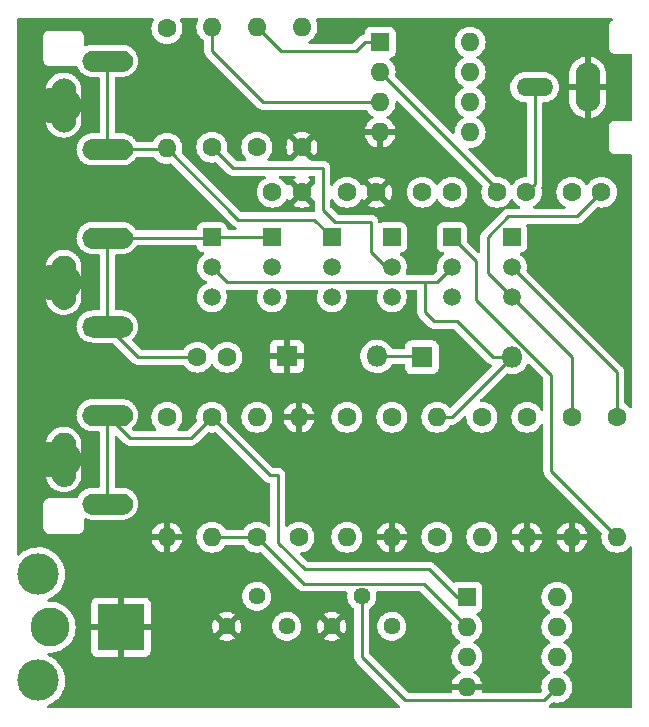
<source format=gbl>
%TF.GenerationSoftware,KiCad,Pcbnew,(5.99.0-9650-gad505e29c0)*%
%TF.CreationDate,2021-03-21T12:39:56-04:00*%
%TF.ProjectId,NTSCope,4e545343-6f70-4652-9e6b-696361645f70,rev?*%
%TF.SameCoordinates,Original*%
%TF.FileFunction,Copper,L2,Bot*%
%TF.FilePolarity,Positive*%
%FSLAX46Y46*%
G04 Gerber Fmt 4.6, Leading zero omitted, Abs format (unit mm)*
G04 Created by KiCad (PCBNEW (5.99.0-9650-gad505e29c0)) date 2021-03-21 12:39:56*
%MOMM*%
%LPD*%
G01*
G04 APERTURE LIST*
%TA.AperFunction,EtchedComponent*%
%ADD10C,0.002000*%
%TD*%
%TA.AperFunction,ComponentPad*%
%ADD11R,4.000000X4.000000*%
%TD*%
%TA.AperFunction,ComponentPad*%
%ADD12C,3.300000*%
%TD*%
%TA.AperFunction,ComponentPad*%
%ADD13C,3.500000*%
%TD*%
%TA.AperFunction,ComponentPad*%
%ADD14C,1.600000*%
%TD*%
%TA.AperFunction,ComponentPad*%
%ADD15O,1.600000X1.600000*%
%TD*%
%TA.AperFunction,ComponentPad*%
%ADD16C,1.440000*%
%TD*%
%TA.AperFunction,ComponentPad*%
%ADD17R,1.800000X1.800000*%
%TD*%
%TA.AperFunction,ComponentPad*%
%ADD18O,1.800000X1.800000*%
%TD*%
%TA.AperFunction,ComponentPad*%
%ADD19R,1.500000X1.500000*%
%TD*%
%TA.AperFunction,ComponentPad*%
%ADD20C,1.500000*%
%TD*%
%TA.AperFunction,ComponentPad*%
%ADD21R,1.600000X1.600000*%
%TD*%
%TA.AperFunction,ComponentPad*%
%ADD22O,2.100000X4.200000*%
%TD*%
%TA.AperFunction,ComponentPad*%
%ADD23O,3.100000X1.550000*%
%TD*%
%TA.AperFunction,ComponentPad*%
%ADD24O,2.000000X4.000000*%
%TD*%
%TA.AperFunction,ComponentPad*%
%ADD25O,3.400000X1.700000*%
%TD*%
%TA.AperFunction,Conductor*%
%ADD26C,3.000000*%
%TD*%
%TA.AperFunction,Conductor*%
%ADD27C,0.250000*%
%TD*%
G04 APERTURE END LIST*
D10*
%TO.C,J3*%
X124329000Y-24390000D02*
X124317000Y-24234000D01*
X124317000Y-24234000D02*
X124280000Y-24081000D01*
X124280000Y-24081000D02*
X124220000Y-23936000D01*
X124220000Y-23936000D02*
X124138000Y-23803000D01*
X124138000Y-23803000D02*
X124036000Y-23684000D01*
X124036000Y-23684000D02*
X123917000Y-23582000D01*
X123917000Y-23582000D02*
X123784000Y-23500000D01*
X123784000Y-23500000D02*
X123639000Y-23440000D01*
X123639000Y-23440000D02*
X123486000Y-23403000D01*
X123486000Y-23403000D02*
X123330000Y-23391000D01*
X123330000Y-23391000D02*
X123174000Y-23403000D01*
X123174000Y-23403000D02*
X123021000Y-23440000D01*
X123021000Y-23440000D02*
X122876000Y-23500000D01*
X122876000Y-23500000D02*
X122743000Y-23582000D01*
X122743000Y-23582000D02*
X122624000Y-23684000D01*
X122624000Y-23684000D02*
X122522000Y-23803000D01*
X122522000Y-23803000D02*
X122440000Y-23936000D01*
X122440000Y-23936000D02*
X122380000Y-24081000D01*
X122380000Y-24081000D02*
X122343000Y-24234000D01*
X122343000Y-24234000D02*
X122331000Y-24390000D01*
X122331000Y-24390000D02*
X122331000Y-26890000D01*
X122331000Y-26890000D02*
X122343000Y-27046000D01*
X122343000Y-27046000D02*
X122380000Y-27199000D01*
X122380000Y-27199000D02*
X122440000Y-27344000D01*
X122440000Y-27344000D02*
X122522000Y-27477000D01*
X122522000Y-27477000D02*
X122624000Y-27596000D01*
X122624000Y-27596000D02*
X122743000Y-27698000D01*
X122743000Y-27698000D02*
X122876000Y-27780000D01*
X122876000Y-27780000D02*
X123021000Y-27840000D01*
X123021000Y-27840000D02*
X123174000Y-27877000D01*
X123174000Y-27877000D02*
X123330000Y-27889000D01*
X123330000Y-27889000D02*
X123486000Y-27877000D01*
X123486000Y-27877000D02*
X123639000Y-27840000D01*
X123639000Y-27840000D02*
X123784000Y-27780000D01*
X123784000Y-27780000D02*
X123917000Y-27698000D01*
X123917000Y-27698000D02*
X124036000Y-27596000D01*
X124036000Y-27596000D02*
X124138000Y-27477000D01*
X124138000Y-27477000D02*
X124220000Y-27344000D01*
X124220000Y-27344000D02*
X124280000Y-27199000D01*
X124280000Y-27199000D02*
X124317000Y-27046000D01*
X124317000Y-27046000D02*
X124329000Y-26890000D01*
X124329000Y-26890000D02*
X124329000Y-24390000D01*
G36*
X123486000Y-23403000D02*
G01*
X123639000Y-23440000D01*
X123784000Y-23500000D01*
X123917000Y-23582000D01*
X124036000Y-23684000D01*
X124138000Y-23803000D01*
X124220000Y-23936000D01*
X124280000Y-24081000D01*
X124317000Y-24234000D01*
X124329000Y-24390000D01*
X124329000Y-26890000D01*
X124317000Y-27046000D01*
X124280000Y-27199000D01*
X124220000Y-27344000D01*
X124138000Y-27477000D01*
X124036000Y-27596000D01*
X123917000Y-27698000D01*
X123784000Y-27780000D01*
X123639000Y-27840000D01*
X123486000Y-27877000D01*
X123330000Y-27889000D01*
X123174000Y-27877000D01*
X123021000Y-27840000D01*
X122876000Y-27780000D01*
X122743000Y-27698000D01*
X122624000Y-27596000D01*
X122522000Y-27477000D01*
X122440000Y-27344000D01*
X122380000Y-27199000D01*
X122343000Y-27046000D01*
X122331000Y-26890000D01*
X122331000Y-24390000D01*
X122343000Y-24234000D01*
X122380000Y-24081000D01*
X122440000Y-23936000D01*
X122522000Y-23803000D01*
X122624000Y-23684000D01*
X122743000Y-23582000D01*
X122876000Y-23500000D01*
X123021000Y-23440000D01*
X123174000Y-23403000D01*
X123330000Y-23391000D01*
X123486000Y-23403000D01*
G37*
X123486000Y-23403000D02*
X123639000Y-23440000D01*
X123784000Y-23500000D01*
X123917000Y-23582000D01*
X124036000Y-23684000D01*
X124138000Y-23803000D01*
X124220000Y-23936000D01*
X124280000Y-24081000D01*
X124317000Y-24234000D01*
X124329000Y-24390000D01*
X124329000Y-26890000D01*
X124317000Y-27046000D01*
X124280000Y-27199000D01*
X124220000Y-27344000D01*
X124138000Y-27477000D01*
X124036000Y-27596000D01*
X123917000Y-27698000D01*
X123784000Y-27780000D01*
X123639000Y-27840000D01*
X123486000Y-27877000D01*
X123330000Y-27889000D01*
X123174000Y-27877000D01*
X123021000Y-27840000D01*
X122876000Y-27780000D01*
X122743000Y-27698000D01*
X122624000Y-27596000D01*
X122522000Y-27477000D01*
X122440000Y-27344000D01*
X122380000Y-27199000D01*
X122343000Y-27046000D01*
X122331000Y-26890000D01*
X122331000Y-24390000D01*
X122343000Y-24234000D01*
X122380000Y-24081000D01*
X122440000Y-23936000D01*
X122522000Y-23803000D01*
X122624000Y-23684000D01*
X122743000Y-23582000D01*
X122876000Y-23500000D01*
X123021000Y-23440000D01*
X123174000Y-23403000D01*
X123330000Y-23391000D01*
X123486000Y-23403000D01*
X124329000Y-39390000D02*
X124317000Y-39234000D01*
X124317000Y-39234000D02*
X124280000Y-39081000D01*
X124280000Y-39081000D02*
X124220000Y-38936000D01*
X124220000Y-38936000D02*
X124138000Y-38803000D01*
X124138000Y-38803000D02*
X124036000Y-38684000D01*
X124036000Y-38684000D02*
X123917000Y-38582000D01*
X123917000Y-38582000D02*
X123784000Y-38500000D01*
X123784000Y-38500000D02*
X123639000Y-38440000D01*
X123639000Y-38440000D02*
X123486000Y-38403000D01*
X123486000Y-38403000D02*
X123330000Y-38391000D01*
X123330000Y-38391000D02*
X123174000Y-38403000D01*
X123174000Y-38403000D02*
X123021000Y-38440000D01*
X123021000Y-38440000D02*
X122876000Y-38500000D01*
X122876000Y-38500000D02*
X122743000Y-38582000D01*
X122743000Y-38582000D02*
X122624000Y-38684000D01*
X122624000Y-38684000D02*
X122522000Y-38803000D01*
X122522000Y-38803000D02*
X122440000Y-38936000D01*
X122440000Y-38936000D02*
X122380000Y-39081000D01*
X122380000Y-39081000D02*
X122343000Y-39234000D01*
X122343000Y-39234000D02*
X122331000Y-39390000D01*
X122331000Y-39390000D02*
X122331000Y-41890000D01*
X122331000Y-41890000D02*
X122343000Y-42046000D01*
X122343000Y-42046000D02*
X122380000Y-42199000D01*
X122380000Y-42199000D02*
X122440000Y-42344000D01*
X122440000Y-42344000D02*
X122522000Y-42477000D01*
X122522000Y-42477000D02*
X122624000Y-42596000D01*
X122624000Y-42596000D02*
X122743000Y-42698000D01*
X122743000Y-42698000D02*
X122876000Y-42780000D01*
X122876000Y-42780000D02*
X123021000Y-42840000D01*
X123021000Y-42840000D02*
X123174000Y-42877000D01*
X123174000Y-42877000D02*
X123330000Y-42889000D01*
X123330000Y-42889000D02*
X123486000Y-42877000D01*
X123486000Y-42877000D02*
X123639000Y-42840000D01*
X123639000Y-42840000D02*
X123784000Y-42780000D01*
X123784000Y-42780000D02*
X123917000Y-42698000D01*
X123917000Y-42698000D02*
X124036000Y-42596000D01*
X124036000Y-42596000D02*
X124138000Y-42477000D01*
X124138000Y-42477000D02*
X124220000Y-42344000D01*
X124220000Y-42344000D02*
X124280000Y-42199000D01*
X124280000Y-42199000D02*
X124317000Y-42046000D01*
X124317000Y-42046000D02*
X124329000Y-41890000D01*
X124329000Y-41890000D02*
X124329000Y-39390000D01*
G36*
X123486000Y-38403000D02*
G01*
X123639000Y-38440000D01*
X123784000Y-38500000D01*
X123917000Y-38582000D01*
X124036000Y-38684000D01*
X124138000Y-38803000D01*
X124220000Y-38936000D01*
X124280000Y-39081000D01*
X124317000Y-39234000D01*
X124329000Y-39390000D01*
X124329000Y-41890000D01*
X124317000Y-42046000D01*
X124280000Y-42199000D01*
X124220000Y-42344000D01*
X124138000Y-42477000D01*
X124036000Y-42596000D01*
X123917000Y-42698000D01*
X123784000Y-42780000D01*
X123639000Y-42840000D01*
X123486000Y-42877000D01*
X123330000Y-42889000D01*
X123174000Y-42877000D01*
X123021000Y-42840000D01*
X122876000Y-42780000D01*
X122743000Y-42698000D01*
X122624000Y-42596000D01*
X122522000Y-42477000D01*
X122440000Y-42344000D01*
X122380000Y-42199000D01*
X122343000Y-42046000D01*
X122331000Y-41890000D01*
X122331000Y-39390000D01*
X122343000Y-39234000D01*
X122380000Y-39081000D01*
X122440000Y-38936000D01*
X122522000Y-38803000D01*
X122624000Y-38684000D01*
X122743000Y-38582000D01*
X122876000Y-38500000D01*
X123021000Y-38440000D01*
X123174000Y-38403000D01*
X123330000Y-38391000D01*
X123486000Y-38403000D01*
G37*
X123486000Y-38403000D02*
X123639000Y-38440000D01*
X123784000Y-38500000D01*
X123917000Y-38582000D01*
X124036000Y-38684000D01*
X124138000Y-38803000D01*
X124220000Y-38936000D01*
X124280000Y-39081000D01*
X124317000Y-39234000D01*
X124329000Y-39390000D01*
X124329000Y-41890000D01*
X124317000Y-42046000D01*
X124280000Y-42199000D01*
X124220000Y-42344000D01*
X124138000Y-42477000D01*
X124036000Y-42596000D01*
X123917000Y-42698000D01*
X123784000Y-42780000D01*
X123639000Y-42840000D01*
X123486000Y-42877000D01*
X123330000Y-42889000D01*
X123174000Y-42877000D01*
X123021000Y-42840000D01*
X122876000Y-42780000D01*
X122743000Y-42698000D01*
X122624000Y-42596000D01*
X122522000Y-42477000D01*
X122440000Y-42344000D01*
X122380000Y-42199000D01*
X122343000Y-42046000D01*
X122331000Y-41890000D01*
X122331000Y-39390000D01*
X122343000Y-39234000D01*
X122380000Y-39081000D01*
X122440000Y-38936000D01*
X122522000Y-38803000D01*
X122624000Y-38684000D01*
X122743000Y-38582000D01*
X122876000Y-38500000D01*
X123021000Y-38440000D01*
X123174000Y-38403000D01*
X123330000Y-38391000D01*
X123486000Y-38403000D01*
X125780000Y-58541000D02*
X125647000Y-58551000D01*
X125647000Y-58551000D02*
X125518000Y-58583000D01*
X125518000Y-58583000D02*
X125395000Y-58634000D01*
X125395000Y-58634000D02*
X125281000Y-58703000D01*
X125281000Y-58703000D02*
X125180000Y-58790000D01*
X125180000Y-58790000D02*
X125093000Y-58891000D01*
X125093000Y-58891000D02*
X125024000Y-59005000D01*
X125024000Y-59005000D02*
X124973000Y-59128000D01*
X124973000Y-59128000D02*
X124941000Y-59257000D01*
X124941000Y-59257000D02*
X124931000Y-59390000D01*
X124931000Y-59390000D02*
X124941000Y-59523000D01*
X124941000Y-59523000D02*
X124973000Y-59652000D01*
X124973000Y-59652000D02*
X125024000Y-59775000D01*
X125024000Y-59775000D02*
X125093000Y-59889000D01*
X125093000Y-59889000D02*
X125180000Y-59990000D01*
X125180000Y-59990000D02*
X125281000Y-60077000D01*
X125281000Y-60077000D02*
X125395000Y-60146000D01*
X125395000Y-60146000D02*
X125518000Y-60197000D01*
X125518000Y-60197000D02*
X125647000Y-60229000D01*
X125647000Y-60229000D02*
X125780000Y-60239000D01*
X125780000Y-60239000D02*
X128280000Y-60239000D01*
X128280000Y-60239000D02*
X128413000Y-60229000D01*
X128413000Y-60229000D02*
X128542000Y-60197000D01*
X128542000Y-60197000D02*
X128665000Y-60146000D01*
X128665000Y-60146000D02*
X128779000Y-60077000D01*
X128779000Y-60077000D02*
X128880000Y-59990000D01*
X128880000Y-59990000D02*
X128967000Y-59889000D01*
X128967000Y-59889000D02*
X129036000Y-59775000D01*
X129036000Y-59775000D02*
X129087000Y-59652000D01*
X129087000Y-59652000D02*
X129119000Y-59523000D01*
X129119000Y-59523000D02*
X129129000Y-59390000D01*
X129129000Y-59390000D02*
X129119000Y-59257000D01*
X129119000Y-59257000D02*
X129087000Y-59128000D01*
X129087000Y-59128000D02*
X129036000Y-59005000D01*
X129036000Y-59005000D02*
X128967000Y-58891000D01*
X128967000Y-58891000D02*
X128880000Y-58790000D01*
X128880000Y-58790000D02*
X128779000Y-58703000D01*
X128779000Y-58703000D02*
X128665000Y-58634000D01*
X128665000Y-58634000D02*
X128542000Y-58583000D01*
X128542000Y-58583000D02*
X128413000Y-58551000D01*
X128413000Y-58551000D02*
X128280000Y-58541000D01*
X128280000Y-58541000D02*
X125780000Y-58541000D01*
G36*
X128413000Y-58551000D02*
G01*
X128542000Y-58583000D01*
X128665000Y-58634000D01*
X128779000Y-58703000D01*
X128880000Y-58790000D01*
X128967000Y-58891000D01*
X129036000Y-59005000D01*
X129087000Y-59128000D01*
X129119000Y-59257000D01*
X129129000Y-59390000D01*
X129119000Y-59523000D01*
X129087000Y-59652000D01*
X129036000Y-59775000D01*
X128967000Y-59889000D01*
X128880000Y-59990000D01*
X128779000Y-60077000D01*
X128665000Y-60146000D01*
X128542000Y-60197000D01*
X128413000Y-60229000D01*
X128280000Y-60239000D01*
X125780000Y-60239000D01*
X125647000Y-60229000D01*
X125518000Y-60197000D01*
X125395000Y-60146000D01*
X125281000Y-60077000D01*
X125180000Y-59990000D01*
X125093000Y-59889000D01*
X125024000Y-59775000D01*
X124973000Y-59652000D01*
X124941000Y-59523000D01*
X124931000Y-59390000D01*
X124941000Y-59257000D01*
X124973000Y-59128000D01*
X125024000Y-59005000D01*
X125093000Y-58891000D01*
X125180000Y-58790000D01*
X125281000Y-58703000D01*
X125395000Y-58634000D01*
X125518000Y-58583000D01*
X125647000Y-58551000D01*
X125780000Y-58541000D01*
X128280000Y-58541000D01*
X128413000Y-58551000D01*
G37*
X128413000Y-58551000D02*
X128542000Y-58583000D01*
X128665000Y-58634000D01*
X128779000Y-58703000D01*
X128880000Y-58790000D01*
X128967000Y-58891000D01*
X129036000Y-59005000D01*
X129087000Y-59128000D01*
X129119000Y-59257000D01*
X129129000Y-59390000D01*
X129119000Y-59523000D01*
X129087000Y-59652000D01*
X129036000Y-59775000D01*
X128967000Y-59889000D01*
X128880000Y-59990000D01*
X128779000Y-60077000D01*
X128665000Y-60146000D01*
X128542000Y-60197000D01*
X128413000Y-60229000D01*
X128280000Y-60239000D01*
X125780000Y-60239000D01*
X125647000Y-60229000D01*
X125518000Y-60197000D01*
X125395000Y-60146000D01*
X125281000Y-60077000D01*
X125180000Y-59990000D01*
X125093000Y-59889000D01*
X125024000Y-59775000D01*
X124973000Y-59652000D01*
X124941000Y-59523000D01*
X124931000Y-59390000D01*
X124941000Y-59257000D01*
X124973000Y-59128000D01*
X125024000Y-59005000D01*
X125093000Y-58891000D01*
X125180000Y-58790000D01*
X125281000Y-58703000D01*
X125395000Y-58634000D01*
X125518000Y-58583000D01*
X125647000Y-58551000D01*
X125780000Y-58541000D01*
X128280000Y-58541000D01*
X128413000Y-58551000D01*
X125780000Y-21041000D02*
X125647000Y-21051000D01*
X125647000Y-21051000D02*
X125518000Y-21083000D01*
X125518000Y-21083000D02*
X125395000Y-21134000D01*
X125395000Y-21134000D02*
X125281000Y-21203000D01*
X125281000Y-21203000D02*
X125180000Y-21290000D01*
X125180000Y-21290000D02*
X125093000Y-21391000D01*
X125093000Y-21391000D02*
X125024000Y-21505000D01*
X125024000Y-21505000D02*
X124973000Y-21628000D01*
X124973000Y-21628000D02*
X124941000Y-21757000D01*
X124941000Y-21757000D02*
X124931000Y-21890000D01*
X124931000Y-21890000D02*
X124941000Y-22023000D01*
X124941000Y-22023000D02*
X124973000Y-22152000D01*
X124973000Y-22152000D02*
X125024000Y-22275000D01*
X125024000Y-22275000D02*
X125093000Y-22389000D01*
X125093000Y-22389000D02*
X125180000Y-22490000D01*
X125180000Y-22490000D02*
X125281000Y-22577000D01*
X125281000Y-22577000D02*
X125395000Y-22646000D01*
X125395000Y-22646000D02*
X125518000Y-22697000D01*
X125518000Y-22697000D02*
X125647000Y-22729000D01*
X125647000Y-22729000D02*
X125780000Y-22739000D01*
X125780000Y-22739000D02*
X128280000Y-22739000D01*
X128280000Y-22739000D02*
X128413000Y-22729000D01*
X128413000Y-22729000D02*
X128542000Y-22697000D01*
X128542000Y-22697000D02*
X128665000Y-22646000D01*
X128665000Y-22646000D02*
X128779000Y-22577000D01*
X128779000Y-22577000D02*
X128880000Y-22490000D01*
X128880000Y-22490000D02*
X128967000Y-22389000D01*
X128967000Y-22389000D02*
X129036000Y-22275000D01*
X129036000Y-22275000D02*
X129087000Y-22152000D01*
X129087000Y-22152000D02*
X129119000Y-22023000D01*
X129119000Y-22023000D02*
X129129000Y-21890000D01*
X129129000Y-21890000D02*
X129119000Y-21757000D01*
X129119000Y-21757000D02*
X129087000Y-21628000D01*
X129087000Y-21628000D02*
X129036000Y-21505000D01*
X129036000Y-21505000D02*
X128967000Y-21391000D01*
X128967000Y-21391000D02*
X128880000Y-21290000D01*
X128880000Y-21290000D02*
X128779000Y-21203000D01*
X128779000Y-21203000D02*
X128665000Y-21134000D01*
X128665000Y-21134000D02*
X128542000Y-21083000D01*
X128542000Y-21083000D02*
X128413000Y-21051000D01*
X128413000Y-21051000D02*
X128280000Y-21041000D01*
X128280000Y-21041000D02*
X125780000Y-21041000D01*
G36*
X128413000Y-21051000D02*
G01*
X128542000Y-21083000D01*
X128665000Y-21134000D01*
X128779000Y-21203000D01*
X128880000Y-21290000D01*
X128967000Y-21391000D01*
X129036000Y-21505000D01*
X129087000Y-21628000D01*
X129119000Y-21757000D01*
X129129000Y-21890000D01*
X129119000Y-22023000D01*
X129087000Y-22152000D01*
X129036000Y-22275000D01*
X128967000Y-22389000D01*
X128880000Y-22490000D01*
X128779000Y-22577000D01*
X128665000Y-22646000D01*
X128542000Y-22697000D01*
X128413000Y-22729000D01*
X128280000Y-22739000D01*
X125780000Y-22739000D01*
X125647000Y-22729000D01*
X125518000Y-22697000D01*
X125395000Y-22646000D01*
X125281000Y-22577000D01*
X125180000Y-22490000D01*
X125093000Y-22389000D01*
X125024000Y-22275000D01*
X124973000Y-22152000D01*
X124941000Y-22023000D01*
X124931000Y-21890000D01*
X124941000Y-21757000D01*
X124973000Y-21628000D01*
X125024000Y-21505000D01*
X125093000Y-21391000D01*
X125180000Y-21290000D01*
X125281000Y-21203000D01*
X125395000Y-21134000D01*
X125518000Y-21083000D01*
X125647000Y-21051000D01*
X125780000Y-21041000D01*
X128280000Y-21041000D01*
X128413000Y-21051000D01*
G37*
X128413000Y-21051000D02*
X128542000Y-21083000D01*
X128665000Y-21134000D01*
X128779000Y-21203000D01*
X128880000Y-21290000D01*
X128967000Y-21391000D01*
X129036000Y-21505000D01*
X129087000Y-21628000D01*
X129119000Y-21757000D01*
X129129000Y-21890000D01*
X129119000Y-22023000D01*
X129087000Y-22152000D01*
X129036000Y-22275000D01*
X128967000Y-22389000D01*
X128880000Y-22490000D01*
X128779000Y-22577000D01*
X128665000Y-22646000D01*
X128542000Y-22697000D01*
X128413000Y-22729000D01*
X128280000Y-22739000D01*
X125780000Y-22739000D01*
X125647000Y-22729000D01*
X125518000Y-22697000D01*
X125395000Y-22646000D01*
X125281000Y-22577000D01*
X125180000Y-22490000D01*
X125093000Y-22389000D01*
X125024000Y-22275000D01*
X124973000Y-22152000D01*
X124941000Y-22023000D01*
X124931000Y-21890000D01*
X124941000Y-21757000D01*
X124973000Y-21628000D01*
X125024000Y-21505000D01*
X125093000Y-21391000D01*
X125180000Y-21290000D01*
X125281000Y-21203000D01*
X125395000Y-21134000D01*
X125518000Y-21083000D01*
X125647000Y-21051000D01*
X125780000Y-21041000D01*
X128280000Y-21041000D01*
X128413000Y-21051000D01*
X124329000Y-54390000D02*
X124317000Y-54234000D01*
X124317000Y-54234000D02*
X124280000Y-54081000D01*
X124280000Y-54081000D02*
X124220000Y-53936000D01*
X124220000Y-53936000D02*
X124138000Y-53803000D01*
X124138000Y-53803000D02*
X124036000Y-53684000D01*
X124036000Y-53684000D02*
X123917000Y-53582000D01*
X123917000Y-53582000D02*
X123784000Y-53500000D01*
X123784000Y-53500000D02*
X123639000Y-53440000D01*
X123639000Y-53440000D02*
X123486000Y-53403000D01*
X123486000Y-53403000D02*
X123330000Y-53391000D01*
X123330000Y-53391000D02*
X123174000Y-53403000D01*
X123174000Y-53403000D02*
X123021000Y-53440000D01*
X123021000Y-53440000D02*
X122876000Y-53500000D01*
X122876000Y-53500000D02*
X122743000Y-53582000D01*
X122743000Y-53582000D02*
X122624000Y-53684000D01*
X122624000Y-53684000D02*
X122522000Y-53803000D01*
X122522000Y-53803000D02*
X122440000Y-53936000D01*
X122440000Y-53936000D02*
X122380000Y-54081000D01*
X122380000Y-54081000D02*
X122343000Y-54234000D01*
X122343000Y-54234000D02*
X122331000Y-54390000D01*
X122331000Y-54390000D02*
X122331000Y-56890000D01*
X122331000Y-56890000D02*
X122343000Y-57046000D01*
X122343000Y-57046000D02*
X122380000Y-57199000D01*
X122380000Y-57199000D02*
X122440000Y-57344000D01*
X122440000Y-57344000D02*
X122522000Y-57477000D01*
X122522000Y-57477000D02*
X122624000Y-57596000D01*
X122624000Y-57596000D02*
X122743000Y-57698000D01*
X122743000Y-57698000D02*
X122876000Y-57780000D01*
X122876000Y-57780000D02*
X123021000Y-57840000D01*
X123021000Y-57840000D02*
X123174000Y-57877000D01*
X123174000Y-57877000D02*
X123330000Y-57889000D01*
X123330000Y-57889000D02*
X123486000Y-57877000D01*
X123486000Y-57877000D02*
X123639000Y-57840000D01*
X123639000Y-57840000D02*
X123784000Y-57780000D01*
X123784000Y-57780000D02*
X123917000Y-57698000D01*
X123917000Y-57698000D02*
X124036000Y-57596000D01*
X124036000Y-57596000D02*
X124138000Y-57477000D01*
X124138000Y-57477000D02*
X124220000Y-57344000D01*
X124220000Y-57344000D02*
X124280000Y-57199000D01*
X124280000Y-57199000D02*
X124317000Y-57046000D01*
X124317000Y-57046000D02*
X124329000Y-56890000D01*
X124329000Y-56890000D02*
X124329000Y-54390000D01*
G36*
X123486000Y-53403000D02*
G01*
X123639000Y-53440000D01*
X123784000Y-53500000D01*
X123917000Y-53582000D01*
X124036000Y-53684000D01*
X124138000Y-53803000D01*
X124220000Y-53936000D01*
X124280000Y-54081000D01*
X124317000Y-54234000D01*
X124329000Y-54390000D01*
X124329000Y-56890000D01*
X124317000Y-57046000D01*
X124280000Y-57199000D01*
X124220000Y-57344000D01*
X124138000Y-57477000D01*
X124036000Y-57596000D01*
X123917000Y-57698000D01*
X123784000Y-57780000D01*
X123639000Y-57840000D01*
X123486000Y-57877000D01*
X123330000Y-57889000D01*
X123174000Y-57877000D01*
X123021000Y-57840000D01*
X122876000Y-57780000D01*
X122743000Y-57698000D01*
X122624000Y-57596000D01*
X122522000Y-57477000D01*
X122440000Y-57344000D01*
X122380000Y-57199000D01*
X122343000Y-57046000D01*
X122331000Y-56890000D01*
X122331000Y-54390000D01*
X122343000Y-54234000D01*
X122380000Y-54081000D01*
X122440000Y-53936000D01*
X122522000Y-53803000D01*
X122624000Y-53684000D01*
X122743000Y-53582000D01*
X122876000Y-53500000D01*
X123021000Y-53440000D01*
X123174000Y-53403000D01*
X123330000Y-53391000D01*
X123486000Y-53403000D01*
G37*
X123486000Y-53403000D02*
X123639000Y-53440000D01*
X123784000Y-53500000D01*
X123917000Y-53582000D01*
X124036000Y-53684000D01*
X124138000Y-53803000D01*
X124220000Y-53936000D01*
X124280000Y-54081000D01*
X124317000Y-54234000D01*
X124329000Y-54390000D01*
X124329000Y-56890000D01*
X124317000Y-57046000D01*
X124280000Y-57199000D01*
X124220000Y-57344000D01*
X124138000Y-57477000D01*
X124036000Y-57596000D01*
X123917000Y-57698000D01*
X123784000Y-57780000D01*
X123639000Y-57840000D01*
X123486000Y-57877000D01*
X123330000Y-57889000D01*
X123174000Y-57877000D01*
X123021000Y-57840000D01*
X122876000Y-57780000D01*
X122743000Y-57698000D01*
X122624000Y-57596000D01*
X122522000Y-57477000D01*
X122440000Y-57344000D01*
X122380000Y-57199000D01*
X122343000Y-57046000D01*
X122331000Y-56890000D01*
X122331000Y-54390000D01*
X122343000Y-54234000D01*
X122380000Y-54081000D01*
X122440000Y-53936000D01*
X122522000Y-53803000D01*
X122624000Y-53684000D01*
X122743000Y-53582000D01*
X122876000Y-53500000D01*
X123021000Y-53440000D01*
X123174000Y-53403000D01*
X123330000Y-53391000D01*
X123486000Y-53403000D01*
X125780000Y-36041000D02*
X125647000Y-36051000D01*
X125647000Y-36051000D02*
X125518000Y-36083000D01*
X125518000Y-36083000D02*
X125395000Y-36134000D01*
X125395000Y-36134000D02*
X125281000Y-36203000D01*
X125281000Y-36203000D02*
X125180000Y-36290000D01*
X125180000Y-36290000D02*
X125093000Y-36391000D01*
X125093000Y-36391000D02*
X125024000Y-36505000D01*
X125024000Y-36505000D02*
X124973000Y-36628000D01*
X124973000Y-36628000D02*
X124941000Y-36757000D01*
X124941000Y-36757000D02*
X124931000Y-36890000D01*
X124931000Y-36890000D02*
X124941000Y-37023000D01*
X124941000Y-37023000D02*
X124973000Y-37152000D01*
X124973000Y-37152000D02*
X125024000Y-37275000D01*
X125024000Y-37275000D02*
X125093000Y-37389000D01*
X125093000Y-37389000D02*
X125180000Y-37490000D01*
X125180000Y-37490000D02*
X125281000Y-37577000D01*
X125281000Y-37577000D02*
X125395000Y-37646000D01*
X125395000Y-37646000D02*
X125518000Y-37697000D01*
X125518000Y-37697000D02*
X125647000Y-37729000D01*
X125647000Y-37729000D02*
X125780000Y-37739000D01*
X125780000Y-37739000D02*
X128280000Y-37739000D01*
X128280000Y-37739000D02*
X128413000Y-37729000D01*
X128413000Y-37729000D02*
X128542000Y-37697000D01*
X128542000Y-37697000D02*
X128665000Y-37646000D01*
X128665000Y-37646000D02*
X128779000Y-37577000D01*
X128779000Y-37577000D02*
X128880000Y-37490000D01*
X128880000Y-37490000D02*
X128967000Y-37389000D01*
X128967000Y-37389000D02*
X129036000Y-37275000D01*
X129036000Y-37275000D02*
X129087000Y-37152000D01*
X129087000Y-37152000D02*
X129119000Y-37023000D01*
X129119000Y-37023000D02*
X129129000Y-36890000D01*
X129129000Y-36890000D02*
X129119000Y-36757000D01*
X129119000Y-36757000D02*
X129087000Y-36628000D01*
X129087000Y-36628000D02*
X129036000Y-36505000D01*
X129036000Y-36505000D02*
X128967000Y-36391000D01*
X128967000Y-36391000D02*
X128880000Y-36290000D01*
X128880000Y-36290000D02*
X128779000Y-36203000D01*
X128779000Y-36203000D02*
X128665000Y-36134000D01*
X128665000Y-36134000D02*
X128542000Y-36083000D01*
X128542000Y-36083000D02*
X128413000Y-36051000D01*
X128413000Y-36051000D02*
X128280000Y-36041000D01*
X128280000Y-36041000D02*
X125780000Y-36041000D01*
G36*
X128413000Y-36051000D02*
G01*
X128542000Y-36083000D01*
X128665000Y-36134000D01*
X128779000Y-36203000D01*
X128880000Y-36290000D01*
X128967000Y-36391000D01*
X129036000Y-36505000D01*
X129087000Y-36628000D01*
X129119000Y-36757000D01*
X129129000Y-36890000D01*
X129119000Y-37023000D01*
X129087000Y-37152000D01*
X129036000Y-37275000D01*
X128967000Y-37389000D01*
X128880000Y-37490000D01*
X128779000Y-37577000D01*
X128665000Y-37646000D01*
X128542000Y-37697000D01*
X128413000Y-37729000D01*
X128280000Y-37739000D01*
X125780000Y-37739000D01*
X125647000Y-37729000D01*
X125518000Y-37697000D01*
X125395000Y-37646000D01*
X125281000Y-37577000D01*
X125180000Y-37490000D01*
X125093000Y-37389000D01*
X125024000Y-37275000D01*
X124973000Y-37152000D01*
X124941000Y-37023000D01*
X124931000Y-36890000D01*
X124941000Y-36757000D01*
X124973000Y-36628000D01*
X125024000Y-36505000D01*
X125093000Y-36391000D01*
X125180000Y-36290000D01*
X125281000Y-36203000D01*
X125395000Y-36134000D01*
X125518000Y-36083000D01*
X125647000Y-36051000D01*
X125780000Y-36041000D01*
X128280000Y-36041000D01*
X128413000Y-36051000D01*
G37*
X128413000Y-36051000D02*
X128542000Y-36083000D01*
X128665000Y-36134000D01*
X128779000Y-36203000D01*
X128880000Y-36290000D01*
X128967000Y-36391000D01*
X129036000Y-36505000D01*
X129087000Y-36628000D01*
X129119000Y-36757000D01*
X129129000Y-36890000D01*
X129119000Y-37023000D01*
X129087000Y-37152000D01*
X129036000Y-37275000D01*
X128967000Y-37389000D01*
X128880000Y-37490000D01*
X128779000Y-37577000D01*
X128665000Y-37646000D01*
X128542000Y-37697000D01*
X128413000Y-37729000D01*
X128280000Y-37739000D01*
X125780000Y-37739000D01*
X125647000Y-37729000D01*
X125518000Y-37697000D01*
X125395000Y-37646000D01*
X125281000Y-37577000D01*
X125180000Y-37490000D01*
X125093000Y-37389000D01*
X125024000Y-37275000D01*
X124973000Y-37152000D01*
X124941000Y-37023000D01*
X124931000Y-36890000D01*
X124941000Y-36757000D01*
X124973000Y-36628000D01*
X125024000Y-36505000D01*
X125093000Y-36391000D01*
X125180000Y-36290000D01*
X125281000Y-36203000D01*
X125395000Y-36134000D01*
X125518000Y-36083000D01*
X125647000Y-36051000D01*
X125780000Y-36041000D01*
X128280000Y-36041000D01*
X128413000Y-36051000D01*
X125780000Y-51041000D02*
X125647000Y-51051000D01*
X125647000Y-51051000D02*
X125518000Y-51083000D01*
X125518000Y-51083000D02*
X125395000Y-51134000D01*
X125395000Y-51134000D02*
X125281000Y-51203000D01*
X125281000Y-51203000D02*
X125180000Y-51290000D01*
X125180000Y-51290000D02*
X125093000Y-51391000D01*
X125093000Y-51391000D02*
X125024000Y-51505000D01*
X125024000Y-51505000D02*
X124973000Y-51628000D01*
X124973000Y-51628000D02*
X124941000Y-51757000D01*
X124941000Y-51757000D02*
X124931000Y-51890000D01*
X124931000Y-51890000D02*
X124941000Y-52023000D01*
X124941000Y-52023000D02*
X124973000Y-52152000D01*
X124973000Y-52152000D02*
X125024000Y-52275000D01*
X125024000Y-52275000D02*
X125093000Y-52389000D01*
X125093000Y-52389000D02*
X125180000Y-52490000D01*
X125180000Y-52490000D02*
X125281000Y-52577000D01*
X125281000Y-52577000D02*
X125395000Y-52646000D01*
X125395000Y-52646000D02*
X125518000Y-52697000D01*
X125518000Y-52697000D02*
X125647000Y-52729000D01*
X125647000Y-52729000D02*
X125780000Y-52739000D01*
X125780000Y-52739000D02*
X128280000Y-52739000D01*
X128280000Y-52739000D02*
X128413000Y-52729000D01*
X128413000Y-52729000D02*
X128542000Y-52697000D01*
X128542000Y-52697000D02*
X128665000Y-52646000D01*
X128665000Y-52646000D02*
X128779000Y-52577000D01*
X128779000Y-52577000D02*
X128880000Y-52490000D01*
X128880000Y-52490000D02*
X128967000Y-52389000D01*
X128967000Y-52389000D02*
X129036000Y-52275000D01*
X129036000Y-52275000D02*
X129087000Y-52152000D01*
X129087000Y-52152000D02*
X129119000Y-52023000D01*
X129119000Y-52023000D02*
X129129000Y-51890000D01*
X129129000Y-51890000D02*
X129119000Y-51757000D01*
X129119000Y-51757000D02*
X129087000Y-51628000D01*
X129087000Y-51628000D02*
X129036000Y-51505000D01*
X129036000Y-51505000D02*
X128967000Y-51391000D01*
X128967000Y-51391000D02*
X128880000Y-51290000D01*
X128880000Y-51290000D02*
X128779000Y-51203000D01*
X128779000Y-51203000D02*
X128665000Y-51134000D01*
X128665000Y-51134000D02*
X128542000Y-51083000D01*
X128542000Y-51083000D02*
X128413000Y-51051000D01*
X128413000Y-51051000D02*
X128280000Y-51041000D01*
X128280000Y-51041000D02*
X125780000Y-51041000D01*
G36*
X128413000Y-51051000D02*
G01*
X128542000Y-51083000D01*
X128665000Y-51134000D01*
X128779000Y-51203000D01*
X128880000Y-51290000D01*
X128967000Y-51391000D01*
X129036000Y-51505000D01*
X129087000Y-51628000D01*
X129119000Y-51757000D01*
X129129000Y-51890000D01*
X129119000Y-52023000D01*
X129087000Y-52152000D01*
X129036000Y-52275000D01*
X128967000Y-52389000D01*
X128880000Y-52490000D01*
X128779000Y-52577000D01*
X128665000Y-52646000D01*
X128542000Y-52697000D01*
X128413000Y-52729000D01*
X128280000Y-52739000D01*
X125780000Y-52739000D01*
X125647000Y-52729000D01*
X125518000Y-52697000D01*
X125395000Y-52646000D01*
X125281000Y-52577000D01*
X125180000Y-52490000D01*
X125093000Y-52389000D01*
X125024000Y-52275000D01*
X124973000Y-52152000D01*
X124941000Y-52023000D01*
X124931000Y-51890000D01*
X124941000Y-51757000D01*
X124973000Y-51628000D01*
X125024000Y-51505000D01*
X125093000Y-51391000D01*
X125180000Y-51290000D01*
X125281000Y-51203000D01*
X125395000Y-51134000D01*
X125518000Y-51083000D01*
X125647000Y-51051000D01*
X125780000Y-51041000D01*
X128280000Y-51041000D01*
X128413000Y-51051000D01*
G37*
X128413000Y-51051000D02*
X128542000Y-51083000D01*
X128665000Y-51134000D01*
X128779000Y-51203000D01*
X128880000Y-51290000D01*
X128967000Y-51391000D01*
X129036000Y-51505000D01*
X129087000Y-51628000D01*
X129119000Y-51757000D01*
X129129000Y-51890000D01*
X129119000Y-52023000D01*
X129087000Y-52152000D01*
X129036000Y-52275000D01*
X128967000Y-52389000D01*
X128880000Y-52490000D01*
X128779000Y-52577000D01*
X128665000Y-52646000D01*
X128542000Y-52697000D01*
X128413000Y-52729000D01*
X128280000Y-52739000D01*
X125780000Y-52739000D01*
X125647000Y-52729000D01*
X125518000Y-52697000D01*
X125395000Y-52646000D01*
X125281000Y-52577000D01*
X125180000Y-52490000D01*
X125093000Y-52389000D01*
X125024000Y-52275000D01*
X124973000Y-52152000D01*
X124941000Y-52023000D01*
X124931000Y-51890000D01*
X124941000Y-51757000D01*
X124973000Y-51628000D01*
X125024000Y-51505000D01*
X125093000Y-51391000D01*
X125180000Y-51290000D01*
X125281000Y-51203000D01*
X125395000Y-51134000D01*
X125518000Y-51083000D01*
X125647000Y-51051000D01*
X125780000Y-51041000D01*
X128280000Y-51041000D01*
X128413000Y-51051000D01*
X125780000Y-43541000D02*
X125647000Y-43551000D01*
X125647000Y-43551000D02*
X125518000Y-43583000D01*
X125518000Y-43583000D02*
X125395000Y-43634000D01*
X125395000Y-43634000D02*
X125281000Y-43703000D01*
X125281000Y-43703000D02*
X125180000Y-43790000D01*
X125180000Y-43790000D02*
X125093000Y-43891000D01*
X125093000Y-43891000D02*
X125024000Y-44005000D01*
X125024000Y-44005000D02*
X124973000Y-44128000D01*
X124973000Y-44128000D02*
X124941000Y-44257000D01*
X124941000Y-44257000D02*
X124931000Y-44390000D01*
X124931000Y-44390000D02*
X124941000Y-44523000D01*
X124941000Y-44523000D02*
X124973000Y-44652000D01*
X124973000Y-44652000D02*
X125024000Y-44775000D01*
X125024000Y-44775000D02*
X125093000Y-44889000D01*
X125093000Y-44889000D02*
X125180000Y-44990000D01*
X125180000Y-44990000D02*
X125281000Y-45077000D01*
X125281000Y-45077000D02*
X125395000Y-45146000D01*
X125395000Y-45146000D02*
X125518000Y-45197000D01*
X125518000Y-45197000D02*
X125647000Y-45229000D01*
X125647000Y-45229000D02*
X125780000Y-45239000D01*
X125780000Y-45239000D02*
X128280000Y-45239000D01*
X128280000Y-45239000D02*
X128413000Y-45229000D01*
X128413000Y-45229000D02*
X128542000Y-45197000D01*
X128542000Y-45197000D02*
X128665000Y-45146000D01*
X128665000Y-45146000D02*
X128779000Y-45077000D01*
X128779000Y-45077000D02*
X128880000Y-44990000D01*
X128880000Y-44990000D02*
X128967000Y-44889000D01*
X128967000Y-44889000D02*
X129036000Y-44775000D01*
X129036000Y-44775000D02*
X129087000Y-44652000D01*
X129087000Y-44652000D02*
X129119000Y-44523000D01*
X129119000Y-44523000D02*
X129129000Y-44390000D01*
X129129000Y-44390000D02*
X129119000Y-44257000D01*
X129119000Y-44257000D02*
X129087000Y-44128000D01*
X129087000Y-44128000D02*
X129036000Y-44005000D01*
X129036000Y-44005000D02*
X128967000Y-43891000D01*
X128967000Y-43891000D02*
X128880000Y-43790000D01*
X128880000Y-43790000D02*
X128779000Y-43703000D01*
X128779000Y-43703000D02*
X128665000Y-43634000D01*
X128665000Y-43634000D02*
X128542000Y-43583000D01*
X128542000Y-43583000D02*
X128413000Y-43551000D01*
X128413000Y-43551000D02*
X128280000Y-43541000D01*
X128280000Y-43541000D02*
X125780000Y-43541000D01*
G36*
X128413000Y-43551000D02*
G01*
X128542000Y-43583000D01*
X128665000Y-43634000D01*
X128779000Y-43703000D01*
X128880000Y-43790000D01*
X128967000Y-43891000D01*
X129036000Y-44005000D01*
X129087000Y-44128000D01*
X129119000Y-44257000D01*
X129129000Y-44390000D01*
X129119000Y-44523000D01*
X129087000Y-44652000D01*
X129036000Y-44775000D01*
X128967000Y-44889000D01*
X128880000Y-44990000D01*
X128779000Y-45077000D01*
X128665000Y-45146000D01*
X128542000Y-45197000D01*
X128413000Y-45229000D01*
X128280000Y-45239000D01*
X125780000Y-45239000D01*
X125647000Y-45229000D01*
X125518000Y-45197000D01*
X125395000Y-45146000D01*
X125281000Y-45077000D01*
X125180000Y-44990000D01*
X125093000Y-44889000D01*
X125024000Y-44775000D01*
X124973000Y-44652000D01*
X124941000Y-44523000D01*
X124931000Y-44390000D01*
X124941000Y-44257000D01*
X124973000Y-44128000D01*
X125024000Y-44005000D01*
X125093000Y-43891000D01*
X125180000Y-43790000D01*
X125281000Y-43703000D01*
X125395000Y-43634000D01*
X125518000Y-43583000D01*
X125647000Y-43551000D01*
X125780000Y-43541000D01*
X128280000Y-43541000D01*
X128413000Y-43551000D01*
G37*
X128413000Y-43551000D02*
X128542000Y-43583000D01*
X128665000Y-43634000D01*
X128779000Y-43703000D01*
X128880000Y-43790000D01*
X128967000Y-43891000D01*
X129036000Y-44005000D01*
X129087000Y-44128000D01*
X129119000Y-44257000D01*
X129129000Y-44390000D01*
X129119000Y-44523000D01*
X129087000Y-44652000D01*
X129036000Y-44775000D01*
X128967000Y-44889000D01*
X128880000Y-44990000D01*
X128779000Y-45077000D01*
X128665000Y-45146000D01*
X128542000Y-45197000D01*
X128413000Y-45229000D01*
X128280000Y-45239000D01*
X125780000Y-45239000D01*
X125647000Y-45229000D01*
X125518000Y-45197000D01*
X125395000Y-45146000D01*
X125281000Y-45077000D01*
X125180000Y-44990000D01*
X125093000Y-44889000D01*
X125024000Y-44775000D01*
X124973000Y-44652000D01*
X124941000Y-44523000D01*
X124931000Y-44390000D01*
X124941000Y-44257000D01*
X124973000Y-44128000D01*
X125024000Y-44005000D01*
X125093000Y-43891000D01*
X125180000Y-43790000D01*
X125281000Y-43703000D01*
X125395000Y-43634000D01*
X125518000Y-43583000D01*
X125647000Y-43551000D01*
X125780000Y-43541000D01*
X128280000Y-43541000D01*
X128413000Y-43551000D01*
X125780000Y-28541000D02*
X125647000Y-28551000D01*
X125647000Y-28551000D02*
X125518000Y-28583000D01*
X125518000Y-28583000D02*
X125395000Y-28634000D01*
X125395000Y-28634000D02*
X125281000Y-28703000D01*
X125281000Y-28703000D02*
X125180000Y-28790000D01*
X125180000Y-28790000D02*
X125093000Y-28891000D01*
X125093000Y-28891000D02*
X125024000Y-29005000D01*
X125024000Y-29005000D02*
X124973000Y-29128000D01*
X124973000Y-29128000D02*
X124941000Y-29257000D01*
X124941000Y-29257000D02*
X124931000Y-29390000D01*
X124931000Y-29390000D02*
X124941000Y-29523000D01*
X124941000Y-29523000D02*
X124973000Y-29652000D01*
X124973000Y-29652000D02*
X125024000Y-29775000D01*
X125024000Y-29775000D02*
X125093000Y-29889000D01*
X125093000Y-29889000D02*
X125180000Y-29990000D01*
X125180000Y-29990000D02*
X125281000Y-30077000D01*
X125281000Y-30077000D02*
X125395000Y-30146000D01*
X125395000Y-30146000D02*
X125518000Y-30197000D01*
X125518000Y-30197000D02*
X125647000Y-30229000D01*
X125647000Y-30229000D02*
X125780000Y-30239000D01*
X125780000Y-30239000D02*
X128280000Y-30239000D01*
X128280000Y-30239000D02*
X128413000Y-30229000D01*
X128413000Y-30229000D02*
X128542000Y-30197000D01*
X128542000Y-30197000D02*
X128665000Y-30146000D01*
X128665000Y-30146000D02*
X128779000Y-30077000D01*
X128779000Y-30077000D02*
X128880000Y-29990000D01*
X128880000Y-29990000D02*
X128967000Y-29889000D01*
X128967000Y-29889000D02*
X129036000Y-29775000D01*
X129036000Y-29775000D02*
X129087000Y-29652000D01*
X129087000Y-29652000D02*
X129119000Y-29523000D01*
X129119000Y-29523000D02*
X129129000Y-29390000D01*
X129129000Y-29390000D02*
X129119000Y-29257000D01*
X129119000Y-29257000D02*
X129087000Y-29128000D01*
X129087000Y-29128000D02*
X129036000Y-29005000D01*
X129036000Y-29005000D02*
X128967000Y-28891000D01*
X128967000Y-28891000D02*
X128880000Y-28790000D01*
X128880000Y-28790000D02*
X128779000Y-28703000D01*
X128779000Y-28703000D02*
X128665000Y-28634000D01*
X128665000Y-28634000D02*
X128542000Y-28583000D01*
X128542000Y-28583000D02*
X128413000Y-28551000D01*
X128413000Y-28551000D02*
X128280000Y-28541000D01*
X128280000Y-28541000D02*
X125780000Y-28541000D01*
G36*
X128413000Y-28551000D02*
G01*
X128542000Y-28583000D01*
X128665000Y-28634000D01*
X128779000Y-28703000D01*
X128880000Y-28790000D01*
X128967000Y-28891000D01*
X129036000Y-29005000D01*
X129087000Y-29128000D01*
X129119000Y-29257000D01*
X129129000Y-29390000D01*
X129119000Y-29523000D01*
X129087000Y-29652000D01*
X129036000Y-29775000D01*
X128967000Y-29889000D01*
X128880000Y-29990000D01*
X128779000Y-30077000D01*
X128665000Y-30146000D01*
X128542000Y-30197000D01*
X128413000Y-30229000D01*
X128280000Y-30239000D01*
X125780000Y-30239000D01*
X125647000Y-30229000D01*
X125518000Y-30197000D01*
X125395000Y-30146000D01*
X125281000Y-30077000D01*
X125180000Y-29990000D01*
X125093000Y-29889000D01*
X125024000Y-29775000D01*
X124973000Y-29652000D01*
X124941000Y-29523000D01*
X124931000Y-29390000D01*
X124941000Y-29257000D01*
X124973000Y-29128000D01*
X125024000Y-29005000D01*
X125093000Y-28891000D01*
X125180000Y-28790000D01*
X125281000Y-28703000D01*
X125395000Y-28634000D01*
X125518000Y-28583000D01*
X125647000Y-28551000D01*
X125780000Y-28541000D01*
X128280000Y-28541000D01*
X128413000Y-28551000D01*
G37*
X128413000Y-28551000D02*
X128542000Y-28583000D01*
X128665000Y-28634000D01*
X128779000Y-28703000D01*
X128880000Y-28790000D01*
X128967000Y-28891000D01*
X129036000Y-29005000D01*
X129087000Y-29128000D01*
X129119000Y-29257000D01*
X129129000Y-29390000D01*
X129119000Y-29523000D01*
X129087000Y-29652000D01*
X129036000Y-29775000D01*
X128967000Y-29889000D01*
X128880000Y-29990000D01*
X128779000Y-30077000D01*
X128665000Y-30146000D01*
X128542000Y-30197000D01*
X128413000Y-30229000D01*
X128280000Y-30239000D01*
X125780000Y-30239000D01*
X125647000Y-30229000D01*
X125518000Y-30197000D01*
X125395000Y-30146000D01*
X125281000Y-30077000D01*
X125180000Y-29990000D01*
X125093000Y-29889000D01*
X125024000Y-29775000D01*
X124973000Y-29652000D01*
X124941000Y-29523000D01*
X124931000Y-29390000D01*
X124941000Y-29257000D01*
X124973000Y-29128000D01*
X125024000Y-29005000D01*
X125093000Y-28891000D01*
X125180000Y-28790000D01*
X125281000Y-28703000D01*
X125395000Y-28634000D01*
X125518000Y-28583000D01*
X125647000Y-28551000D01*
X125780000Y-28541000D01*
X128280000Y-28541000D01*
X128413000Y-28551000D01*
%TD*%
D11*
%TO.P,J1,1*%
%TO.N,GND*%
X128190000Y-69850000D03*
D12*
%TO.P,J1,2*%
%TO.N,VCC*%
X122190000Y-69850000D03*
D13*
%TO.P,J1,MP*%
%TO.N,N/C*%
X121190000Y-65350000D03*
X121190000Y-74350000D03*
%TD*%
D14*
%TO.P,R12,1*%
%TO.N,VCC*%
X147320000Y-52070000D03*
D15*
%TO.P,R12,2*%
%TO.N,Net-(C6-Pad1)*%
X147320000Y-62230000D03*
%TD*%
D14*
%TO.P,R2,1*%
%TO.N,GND*%
X143510000Y-29210000D03*
D15*
%TO.P,R2,2*%
%TO.N,Net-(C1-Pad2)*%
X143510000Y-19050000D03*
%TD*%
D14*
%TO.P,C1,1*%
%TO.N,GND*%
X143510000Y-33020000D03*
%TO.P,C1,2*%
%TO.N,Net-(C1-Pad2)*%
X141010000Y-33020000D03*
%TD*%
%TO.P,C2,1*%
%TO.N,Net-(C2-Pad1)*%
X160020000Y-33020000D03*
%TO.P,C2,2*%
%TO.N,Net-(C2-Pad2)*%
X162520000Y-33020000D03*
%TD*%
%TO.P,C3,1*%
%TO.N,VCC*%
X147320000Y-33020000D03*
%TO.P,C3,2*%
%TO.N,GND*%
X149820000Y-33020000D03*
%TD*%
%TO.P,C4,1*%
%TO.N,VCC*%
X137160000Y-46990000D03*
%TO.P,C4,2*%
%TO.N,Net-(C4-Pad2)*%
X134660000Y-46990000D03*
%TD*%
%TO.P,C5,1*%
%TO.N,VCC*%
X156210000Y-33020000D03*
%TO.P,C5,2*%
%TO.N,Net-(C5-Pad2)*%
X153710000Y-33020000D03*
%TD*%
%TO.P,C6,1*%
%TO.N,Net-(C6-Pad1)*%
X166370000Y-33020000D03*
%TO.P,C6,2*%
%TO.N,Net-(C6-Pad2)*%
X168870000Y-33020000D03*
%TD*%
D16*
%TO.P,Contrast,1,1*%
%TO.N,Net-(C2-Pad2)*%
X142225000Y-69775000D03*
%TO.P,Contrast,2,2*%
%TO.N,Net-(Contrast1-Pad2)*%
X139685000Y-67235000D03*
%TO.P,Contrast,3,3*%
%TO.N,GND*%
X137145000Y-69775000D03*
%TD*%
D17*
%TO.P,D1,1,K*%
%TO.N,Net-(D1-Pad1)*%
X153670000Y-46990000D03*
D18*
%TO.P,D1,2,A*%
%TO.N,Net-(D1-Pad2)*%
X161290000Y-46990000D03*
%TD*%
D17*
%TO.P,D2,1,K*%
%TO.N,GND*%
X142240000Y-46920000D03*
D18*
%TO.P,D2,2,A*%
%TO.N,Net-(D1-Pad1)*%
X149860000Y-46920000D03*
%TD*%
D19*
%TO.P,Q1,1,C*%
%TO.N,Net-(C4-Pad2)*%
X140970000Y-36830000D03*
D20*
%TO.P,Q1,2,B*%
%TO.N,Net-(Q1-Pad2)*%
X140970000Y-39370000D03*
%TO.P,Q1,3,E*%
%TO.N,VCC*%
X140970000Y-41910000D03*
%TD*%
D19*
%TO.P,Q2,1,C*%
%TO.N,Net-(C4-Pad2)*%
X135890000Y-36830000D03*
D20*
%TO.P,Q2,2,B*%
%TO.N,Net-(D1-Pad2)*%
X135890000Y-39370000D03*
%TO.P,Q2,3,E*%
%TO.N,Net-(Q2-Pad3)*%
X135890000Y-41910000D03*
%TD*%
D19*
%TO.P,Q3,1,C*%
%TO.N,Net-(C5-Pad2)*%
X151130000Y-36830000D03*
D20*
%TO.P,Q3,2,B*%
%TO.N,Net-(Q3-Pad2)*%
X151130000Y-39370000D03*
%TO.P,Q3,3,E*%
%TO.N,VCC*%
X151130000Y-41910000D03*
%TD*%
D19*
%TO.P,Q4,1,C*%
%TO.N,Net-(C5-Pad2)*%
X156210000Y-36830000D03*
D20*
%TO.P,Q4,2,B*%
%TO.N,Net-(D1-Pad2)*%
X156210000Y-39370000D03*
%TO.P,Q4,3,E*%
%TO.N,Net-(Q4-Pad3)*%
X156210000Y-41910000D03*
%TD*%
D19*
%TO.P,Q5,1,C*%
%TO.N,VCC*%
X161290000Y-36830000D03*
D20*
%TO.P,Q5,2,B*%
%TO.N,Net-(Q5-Pad2)*%
X161290000Y-39370000D03*
%TO.P,Q5,3,E*%
%TO.N,Net-(C6-Pad2)*%
X161290000Y-41910000D03*
%TD*%
D19*
%TO.P,Q6,1,C*%
%TO.N,Net-(J3-Pad8)*%
X146050000Y-36830000D03*
D20*
%TO.P,Q6,2,B*%
%TO.N,Net-(C6-Pad1)*%
X146050000Y-39370000D03*
%TO.P,Q6,3,E*%
%TO.N,Net-(Q6-Pad3)*%
X146050000Y-41910000D03*
%TD*%
D14*
%TO.P,R1,1*%
%TO.N,VCC*%
X158750000Y-52070000D03*
D15*
%TO.P,R1,2*%
%TO.N,Net-(R1-Pad2)*%
X158750000Y-62230000D03*
%TD*%
D14*
%TO.P,R3,1*%
%TO.N,Net-(R3-Pad1)*%
X139700000Y-62230000D03*
D15*
%TO.P,R3,2*%
%TO.N,Net-(Contrast1-Pad2)*%
X139700000Y-52070000D03*
%TD*%
D14*
%TO.P,R4,1*%
%TO.N,Net-(J3-Pad2)*%
X135890000Y-52070000D03*
D15*
%TO.P,R4,2*%
%TO.N,Net-(R3-Pad1)*%
X135890000Y-62230000D03*
%TD*%
D14*
%TO.P,R5,1*%
%TO.N,Net-(Q1-Pad2)*%
X139700000Y-29210000D03*
D15*
%TO.P,R5,2*%
%TO.N,Net-(R5-Pad2)*%
X139700000Y-19050000D03*
%TD*%
D14*
%TO.P,R6,1*%
%TO.N,Net-(Q3-Pad2)*%
X135890000Y-29210000D03*
D15*
%TO.P,R6,2*%
%TO.N,Net-(R6-Pad2)*%
X135890000Y-19050000D03*
%TD*%
D14*
%TO.P,R7,1*%
%TO.N,VCC*%
X154940000Y-62230000D03*
D15*
%TO.P,R7,2*%
%TO.N,Net-(D1-Pad2)*%
X154940000Y-52070000D03*
%TD*%
D14*
%TO.P,R9,1*%
%TO.N,Net-(Q4-Pad3)*%
X162560000Y-52070000D03*
D15*
%TO.P,R9,2*%
%TO.N,GND*%
X162560000Y-62230000D03*
%TD*%
D14*
%TO.P,R10,1*%
%TO.N,Net-(Q5-Pad2)*%
X170180000Y-52070000D03*
D15*
%TO.P,R10,2*%
%TO.N,Net-(C5-Pad2)*%
X170180000Y-62230000D03*
%TD*%
D14*
%TO.P,R11,1*%
%TO.N,Net-(C6-Pad2)*%
X166370000Y-52070000D03*
D15*
%TO.P,R11,2*%
%TO.N,GND*%
X166370000Y-62230000D03*
%TD*%
D14*
%TO.P,R13,1*%
%TO.N,Net-(C6-Pad1)*%
X143256000Y-62230000D03*
D15*
%TO.P,R13,2*%
%TO.N,GND*%
X143256000Y-52070000D03*
%TD*%
D14*
%TO.P,R14,1*%
%TO.N,VCC*%
X132080000Y-19152061D03*
D15*
%TO.P,R14,2*%
%TO.N,Net-(J3-Pad8)*%
X132080000Y-29312061D03*
%TD*%
D14*
%TO.P,R15,1*%
%TO.N,Net-(Q6-Pad3)*%
X151130000Y-52070000D03*
D15*
%TO.P,R15,2*%
%TO.N,GND*%
X151130000Y-62230000D03*
%TD*%
D16*
%TO.P,Brightness,1,1*%
%TO.N,Net-(R1-Pad2)*%
X151115000Y-69775000D03*
%TO.P,Brightness,2,2*%
%TO.N,Net-(BRIGHT1-Pad2)*%
X148575000Y-67235000D03*
%TO.P,Brightness,3,3*%
%TO.N,GND*%
X146035000Y-69775000D03*
%TD*%
D21*
%TO.P,U1,1*%
%TO.N,Net-(J3-Pad2)*%
X157480000Y-67310000D03*
D15*
%TO.P,U1,2,-*%
%TO.N,Net-(R3-Pad1)*%
X157480000Y-69850000D03*
%TO.P,U1,3,+*%
%TO.N,Net-(U1-Pad3)*%
X157480000Y-72390000D03*
%TO.P,U1,4,V-*%
%TO.N,GND*%
X157480000Y-74930000D03*
%TO.P,U1,5,+*%
%TO.N,Net-(BRIGHT1-Pad2)*%
X165100000Y-74930000D03*
%TO.P,U1,6,-*%
%TO.N,Net-(U1-Pad3)*%
X165100000Y-72390000D03*
%TO.P,U1,7*%
X165100000Y-69850000D03*
%TO.P,U1,8,V+*%
%TO.N,VCC*%
X165100000Y-67310000D03*
%TD*%
D21*
%TO.P,U2,1,CSYNC*%
%TO.N,Net-(R5-Pad2)*%
X150124000Y-20330000D03*
D15*
%TO.P,U2,2,VIDEO*%
%TO.N,Net-(C2-Pad1)*%
X150124000Y-22870000D03*
%TO.P,U2,3,FRAME*%
%TO.N,Net-(R6-Pad2)*%
X150124000Y-25410000D03*
%TO.P,U2,4,GND*%
%TO.N,GND*%
X150124000Y-27950000D03*
%TO.P,U2,5,BURST*%
%TO.N,N/C*%
X157744000Y-27950000D03*
%TO.P,U2,6,INT*%
%TO.N,Net-(C1-Pad2)*%
X157744000Y-25410000D03*
%TO.P,U2,7,O/E*%
%TO.N,N/C*%
X157744000Y-22870000D03*
%TO.P,U2,8,VCC*%
%TO.N,VCC*%
X157744000Y-20330000D03*
%TD*%
D22*
%TO.P,J2,1*%
%TO.N,GND*%
X167704000Y-24130000D03*
D23*
%TO.P,J2,2*%
%TO.N,Net-(C2-Pad2)*%
X163204000Y-24130000D03*
%TD*%
D24*
%TO.P,J3,1*%
%TO.N,GND*%
X123330000Y-55640000D03*
D25*
%TO.P,J3,2*%
%TO.N,Net-(J3-Pad2)*%
X127030000Y-51890000D03*
%TO.P,J3,3*%
X127030000Y-59390000D03*
D24*
%TO.P,J3,4*%
%TO.N,GND*%
X123330000Y-40640000D03*
D25*
%TO.P,J3,5*%
%TO.N,Net-(C4-Pad2)*%
X127030000Y-36890000D03*
%TO.P,J3,6*%
X127030000Y-44390000D03*
D24*
%TO.P,J3,7*%
%TO.N,GND*%
X123330000Y-25640000D03*
D25*
%TO.P,J3,8*%
%TO.N,Net-(J3-Pad8)*%
X127030000Y-21890000D03*
%TO.P,J3,9*%
X127030000Y-29390000D03*
%TD*%
D14*
%TO.P,R8,1*%
%TO.N,Net-(Q2-Pad3)*%
X132080000Y-52070000D03*
D15*
%TO.P,R8,2*%
%TO.N,GND*%
X132080000Y-62230000D03*
%TD*%
D26*
%TO.N,GND*%
X123330000Y-25640000D02*
X122188000Y-25640000D01*
X123330000Y-40640000D02*
X122174000Y-40640000D01*
X123330000Y-55640000D02*
X121680000Y-55640000D01*
D27*
%TO.N,Net-(Q5-Pad2)*%
X161290000Y-39370000D02*
X170180000Y-48260000D01*
X170180000Y-48260000D02*
X170180000Y-52070000D01*
%TO.N,Net-(C6-Pad2)*%
X159258000Y-36776980D02*
X160982980Y-35052000D01*
X159258000Y-39878000D02*
X159258000Y-36776980D01*
X161290000Y-41910000D02*
X159258000Y-39878000D01*
X160982980Y-35052000D02*
X166838000Y-35052000D01*
X166838000Y-35052000D02*
X168870000Y-33020000D01*
%TO.N,Net-(C5-Pad2)*%
X156210000Y-36830000D02*
X158242000Y-38862000D01*
X158242000Y-42128983D02*
X164592000Y-48478983D01*
X158242000Y-38862000D02*
X158242000Y-42128983D01*
X164592000Y-48478983D02*
X164592000Y-56642000D01*
X164592000Y-56642000D02*
X170180000Y-62230000D01*
%TO.N,Net-(C6-Pad2)*%
X161290000Y-41910000D02*
X166370000Y-46990000D01*
X166370000Y-46990000D02*
X166370000Y-52070000D01*
%TO.N,Net-(D1-Pad2)*%
X156650983Y-43942000D02*
X154686000Y-43942000D01*
X161290000Y-46990000D02*
X159698983Y-46990000D01*
X159698983Y-46990000D02*
X156650983Y-43942000D01*
X137160000Y-40640000D02*
X153924000Y-40640000D01*
X153924000Y-40640000D02*
X154940000Y-40640000D01*
X154686000Y-43942000D02*
X153924000Y-43180000D01*
X153924000Y-43180000D02*
X153924000Y-40640000D01*
X135890000Y-39370000D02*
X137160000Y-40640000D01*
X154940000Y-40640000D02*
X156210000Y-39370000D01*
%TO.N,Net-(R5-Pad2)*%
X141732000Y-21082000D02*
X142899939Y-21082000D01*
X139700000Y-19050000D02*
X141732000Y-21082000D01*
X141732000Y-21082000D02*
X148082000Y-21082000D01*
X148082000Y-21082000D02*
X148834000Y-20330000D01*
X148834000Y-20330000D02*
X150124000Y-20330000D01*
%TO.N,Net-(R6-Pad2)*%
X135890000Y-21082000D02*
X135890000Y-19050000D01*
X150124000Y-25410000D02*
X140218000Y-25410000D01*
X140218000Y-25410000D02*
X135890000Y-21082000D01*
%TO.N,Net-(Q3-Pad2)*%
X137668000Y-30988000D02*
X135890000Y-29210000D01*
X145288000Y-34544000D02*
X145288000Y-30988000D01*
X150622000Y-39370000D02*
X149352000Y-38100000D01*
X149352000Y-38100000D02*
X149352000Y-35560000D01*
X149352000Y-35560000D02*
X146304000Y-35560000D01*
X146304000Y-35560000D02*
X145288000Y-34544000D01*
X145288000Y-30988000D02*
X137668000Y-30988000D01*
%TO.N,Net-(J3-Pad8)*%
X139388419Y-35350480D02*
X139490480Y-35350480D01*
X139490480Y-35350480D02*
X144570480Y-35350480D01*
X138118419Y-35350480D02*
X139490480Y-35350480D01*
X132080000Y-29312061D02*
X138118419Y-35350480D01*
X127030000Y-29390000D02*
X132002061Y-29390000D01*
X132002061Y-29390000D02*
X132080000Y-29312061D01*
%TO.N,Net-(C2-Pad2)*%
X163204000Y-32336000D02*
X162520000Y-33020000D01*
X163204000Y-24130000D02*
X163204000Y-32336000D01*
%TO.N,Net-(C2-Pad1)*%
X150124000Y-22870000D02*
X160020000Y-32766000D01*
X160020000Y-32766000D02*
X160020000Y-33020000D01*
%TO.N,Net-(C4-Pad2)*%
X129630000Y-46990000D02*
X134660000Y-46990000D01*
X127030000Y-36890000D02*
X127030000Y-44390000D01*
X135890000Y-36830000D02*
X140970000Y-36830000D01*
X127030000Y-36890000D02*
X135830000Y-36890000D01*
X135830000Y-36890000D02*
X135890000Y-36830000D01*
X127030000Y-44390000D02*
X129630000Y-46990000D01*
%TO.N,Net-(D1-Pad2)*%
X161290000Y-46990000D02*
X156210000Y-52070000D01*
X156210000Y-52070000D02*
X154940000Y-52070000D01*
%TO.N,Net-(D1-Pad1)*%
X149860000Y-46920000D02*
X153600000Y-46920000D01*
X153600000Y-46920000D02*
X153670000Y-46990000D01*
%TO.N,Net-(R3-Pad1)*%
X153819989Y-66189989D02*
X157480000Y-69850000D01*
X135890000Y-62230000D02*
X139700000Y-62230000D01*
X139700000Y-62230000D02*
X143659989Y-66189989D01*
X143659989Y-66189989D02*
X153819989Y-66189989D01*
%TO.N,Net-(R6-Pad2)*%
X150124000Y-25410000D02*
X148600000Y-25410000D01*
%TO.N,Net-(RV1-Pad2)*%
X152255011Y-76055011D02*
X148575000Y-72375000D01*
X165100000Y-74930000D02*
X163974989Y-76055011D01*
X148575000Y-72375000D02*
X148575000Y-67235000D01*
X163974989Y-76055011D02*
X152255011Y-76055011D01*
%TO.N,Net-(J3-Pad2)*%
X141472449Y-57005011D02*
X141472449Y-62701773D01*
X127030000Y-51890000D02*
X128988000Y-53848000D01*
X154269550Y-64959863D02*
X156619687Y-67310000D01*
X128988000Y-53848000D02*
X134112000Y-53848000D01*
X156619687Y-67310000D02*
X157480000Y-67310000D01*
X141472449Y-62701773D02*
X143730539Y-64959863D01*
X140825011Y-57005011D02*
X141472449Y-57005011D01*
X134112000Y-53848000D02*
X135890000Y-52070000D01*
X127030000Y-51890000D02*
X127030000Y-59390000D01*
X135890000Y-52070000D02*
X140825011Y-57005011D01*
X143730539Y-64959863D02*
X154269550Y-64959863D01*
X135710000Y-51890000D02*
X135890000Y-52070000D01*
%TO.N,Net-(J3-Pad8)*%
X127030000Y-21890000D02*
X127030000Y-29390000D01*
X144570480Y-35350480D02*
X146050000Y-36830000D01*
%TD*%
%TA.AperFunction,Conductor*%
%TO.N,GND*%
G36*
X130913714Y-18308002D02*
G01*
X130960207Y-18361658D01*
X130970311Y-18431932D01*
X130948805Y-18486272D01*
X130942476Y-18495311D01*
X130940153Y-18500293D01*
X130940150Y-18500298D01*
X130870205Y-18650296D01*
X130845714Y-18702818D01*
X130844292Y-18708126D01*
X130844291Y-18708128D01*
X130801543Y-18867665D01*
X130786455Y-18923974D01*
X130766500Y-19152061D01*
X130786455Y-19380148D01*
X130787879Y-19385461D01*
X130787879Y-19385463D01*
X130833793Y-19556813D01*
X130845714Y-19601304D01*
X130848036Y-19606285D01*
X130848037Y-19606286D01*
X130940150Y-19803824D01*
X130940153Y-19803829D01*
X130942476Y-19808811D01*
X130945632Y-19813318D01*
X130945633Y-19813320D01*
X131013814Y-19910692D01*
X131073801Y-19996363D01*
X131235698Y-20158260D01*
X131240206Y-20161417D01*
X131240209Y-20161419D01*
X131415682Y-20284286D01*
X131423250Y-20289585D01*
X131428232Y-20291908D01*
X131428237Y-20291911D01*
X131572441Y-20359154D01*
X131630757Y-20386347D01*
X131636065Y-20387769D01*
X131636067Y-20387770D01*
X131846598Y-20444182D01*
X131846600Y-20444182D01*
X131851913Y-20445606D01*
X132080000Y-20465561D01*
X132308087Y-20445606D01*
X132313400Y-20444182D01*
X132313402Y-20444182D01*
X132523933Y-20387770D01*
X132523935Y-20387769D01*
X132529243Y-20386347D01*
X132587559Y-20359154D01*
X132731763Y-20291911D01*
X132731768Y-20291908D01*
X132736750Y-20289585D01*
X132744318Y-20284286D01*
X132919791Y-20161419D01*
X132919794Y-20161417D01*
X132924302Y-20158260D01*
X133086199Y-19996363D01*
X133146187Y-19910692D01*
X133214367Y-19813320D01*
X133214368Y-19813318D01*
X133217524Y-19808811D01*
X133219847Y-19803829D01*
X133219850Y-19803824D01*
X133311963Y-19606286D01*
X133311964Y-19606285D01*
X133314286Y-19601304D01*
X133326208Y-19556813D01*
X133372121Y-19385463D01*
X133372121Y-19385461D01*
X133373545Y-19380148D01*
X133393500Y-19152061D01*
X133373545Y-18923974D01*
X133358457Y-18867665D01*
X133315709Y-18708128D01*
X133315708Y-18708126D01*
X133314286Y-18702818D01*
X133289795Y-18650296D01*
X133219850Y-18500298D01*
X133219847Y-18500293D01*
X133217524Y-18495311D01*
X133211195Y-18486272D01*
X133188506Y-18418998D01*
X133205790Y-18350137D01*
X133257560Y-18301553D01*
X133314407Y-18288000D01*
X134603774Y-18288000D01*
X134671895Y-18308002D01*
X134718388Y-18361658D01*
X134728492Y-18431932D01*
X134717969Y-18467250D01*
X134669749Y-18570659D01*
X134655714Y-18600757D01*
X134654292Y-18606065D01*
X134654291Y-18606067D01*
X134597879Y-18816598D01*
X134596455Y-18821913D01*
X134576500Y-19050000D01*
X134596455Y-19278087D01*
X134597879Y-19283400D01*
X134597879Y-19283402D01*
X134652085Y-19485698D01*
X134655714Y-19499243D01*
X134658036Y-19504224D01*
X134658037Y-19504225D01*
X134750150Y-19701763D01*
X134750153Y-19701768D01*
X134752476Y-19706750D01*
X134755632Y-19711257D01*
X134755633Y-19711259D01*
X134878035Y-19886067D01*
X134883801Y-19894302D01*
X135045698Y-20056199D01*
X135050208Y-20059357D01*
X135050214Y-20059362D01*
X135202770Y-20166182D01*
X135247099Y-20221639D01*
X135256500Y-20269395D01*
X135256500Y-21003616D01*
X135255986Y-21014520D01*
X135254334Y-21021911D01*
X135254583Y-21029837D01*
X135254583Y-21029838D01*
X135256438Y-21088866D01*
X135256500Y-21092823D01*
X135256500Y-21121578D01*
X135256996Y-21125503D01*
X135256996Y-21125504D01*
X135257039Y-21125843D01*
X135257972Y-21137687D01*
X135259361Y-21181883D01*
X135265012Y-21201333D01*
X135269022Y-21220696D01*
X135269657Y-21225720D01*
X135271560Y-21240788D01*
X135274476Y-21248153D01*
X135274477Y-21248157D01*
X135287837Y-21281901D01*
X135291681Y-21293128D01*
X135304014Y-21335578D01*
X135308052Y-21342406D01*
X135314323Y-21353011D01*
X135323019Y-21370762D01*
X135323592Y-21372208D01*
X135330478Y-21389600D01*
X135335139Y-21396015D01*
X135356465Y-21425367D01*
X135362983Y-21435290D01*
X135385486Y-21473341D01*
X135385855Y-21473759D01*
X135399938Y-21487842D01*
X135412772Y-21502867D01*
X135424554Y-21519083D01*
X135457316Y-21546186D01*
X135458335Y-21547029D01*
X135467115Y-21555019D01*
X139714609Y-25802513D01*
X139721969Y-25810601D01*
X139726027Y-25816995D01*
X139731804Y-25822420D01*
X139774878Y-25862869D01*
X139777720Y-25865624D01*
X139798034Y-25885938D01*
X139801445Y-25888583D01*
X139810465Y-25896287D01*
X139842699Y-25926557D01*
X139849643Y-25930374D01*
X139849645Y-25930376D01*
X139860453Y-25936318D01*
X139876977Y-25947172D01*
X139892977Y-25959583D01*
X139900248Y-25962730D01*
X139900249Y-25962730D01*
X139933551Y-25977141D01*
X139944207Y-25982362D01*
X139982952Y-26003662D01*
X139990635Y-26005634D01*
X139990636Y-26005635D01*
X140002568Y-26008699D01*
X140021272Y-26015103D01*
X140032585Y-26019999D01*
X140032592Y-26020001D01*
X140039864Y-26023148D01*
X140047688Y-26024387D01*
X140047691Y-26024388D01*
X140083535Y-26030065D01*
X140095156Y-26032472D01*
X140132218Y-26041987D01*
X140137975Y-26043465D01*
X140138531Y-26043500D01*
X140158452Y-26043500D01*
X140178162Y-26045051D01*
X140190114Y-26046944D01*
X140190115Y-26046944D01*
X140197944Y-26048184D01*
X140205836Y-26047438D01*
X140241582Y-26044059D01*
X140253440Y-26043500D01*
X148904605Y-26043500D01*
X148972726Y-26063502D01*
X149007818Y-26097230D01*
X149114638Y-26249786D01*
X149114642Y-26249791D01*
X149117801Y-26254302D01*
X149279698Y-26416199D01*
X149284206Y-26419356D01*
X149284209Y-26419358D01*
X149458158Y-26541158D01*
X149467250Y-26547524D01*
X149472237Y-26549850D01*
X149472238Y-26549850D01*
X149507043Y-26566080D01*
X149560328Y-26612998D01*
X149579789Y-26681275D01*
X149559247Y-26749235D01*
X149507042Y-26794470D01*
X149472491Y-26810581D01*
X149462991Y-26816066D01*
X149284531Y-26941025D01*
X149276123Y-26948081D01*
X149122081Y-27102123D01*
X149115025Y-27110531D01*
X148990066Y-27288991D01*
X148984583Y-27298487D01*
X148892509Y-27495943D01*
X148888761Y-27506239D01*
X148842602Y-27678503D01*
X148842938Y-27692599D01*
X148850880Y-27696000D01*
X151391971Y-27696000D01*
X151405502Y-27692027D01*
X151406731Y-27683478D01*
X151359239Y-27506239D01*
X151355491Y-27495943D01*
X151263417Y-27298487D01*
X151257934Y-27288991D01*
X151132975Y-27110531D01*
X151125919Y-27102123D01*
X150971877Y-26948081D01*
X150963469Y-26941025D01*
X150785009Y-26816066D01*
X150775509Y-26810581D01*
X150740958Y-26794470D01*
X150687672Y-26747553D01*
X150668211Y-26679276D01*
X150688753Y-26611316D01*
X150740957Y-26566080D01*
X150775762Y-26549850D01*
X150775763Y-26549850D01*
X150780750Y-26547524D01*
X150789842Y-26541158D01*
X150963791Y-26419358D01*
X150963794Y-26419356D01*
X150968302Y-26416199D01*
X151130199Y-26254302D01*
X151133362Y-26249786D01*
X151258367Y-26071259D01*
X151258368Y-26071257D01*
X151261524Y-26066750D01*
X151263847Y-26061768D01*
X151263850Y-26061763D01*
X151355963Y-25864225D01*
X151355964Y-25864224D01*
X151358286Y-25859243D01*
X151369607Y-25816995D01*
X151416121Y-25643402D01*
X151416121Y-25643400D01*
X151417545Y-25638087D01*
X151437500Y-25410000D01*
X151437021Y-25404525D01*
X151437021Y-25404515D01*
X151435976Y-25392573D01*
X151449963Y-25322968D01*
X151499362Y-25271975D01*
X151568488Y-25255784D01*
X151635394Y-25279535D01*
X151650591Y-25292495D01*
X155215931Y-28857836D01*
X158768848Y-32410753D01*
X158802874Y-32473065D01*
X158797809Y-32543880D01*
X158793949Y-32553095D01*
X158788039Y-32565769D01*
X158788037Y-32565775D01*
X158785714Y-32570757D01*
X158784292Y-32576065D01*
X158784291Y-32576067D01*
X158727879Y-32786598D01*
X158726455Y-32791913D01*
X158706500Y-33020000D01*
X158726455Y-33248087D01*
X158727879Y-33253400D01*
X158727879Y-33253402D01*
X158765023Y-33392022D01*
X158785714Y-33469243D01*
X158788036Y-33474224D01*
X158788037Y-33474225D01*
X158880150Y-33671763D01*
X158880153Y-33671768D01*
X158882476Y-33676750D01*
X158885632Y-33681257D01*
X158885633Y-33681259D01*
X158927763Y-33741426D01*
X159013801Y-33864302D01*
X159175698Y-34026199D01*
X159180206Y-34029356D01*
X159180209Y-34029358D01*
X159358741Y-34154367D01*
X159363250Y-34157524D01*
X159368232Y-34159847D01*
X159368237Y-34159850D01*
X159564763Y-34251491D01*
X159570757Y-34254286D01*
X159576065Y-34255708D01*
X159576067Y-34255709D01*
X159786598Y-34312121D01*
X159786600Y-34312121D01*
X159791913Y-34313545D01*
X160020000Y-34333500D01*
X160248087Y-34313545D01*
X160253400Y-34312121D01*
X160253402Y-34312121D01*
X160463933Y-34255709D01*
X160463935Y-34255708D01*
X160469243Y-34254286D01*
X160475237Y-34251491D01*
X160671763Y-34159850D01*
X160671768Y-34159847D01*
X160676750Y-34157524D01*
X160681259Y-34154367D01*
X160859791Y-34029358D01*
X160859794Y-34029356D01*
X160864302Y-34026199D01*
X161026199Y-33864302D01*
X161157524Y-33676750D01*
X161159848Y-33671766D01*
X161160881Y-33669977D01*
X161212263Y-33620984D01*
X161281977Y-33607548D01*
X161347888Y-33633934D01*
X161379119Y-33669977D01*
X161380152Y-33671766D01*
X161382476Y-33676750D01*
X161513801Y-33864302D01*
X161675698Y-34026199D01*
X161680206Y-34029356D01*
X161680209Y-34029358D01*
X161858741Y-34154367D01*
X161863250Y-34157524D01*
X161868232Y-34159847D01*
X161868237Y-34159850D01*
X161907815Y-34178305D01*
X161961100Y-34225222D01*
X161980561Y-34293500D01*
X161960019Y-34361460D01*
X161905996Y-34407525D01*
X161854565Y-34418500D01*
X161061363Y-34418500D01*
X161050459Y-34417986D01*
X161043068Y-34416334D01*
X161035142Y-34416583D01*
X161035141Y-34416583D01*
X160976114Y-34418438D01*
X160972156Y-34418500D01*
X160943402Y-34418500D01*
X160939135Y-34419039D01*
X160927293Y-34419972D01*
X160895645Y-34420967D01*
X160891020Y-34421112D01*
X160883097Y-34421361D01*
X160863647Y-34427012D01*
X160844285Y-34431022D01*
X160841560Y-34431366D01*
X160832050Y-34432567D01*
X160832047Y-34432568D01*
X160824192Y-34433560D01*
X160816827Y-34436476D01*
X160816823Y-34436477D01*
X160783079Y-34449837D01*
X160771852Y-34453681D01*
X160729402Y-34466014D01*
X160722574Y-34470052D01*
X160711969Y-34476323D01*
X160694218Y-34485019D01*
X160682754Y-34489558D01*
X160682751Y-34489560D01*
X160675380Y-34492478D01*
X160668964Y-34497139D01*
X160668965Y-34497139D01*
X160639613Y-34518465D01*
X160629690Y-34524983D01*
X160591639Y-34547486D01*
X160591221Y-34547855D01*
X160577138Y-34561938D01*
X160562113Y-34574772D01*
X160545897Y-34586554D01*
X160517951Y-34620335D01*
X160509961Y-34629115D01*
X158865487Y-36273589D01*
X158857399Y-36280949D01*
X158851005Y-36285007D01*
X158845580Y-36290784D01*
X158805131Y-36333858D01*
X158802376Y-36336700D01*
X158782062Y-36357014D01*
X158779417Y-36360425D01*
X158771713Y-36369445D01*
X158741443Y-36401679D01*
X158737626Y-36408623D01*
X158737624Y-36408625D01*
X158731682Y-36419433D01*
X158720828Y-36435957D01*
X158708417Y-36451957D01*
X158692902Y-36487811D01*
X158690859Y-36492531D01*
X158685638Y-36503187D01*
X158664338Y-36541932D01*
X158662366Y-36549615D01*
X158662365Y-36549616D01*
X158659301Y-36561548D01*
X158652897Y-36580252D01*
X158648001Y-36591565D01*
X158647999Y-36591572D01*
X158644852Y-36598844D01*
X158643613Y-36606668D01*
X158643612Y-36606671D01*
X158637935Y-36642515D01*
X158635528Y-36654136D01*
X158627437Y-36685653D01*
X158624535Y-36696955D01*
X158624500Y-36697511D01*
X158624500Y-36717432D01*
X158622949Y-36737142D01*
X158619816Y-36756924D01*
X158620562Y-36764816D01*
X158623941Y-36800562D01*
X158624500Y-36812420D01*
X158624500Y-38044406D01*
X158604498Y-38112527D01*
X158550842Y-38159020D01*
X158480568Y-38169124D01*
X158415988Y-38139630D01*
X158409405Y-38133501D01*
X157510405Y-37234501D01*
X157476379Y-37172189D01*
X157473500Y-37145406D01*
X157473500Y-36080000D01*
X157468273Y-36006921D01*
X157436897Y-35900063D01*
X157429635Y-35875330D01*
X157429634Y-35875328D01*
X157427096Y-35866684D01*
X157385771Y-35802381D01*
X157352949Y-35751309D01*
X157352947Y-35751306D01*
X157348077Y-35743729D01*
X157335116Y-35732498D01*
X157244431Y-35653918D01*
X157244428Y-35653916D01*
X157237619Y-35648016D01*
X157217671Y-35638906D01*
X157112864Y-35591042D01*
X157112863Y-35591042D01*
X157104670Y-35587300D01*
X157095755Y-35586018D01*
X157095754Y-35586018D01*
X156964448Y-35567139D01*
X156964441Y-35567138D01*
X156960000Y-35566500D01*
X155460000Y-35566500D01*
X155386921Y-35571727D01*
X155333884Y-35587300D01*
X155255330Y-35610365D01*
X155255328Y-35610366D01*
X155246684Y-35612904D01*
X155232809Y-35621821D01*
X155131309Y-35687051D01*
X155131306Y-35687053D01*
X155123729Y-35691923D01*
X155117828Y-35698733D01*
X155033918Y-35795569D01*
X155033916Y-35795572D01*
X155028016Y-35802381D01*
X155024272Y-35810579D01*
X154985625Y-35895205D01*
X154967300Y-35935330D01*
X154966018Y-35944245D01*
X154966018Y-35944246D01*
X154947139Y-36075552D01*
X154947138Y-36075559D01*
X154946500Y-36080000D01*
X154946500Y-37580000D01*
X154951727Y-37653079D01*
X154970130Y-37715754D01*
X154987113Y-37773592D01*
X154992904Y-37793316D01*
X154997775Y-37800895D01*
X155067051Y-37908691D01*
X155067053Y-37908694D01*
X155071923Y-37916271D01*
X155078733Y-37922172D01*
X155175569Y-38006082D01*
X155175572Y-38006084D01*
X155182381Y-38011984D01*
X155190579Y-38015728D01*
X155265977Y-38050161D01*
X155315330Y-38072700D01*
X155324245Y-38073982D01*
X155324246Y-38073982D01*
X155355658Y-38078498D01*
X155455517Y-38092855D01*
X155520097Y-38122348D01*
X155558481Y-38182074D01*
X155558481Y-38253071D01*
X155520098Y-38312797D01*
X155514289Y-38317536D01*
X155454523Y-38363396D01*
X155354767Y-38439941D01*
X155203584Y-38606089D01*
X155200602Y-38610843D01*
X155100124Y-38771019D01*
X155084213Y-38796383D01*
X155000427Y-39004808D01*
X154954874Y-39224777D01*
X154948993Y-39449336D01*
X154949842Y-39454882D01*
X154977270Y-39634127D01*
X154967802Y-39704490D01*
X154941815Y-39742281D01*
X154714501Y-39969595D01*
X154652189Y-40003621D01*
X154625406Y-40006500D01*
X153995607Y-40006500D01*
X153971999Y-40004268D01*
X153964092Y-40002760D01*
X153908606Y-40006251D01*
X153900694Y-40006500D01*
X152419417Y-40006500D01*
X152351296Y-39986498D01*
X152304803Y-39932842D01*
X152294699Y-39862568D01*
X152299789Y-39840937D01*
X152358354Y-39663852D01*
X152358354Y-39663851D01*
X152360117Y-39658521D01*
X152391768Y-39436126D01*
X152393500Y-39370000D01*
X152390692Y-39338531D01*
X152378497Y-39201900D01*
X152373531Y-39146253D01*
X152314256Y-38929579D01*
X152309735Y-38920099D01*
X152219965Y-38731893D01*
X152219964Y-38731892D01*
X152217548Y-38726826D01*
X152206953Y-38712081D01*
X152089740Y-38548963D01*
X152089738Y-38548961D01*
X152086463Y-38544403D01*
X151992443Y-38453291D01*
X151929174Y-38391979D01*
X151929171Y-38391977D01*
X151925146Y-38388076D01*
X151835529Y-38327856D01*
X151828404Y-38323068D01*
X151783019Y-38268472D01*
X151774356Y-38198005D01*
X151805164Y-38134042D01*
X151865664Y-38096889D01*
X151889690Y-38092807D01*
X151946341Y-38088755D01*
X151946342Y-38088755D01*
X151953079Y-38088273D01*
X152048272Y-38060322D01*
X152084670Y-38049635D01*
X152084672Y-38049634D01*
X152093316Y-38047096D01*
X152144674Y-38014090D01*
X152208691Y-37972949D01*
X152208694Y-37972947D01*
X152216271Y-37968077D01*
X152227525Y-37955089D01*
X152306082Y-37864431D01*
X152306084Y-37864428D01*
X152311984Y-37857619D01*
X152372700Y-37724670D01*
X152378026Y-37687624D01*
X152392861Y-37584448D01*
X152392862Y-37584441D01*
X152393500Y-37580000D01*
X152393500Y-36080000D01*
X152388273Y-36006921D01*
X152356897Y-35900063D01*
X152349635Y-35875330D01*
X152349634Y-35875328D01*
X152347096Y-35866684D01*
X152305771Y-35802381D01*
X152272949Y-35751309D01*
X152272947Y-35751306D01*
X152268077Y-35743729D01*
X152255116Y-35732498D01*
X152164431Y-35653918D01*
X152164428Y-35653916D01*
X152157619Y-35648016D01*
X152137671Y-35638906D01*
X152032864Y-35591042D01*
X152032863Y-35591042D01*
X152024670Y-35587300D01*
X152015755Y-35586018D01*
X152015754Y-35586018D01*
X151884448Y-35567139D01*
X151884441Y-35567138D01*
X151880000Y-35566500D01*
X150380000Y-35566500D01*
X150306921Y-35571727D01*
X150267456Y-35583315D01*
X150175329Y-35610365D01*
X150175325Y-35610367D01*
X150166684Y-35612904D01*
X150161213Y-35616420D01*
X150092191Y-35626342D01*
X150027611Y-35596847D01*
X149989229Y-35537120D01*
X149985120Y-35517417D01*
X149983461Y-35504285D01*
X149982716Y-35496404D01*
X149979688Y-35448270D01*
X149979688Y-35448269D01*
X149979190Y-35440357D01*
X149976645Y-35432523D01*
X149971473Y-35409385D01*
X149970440Y-35401212D01*
X149967521Y-35393839D01*
X149949763Y-35348986D01*
X149947082Y-35341539D01*
X149944221Y-35332735D01*
X149929732Y-35288140D01*
X149925322Y-35281192D01*
X149914551Y-35260051D01*
X149911522Y-35252400D01*
X149878514Y-35206969D01*
X149874065Y-35200421D01*
X149848226Y-35159704D01*
X149848219Y-35159695D01*
X149843973Y-35153005D01*
X149837967Y-35147365D01*
X149822286Y-35129578D01*
X149822108Y-35129333D01*
X149822106Y-35129331D01*
X149817446Y-35122917D01*
X149811342Y-35117867D01*
X149811337Y-35117862D01*
X149774174Y-35087119D01*
X149768262Y-35081908D01*
X149727301Y-35043443D01*
X149720077Y-35039471D01*
X149700475Y-35026150D01*
X149694125Y-35020897D01*
X149643301Y-34996981D01*
X149636279Y-34993403D01*
X149587048Y-34966338D01*
X149579365Y-34964365D01*
X149579362Y-34964364D01*
X149579063Y-34964287D01*
X149556766Y-34956260D01*
X149549307Y-34952750D01*
X149494131Y-34942225D01*
X149486422Y-34940502D01*
X149432025Y-34926535D01*
X149431469Y-34926500D01*
X149423607Y-34926500D01*
X149399999Y-34924268D01*
X149392092Y-34922760D01*
X149336606Y-34926251D01*
X149328694Y-34926500D01*
X146618594Y-34926500D01*
X146550473Y-34906498D01*
X146529499Y-34889595D01*
X145958405Y-34318501D01*
X145924379Y-34256189D01*
X145921500Y-34229406D01*
X145921500Y-33685435D01*
X145941502Y-33617314D01*
X145995158Y-33570821D01*
X146065432Y-33560717D01*
X146130012Y-33590211D01*
X146161695Y-33632185D01*
X146180150Y-33671763D01*
X146180153Y-33671768D01*
X146182476Y-33676750D01*
X146185632Y-33681257D01*
X146185633Y-33681259D01*
X146227763Y-33741426D01*
X146313801Y-33864302D01*
X146475698Y-34026199D01*
X146480206Y-34029356D01*
X146480209Y-34029358D01*
X146658741Y-34154367D01*
X146663250Y-34157524D01*
X146668232Y-34159847D01*
X146668237Y-34159850D01*
X146864763Y-34251491D01*
X146870757Y-34254286D01*
X146876065Y-34255708D01*
X146876067Y-34255709D01*
X147086598Y-34312121D01*
X147086600Y-34312121D01*
X147091913Y-34313545D01*
X147320000Y-34333500D01*
X147548087Y-34313545D01*
X147553400Y-34312121D01*
X147553402Y-34312121D01*
X147763933Y-34255709D01*
X147763935Y-34255708D01*
X147769243Y-34254286D01*
X147775237Y-34251491D01*
X147971763Y-34159850D01*
X147971768Y-34159847D01*
X147976750Y-34157524D01*
X147981259Y-34154367D01*
X148050243Y-34106064D01*
X149098490Y-34106064D01*
X149107787Y-34118080D01*
X149158995Y-34153936D01*
X149168481Y-34159414D01*
X149365943Y-34251491D01*
X149376239Y-34255239D01*
X149586690Y-34311630D01*
X149597477Y-34313532D01*
X149814525Y-34332521D01*
X149825475Y-34332521D01*
X150042523Y-34313532D01*
X150053310Y-34311630D01*
X150263761Y-34255239D01*
X150274057Y-34251491D01*
X150471519Y-34159414D01*
X150481005Y-34153936D01*
X150533051Y-34117494D01*
X150541426Y-34107016D01*
X150534358Y-34093568D01*
X149832812Y-33392022D01*
X149818868Y-33384408D01*
X149817035Y-33384539D01*
X149810420Y-33388790D01*
X149104920Y-34094290D01*
X149098490Y-34106064D01*
X148050243Y-34106064D01*
X148159791Y-34029358D01*
X148159794Y-34029356D01*
X148164302Y-34026199D01*
X148326199Y-33864302D01*
X148412179Y-33741510D01*
X148454370Y-33681255D01*
X148454372Y-33681252D01*
X148457524Y-33676750D01*
X148459847Y-33671768D01*
X148461171Y-33669475D01*
X148512554Y-33620483D01*
X148582268Y-33607048D01*
X148648178Y-33633435D01*
X148679408Y-33669476D01*
X148686069Y-33681013D01*
X148722506Y-33733051D01*
X148732984Y-33741426D01*
X148746432Y-33734358D01*
X149447978Y-33032812D01*
X149454356Y-33021132D01*
X150184408Y-33021132D01*
X150184539Y-33022965D01*
X150188790Y-33029580D01*
X150894290Y-33735080D01*
X150906064Y-33741510D01*
X150918080Y-33732213D01*
X150953936Y-33681005D01*
X150959414Y-33671519D01*
X151051491Y-33474057D01*
X151055239Y-33463761D01*
X151111630Y-33253310D01*
X151113532Y-33242523D01*
X151132521Y-33025475D01*
X151132521Y-33020000D01*
X152396500Y-33020000D01*
X152416455Y-33248087D01*
X152417879Y-33253400D01*
X152417879Y-33253402D01*
X152455023Y-33392022D01*
X152475714Y-33469243D01*
X152478036Y-33474224D01*
X152478037Y-33474225D01*
X152570150Y-33671763D01*
X152570153Y-33671768D01*
X152572476Y-33676750D01*
X152575632Y-33681257D01*
X152575633Y-33681259D01*
X152617763Y-33741426D01*
X152703801Y-33864302D01*
X152865698Y-34026199D01*
X152870206Y-34029356D01*
X152870209Y-34029358D01*
X153048741Y-34154367D01*
X153053250Y-34157524D01*
X153058232Y-34159847D01*
X153058237Y-34159850D01*
X153254763Y-34251491D01*
X153260757Y-34254286D01*
X153266065Y-34255708D01*
X153266067Y-34255709D01*
X153476598Y-34312121D01*
X153476600Y-34312121D01*
X153481913Y-34313545D01*
X153710000Y-34333500D01*
X153938087Y-34313545D01*
X153943400Y-34312121D01*
X153943402Y-34312121D01*
X154153933Y-34255709D01*
X154153935Y-34255708D01*
X154159243Y-34254286D01*
X154165237Y-34251491D01*
X154361763Y-34159850D01*
X154361768Y-34159847D01*
X154366750Y-34157524D01*
X154371259Y-34154367D01*
X154549791Y-34029358D01*
X154549794Y-34029356D01*
X154554302Y-34026199D01*
X154716199Y-33864302D01*
X154847524Y-33676750D01*
X154849848Y-33671766D01*
X154850881Y-33669977D01*
X154902263Y-33620984D01*
X154971977Y-33607548D01*
X155037888Y-33633934D01*
X155069119Y-33669977D01*
X155070152Y-33671766D01*
X155072476Y-33676750D01*
X155203801Y-33864302D01*
X155365698Y-34026199D01*
X155370206Y-34029356D01*
X155370209Y-34029358D01*
X155548741Y-34154367D01*
X155553250Y-34157524D01*
X155558232Y-34159847D01*
X155558237Y-34159850D01*
X155754763Y-34251491D01*
X155760757Y-34254286D01*
X155766065Y-34255708D01*
X155766067Y-34255709D01*
X155976598Y-34312121D01*
X155976600Y-34312121D01*
X155981913Y-34313545D01*
X156210000Y-34333500D01*
X156438087Y-34313545D01*
X156443400Y-34312121D01*
X156443402Y-34312121D01*
X156653933Y-34255709D01*
X156653935Y-34255708D01*
X156659243Y-34254286D01*
X156665237Y-34251491D01*
X156861763Y-34159850D01*
X156861768Y-34159847D01*
X156866750Y-34157524D01*
X156871259Y-34154367D01*
X157049791Y-34029358D01*
X157049794Y-34029356D01*
X157054302Y-34026199D01*
X157216199Y-33864302D01*
X157302238Y-33741426D01*
X157344367Y-33681259D01*
X157344368Y-33681257D01*
X157347524Y-33676750D01*
X157349847Y-33671768D01*
X157349850Y-33671763D01*
X157441963Y-33474225D01*
X157441964Y-33474224D01*
X157444286Y-33469243D01*
X157464978Y-33392022D01*
X157502121Y-33253402D01*
X157502121Y-33253400D01*
X157503545Y-33248087D01*
X157523500Y-33020000D01*
X157503545Y-32791913D01*
X157502121Y-32786598D01*
X157445709Y-32576067D01*
X157445708Y-32576065D01*
X157444286Y-32570757D01*
X157426553Y-32532728D01*
X157349850Y-32368237D01*
X157349847Y-32368232D01*
X157347524Y-32363250D01*
X157311931Y-32312418D01*
X157219358Y-32180209D01*
X157219356Y-32180206D01*
X157216199Y-32175698D01*
X157054302Y-32013801D01*
X157049794Y-32010644D01*
X157049791Y-32010642D01*
X156871259Y-31885633D01*
X156871257Y-31885632D01*
X156866750Y-31882476D01*
X156861768Y-31880153D01*
X156861763Y-31880150D01*
X156664225Y-31788037D01*
X156664224Y-31788036D01*
X156659243Y-31785714D01*
X156653935Y-31784292D01*
X156653933Y-31784291D01*
X156443402Y-31727879D01*
X156443400Y-31727879D01*
X156438087Y-31726455D01*
X156210000Y-31706500D01*
X155981913Y-31726455D01*
X155976600Y-31727879D01*
X155976598Y-31727879D01*
X155766067Y-31784291D01*
X155766065Y-31784292D01*
X155760757Y-31785714D01*
X155755776Y-31788036D01*
X155755775Y-31788037D01*
X155558237Y-31880150D01*
X155558232Y-31880153D01*
X155553250Y-31882476D01*
X155548743Y-31885632D01*
X155548741Y-31885633D01*
X155370209Y-32010642D01*
X155370206Y-32010644D01*
X155365698Y-32013801D01*
X155203801Y-32175698D01*
X155072476Y-32363250D01*
X155070152Y-32368234D01*
X155069119Y-32370023D01*
X155017737Y-32419016D01*
X154948023Y-32432452D01*
X154882112Y-32406066D01*
X154850881Y-32370023D01*
X154849848Y-32368234D01*
X154847524Y-32363250D01*
X154716199Y-32175698D01*
X154554302Y-32013801D01*
X154549794Y-32010644D01*
X154549791Y-32010642D01*
X154371259Y-31885633D01*
X154371257Y-31885632D01*
X154366750Y-31882476D01*
X154361768Y-31880153D01*
X154361763Y-31880150D01*
X154164225Y-31788037D01*
X154164224Y-31788036D01*
X154159243Y-31785714D01*
X154153935Y-31784292D01*
X154153933Y-31784291D01*
X153943402Y-31727879D01*
X153943400Y-31727879D01*
X153938087Y-31726455D01*
X153710000Y-31706500D01*
X153481913Y-31726455D01*
X153476600Y-31727879D01*
X153476598Y-31727879D01*
X153266067Y-31784291D01*
X153266065Y-31784292D01*
X153260757Y-31785714D01*
X153255776Y-31788036D01*
X153255775Y-31788037D01*
X153058237Y-31880150D01*
X153058232Y-31880153D01*
X153053250Y-31882476D01*
X153048743Y-31885632D01*
X153048741Y-31885633D01*
X152870209Y-32010642D01*
X152870206Y-32010644D01*
X152865698Y-32013801D01*
X152703801Y-32175698D01*
X152700644Y-32180206D01*
X152700642Y-32180209D01*
X152608069Y-32312418D01*
X152572476Y-32363250D01*
X152570153Y-32368232D01*
X152570150Y-32368237D01*
X152493447Y-32532728D01*
X152475714Y-32570757D01*
X152474292Y-32576065D01*
X152474291Y-32576067D01*
X152417879Y-32786598D01*
X152416455Y-32791913D01*
X152396500Y-33020000D01*
X151132521Y-33020000D01*
X151132521Y-33014525D01*
X151113532Y-32797477D01*
X151111630Y-32786690D01*
X151055239Y-32576239D01*
X151051491Y-32565943D01*
X150959414Y-32368481D01*
X150953936Y-32358995D01*
X150917494Y-32306949D01*
X150907016Y-32298574D01*
X150893568Y-32305642D01*
X150192022Y-33007188D01*
X150184408Y-33021132D01*
X149454356Y-33021132D01*
X149455592Y-33018868D01*
X149455461Y-33017035D01*
X149451210Y-33010420D01*
X148745710Y-32304920D01*
X148733936Y-32298490D01*
X148721920Y-32307787D01*
X148686069Y-32358987D01*
X148679408Y-32370524D01*
X148628024Y-32419517D01*
X148558311Y-32432952D01*
X148492400Y-32406565D01*
X148461171Y-32370525D01*
X148459847Y-32368232D01*
X148457524Y-32363250D01*
X148454372Y-32358748D01*
X148454370Y-32358745D01*
X148329358Y-32180209D01*
X148329356Y-32180206D01*
X148326199Y-32175698D01*
X148164302Y-32013801D01*
X148159794Y-32010644D01*
X148159791Y-32010642D01*
X148048883Y-31932984D01*
X149098574Y-31932984D01*
X149105642Y-31946432D01*
X149807188Y-32647978D01*
X149821132Y-32655592D01*
X149822965Y-32655461D01*
X149829580Y-32651210D01*
X150535080Y-31945710D01*
X150541510Y-31933936D01*
X150532213Y-31921920D01*
X150481005Y-31886064D01*
X150471519Y-31880586D01*
X150274057Y-31788509D01*
X150263761Y-31784761D01*
X150053310Y-31728370D01*
X150042523Y-31726468D01*
X149825475Y-31707479D01*
X149814525Y-31707479D01*
X149597477Y-31726468D01*
X149586690Y-31728370D01*
X149376239Y-31784761D01*
X149365943Y-31788509D01*
X149168481Y-31880586D01*
X149158995Y-31886064D01*
X149106949Y-31922506D01*
X149098574Y-31932984D01*
X148048883Y-31932984D01*
X147981259Y-31885633D01*
X147981257Y-31885632D01*
X147976750Y-31882476D01*
X147971768Y-31880153D01*
X147971763Y-31880150D01*
X147774225Y-31788037D01*
X147774224Y-31788036D01*
X147769243Y-31785714D01*
X147763935Y-31784292D01*
X147763933Y-31784291D01*
X147553402Y-31727879D01*
X147553400Y-31727879D01*
X147548087Y-31726455D01*
X147320000Y-31706500D01*
X147091913Y-31726455D01*
X147086600Y-31727879D01*
X147086598Y-31727879D01*
X146876067Y-31784291D01*
X146876065Y-31784292D01*
X146870757Y-31785714D01*
X146865776Y-31788036D01*
X146865775Y-31788037D01*
X146668237Y-31880150D01*
X146668232Y-31880153D01*
X146663250Y-31882476D01*
X146658743Y-31885632D01*
X146658741Y-31885633D01*
X146480209Y-32010642D01*
X146480206Y-32010644D01*
X146475698Y-32013801D01*
X146313801Y-32175698D01*
X146310644Y-32180206D01*
X146310642Y-32180209D01*
X146218069Y-32312418D01*
X146182476Y-32363250D01*
X146180153Y-32368232D01*
X146180150Y-32368237D01*
X146161695Y-32407815D01*
X146114778Y-32461100D01*
X146046500Y-32480561D01*
X145978540Y-32460019D01*
X145932475Y-32405996D01*
X145921500Y-32354565D01*
X145921500Y-31059607D01*
X145923732Y-31035996D01*
X145923755Y-31035876D01*
X145925240Y-31028092D01*
X145921749Y-30972605D01*
X145921500Y-30964694D01*
X145921500Y-30948422D01*
X145919458Y-30932262D01*
X145918716Y-30924404D01*
X145915688Y-30876270D01*
X145915688Y-30876269D01*
X145915190Y-30868357D01*
X145912645Y-30860523D01*
X145907473Y-30837385D01*
X145906440Y-30829212D01*
X145903521Y-30821839D01*
X145885763Y-30776986D01*
X145883082Y-30769539D01*
X145880221Y-30760735D01*
X145865732Y-30716140D01*
X145861322Y-30709192D01*
X145850551Y-30688051D01*
X145847522Y-30680400D01*
X145831412Y-30658226D01*
X145814514Y-30634969D01*
X145810065Y-30628421D01*
X145784226Y-30587704D01*
X145784219Y-30587695D01*
X145779973Y-30581005D01*
X145773967Y-30575365D01*
X145758286Y-30557578D01*
X145758108Y-30557333D01*
X145758106Y-30557331D01*
X145753446Y-30550917D01*
X145747342Y-30545867D01*
X145747337Y-30545862D01*
X145710174Y-30515119D01*
X145704262Y-30509908D01*
X145663301Y-30471443D01*
X145656077Y-30467471D01*
X145636475Y-30454150D01*
X145630125Y-30448897D01*
X145579301Y-30424981D01*
X145572279Y-30421403D01*
X145523048Y-30394338D01*
X145515365Y-30392365D01*
X145515362Y-30392364D01*
X145515063Y-30392287D01*
X145492766Y-30384260D01*
X145485307Y-30380750D01*
X145430131Y-30370225D01*
X145422422Y-30368502D01*
X145368025Y-30354535D01*
X145367469Y-30354500D01*
X145359607Y-30354500D01*
X145335999Y-30352268D01*
X145328092Y-30350760D01*
X145273750Y-30354179D01*
X145272606Y-30354251D01*
X145264694Y-30354500D01*
X144337759Y-30354500D01*
X144269638Y-30334498D01*
X144226228Y-30287125D01*
X144224359Y-30283569D01*
X143522812Y-29582022D01*
X143508868Y-29574408D01*
X143507035Y-29574539D01*
X143500420Y-29578790D01*
X142794920Y-30284290D01*
X142792411Y-30288885D01*
X142742208Y-30339087D01*
X142681823Y-30354500D01*
X140710191Y-30354500D01*
X140642070Y-30334498D01*
X140595577Y-30280842D01*
X140585473Y-30210568D01*
X140614967Y-30145988D01*
X140621096Y-30139405D01*
X140706199Y-30054302D01*
X140713762Y-30043502D01*
X140834367Y-29871259D01*
X140834368Y-29871257D01*
X140837524Y-29866750D01*
X140839847Y-29861768D01*
X140839850Y-29861763D01*
X140931963Y-29664225D01*
X140931964Y-29664224D01*
X140934286Y-29659243D01*
X140943931Y-29623250D01*
X140992121Y-29443402D01*
X140992121Y-29443400D01*
X140993545Y-29438087D01*
X141013500Y-29210000D01*
X141013021Y-29204525D01*
X142197479Y-29204525D01*
X142197479Y-29215475D01*
X142216468Y-29432523D01*
X142218370Y-29443310D01*
X142274761Y-29653761D01*
X142278509Y-29664057D01*
X142370586Y-29861519D01*
X142376064Y-29871005D01*
X142412506Y-29923051D01*
X142422984Y-29931426D01*
X142436432Y-29924358D01*
X143137978Y-29222812D01*
X143144356Y-29211132D01*
X143874408Y-29211132D01*
X143874539Y-29212965D01*
X143878790Y-29219580D01*
X144584290Y-29925080D01*
X144596064Y-29931510D01*
X144608080Y-29922213D01*
X144643936Y-29871005D01*
X144649414Y-29861519D01*
X144741491Y-29664057D01*
X144745239Y-29653761D01*
X144801630Y-29443310D01*
X144803532Y-29432523D01*
X144822521Y-29215475D01*
X144822521Y-29204525D01*
X144803532Y-28987477D01*
X144801630Y-28976690D01*
X144745239Y-28766239D01*
X144741491Y-28755943D01*
X144649414Y-28558481D01*
X144643936Y-28548995D01*
X144607494Y-28496949D01*
X144597016Y-28488574D01*
X144583568Y-28495642D01*
X143882022Y-29197188D01*
X143874408Y-29211132D01*
X143144356Y-29211132D01*
X143145592Y-29208868D01*
X143145461Y-29207035D01*
X143141210Y-29200420D01*
X142435710Y-28494920D01*
X142423936Y-28488490D01*
X142411920Y-28497787D01*
X142376064Y-28548995D01*
X142370586Y-28558481D01*
X142278509Y-28755943D01*
X142274761Y-28766239D01*
X142218370Y-28976690D01*
X142216468Y-28987477D01*
X142197479Y-29204525D01*
X141013021Y-29204525D01*
X140993545Y-28981913D01*
X140992121Y-28976598D01*
X140935709Y-28766067D01*
X140935708Y-28766065D01*
X140934286Y-28760757D01*
X140922974Y-28736498D01*
X140839850Y-28558237D01*
X140839847Y-28558232D01*
X140837524Y-28553250D01*
X140803665Y-28504894D01*
X140709358Y-28370209D01*
X140709356Y-28370206D01*
X140706199Y-28365698D01*
X140544302Y-28203801D01*
X140539794Y-28200644D01*
X140539791Y-28200642D01*
X140428883Y-28122984D01*
X142788574Y-28122984D01*
X142795642Y-28136432D01*
X143497188Y-28837978D01*
X143511132Y-28845592D01*
X143512965Y-28845461D01*
X143519580Y-28841210D01*
X144144268Y-28216522D01*
X148841269Y-28216522D01*
X148888761Y-28393761D01*
X148892509Y-28404057D01*
X148984583Y-28601513D01*
X148990066Y-28611009D01*
X149115025Y-28789469D01*
X149122081Y-28797877D01*
X149276123Y-28951919D01*
X149284531Y-28958975D01*
X149462991Y-29083934D01*
X149472487Y-29089417D01*
X149669943Y-29181491D01*
X149680239Y-29185239D01*
X149852503Y-29231398D01*
X149866599Y-29231062D01*
X149870000Y-29223120D01*
X149870000Y-28222115D01*
X149868659Y-28217548D01*
X150378000Y-28217548D01*
X150378000Y-29217971D01*
X150381973Y-29231502D01*
X150390522Y-29232731D01*
X150567761Y-29185239D01*
X150578057Y-29181491D01*
X150775513Y-29089417D01*
X150785009Y-29083934D01*
X150963469Y-28958975D01*
X150971877Y-28951919D01*
X151125919Y-28797877D01*
X151132975Y-28789469D01*
X151257934Y-28611009D01*
X151263417Y-28601513D01*
X151355491Y-28404057D01*
X151359239Y-28393761D01*
X151405398Y-28221497D01*
X151405062Y-28207401D01*
X151397120Y-28204000D01*
X150396115Y-28204000D01*
X150380876Y-28208475D01*
X150379671Y-28209865D01*
X150378000Y-28217548D01*
X149868659Y-28217548D01*
X149865525Y-28206876D01*
X149864135Y-28205671D01*
X149856452Y-28204000D01*
X148856029Y-28204000D01*
X148842498Y-28207973D01*
X148841269Y-28216522D01*
X144144268Y-28216522D01*
X144225080Y-28135710D01*
X144231510Y-28123936D01*
X144222213Y-28111920D01*
X144171005Y-28076064D01*
X144161519Y-28070586D01*
X143964057Y-27978509D01*
X143953761Y-27974761D01*
X143743310Y-27918370D01*
X143732523Y-27916468D01*
X143515475Y-27897479D01*
X143504525Y-27897479D01*
X143287477Y-27916468D01*
X143276690Y-27918370D01*
X143066239Y-27974761D01*
X143055943Y-27978509D01*
X142858481Y-28070586D01*
X142848995Y-28076064D01*
X142796949Y-28112506D01*
X142788574Y-28122984D01*
X140428883Y-28122984D01*
X140361259Y-28075633D01*
X140361257Y-28075632D01*
X140356750Y-28072476D01*
X140351768Y-28070153D01*
X140351763Y-28070150D01*
X140154225Y-27978037D01*
X140154224Y-27978036D01*
X140149243Y-27975714D01*
X140143935Y-27974292D01*
X140143933Y-27974291D01*
X139933402Y-27917879D01*
X139933400Y-27917879D01*
X139928087Y-27916455D01*
X139700000Y-27896500D01*
X139471913Y-27916455D01*
X139466600Y-27917879D01*
X139466598Y-27917879D01*
X139256067Y-27974291D01*
X139256065Y-27974292D01*
X139250757Y-27975714D01*
X139245776Y-27978036D01*
X139245775Y-27978037D01*
X139048237Y-28070150D01*
X139048232Y-28070153D01*
X139043250Y-28072476D01*
X139038743Y-28075632D01*
X139038741Y-28075633D01*
X138860209Y-28200642D01*
X138860206Y-28200644D01*
X138855698Y-28203801D01*
X138693801Y-28365698D01*
X138690644Y-28370206D01*
X138690642Y-28370209D01*
X138596335Y-28504894D01*
X138562476Y-28553250D01*
X138560153Y-28558232D01*
X138560150Y-28558237D01*
X138477026Y-28736498D01*
X138465714Y-28760757D01*
X138464292Y-28766065D01*
X138464291Y-28766067D01*
X138407879Y-28976598D01*
X138406455Y-28981913D01*
X138386500Y-29210000D01*
X138406455Y-29438087D01*
X138407879Y-29443400D01*
X138407879Y-29443402D01*
X138456070Y-29623250D01*
X138465714Y-29659243D01*
X138468036Y-29664224D01*
X138468037Y-29664225D01*
X138560150Y-29861763D01*
X138560153Y-29861768D01*
X138562476Y-29866750D01*
X138565632Y-29871257D01*
X138565633Y-29871259D01*
X138686239Y-30043502D01*
X138693801Y-30054302D01*
X138778904Y-30139405D01*
X138812930Y-30201717D01*
X138807865Y-30272532D01*
X138765318Y-30329368D01*
X138698798Y-30354179D01*
X138689809Y-30354500D01*
X137982594Y-30354500D01*
X137914473Y-30334498D01*
X137893499Y-30317595D01*
X137199154Y-29623250D01*
X137165128Y-29560938D01*
X137166542Y-29501544D01*
X137182121Y-29443402D01*
X137182121Y-29443400D01*
X137183545Y-29438087D01*
X137203500Y-29210000D01*
X137183545Y-28981913D01*
X137182121Y-28976598D01*
X137125709Y-28766067D01*
X137125708Y-28766065D01*
X137124286Y-28760757D01*
X137112974Y-28736498D01*
X137029850Y-28558237D01*
X137029847Y-28558232D01*
X137027524Y-28553250D01*
X136993665Y-28504894D01*
X136899358Y-28370209D01*
X136899356Y-28370206D01*
X136896199Y-28365698D01*
X136734302Y-28203801D01*
X136729794Y-28200644D01*
X136729791Y-28200642D01*
X136551259Y-28075633D01*
X136551257Y-28075632D01*
X136546750Y-28072476D01*
X136541768Y-28070153D01*
X136541763Y-28070150D01*
X136344225Y-27978037D01*
X136344224Y-27978036D01*
X136339243Y-27975714D01*
X136333935Y-27974292D01*
X136333933Y-27974291D01*
X136123402Y-27917879D01*
X136123400Y-27917879D01*
X136118087Y-27916455D01*
X135890000Y-27896500D01*
X135661913Y-27916455D01*
X135656600Y-27917879D01*
X135656598Y-27917879D01*
X135446067Y-27974291D01*
X135446065Y-27974292D01*
X135440757Y-27975714D01*
X135435776Y-27978036D01*
X135435775Y-27978037D01*
X135238237Y-28070150D01*
X135238232Y-28070153D01*
X135233250Y-28072476D01*
X135228743Y-28075632D01*
X135228741Y-28075633D01*
X135050209Y-28200642D01*
X135050206Y-28200644D01*
X135045698Y-28203801D01*
X134883801Y-28365698D01*
X134880644Y-28370206D01*
X134880642Y-28370209D01*
X134786335Y-28504894D01*
X134752476Y-28553250D01*
X134750153Y-28558232D01*
X134750150Y-28558237D01*
X134667026Y-28736498D01*
X134655714Y-28760757D01*
X134654292Y-28766065D01*
X134654291Y-28766067D01*
X134597879Y-28976598D01*
X134596455Y-28981913D01*
X134576500Y-29210000D01*
X134596455Y-29438087D01*
X134597879Y-29443400D01*
X134597879Y-29443402D01*
X134646070Y-29623250D01*
X134655714Y-29659243D01*
X134658036Y-29664224D01*
X134658037Y-29664225D01*
X134750150Y-29861763D01*
X134750153Y-29861768D01*
X134752476Y-29866750D01*
X134755632Y-29871257D01*
X134755633Y-29871259D01*
X134876239Y-30043502D01*
X134883801Y-30054302D01*
X135045698Y-30216199D01*
X135050206Y-30219356D01*
X135050209Y-30219358D01*
X135228741Y-30344367D01*
X135233250Y-30347524D01*
X135238232Y-30349847D01*
X135238237Y-30349850D01*
X135410206Y-30430040D01*
X135440757Y-30444286D01*
X135446065Y-30445708D01*
X135446067Y-30445709D01*
X135656598Y-30502121D01*
X135656600Y-30502121D01*
X135661913Y-30503545D01*
X135890000Y-30523500D01*
X136118087Y-30503545D01*
X136123400Y-30502121D01*
X136123402Y-30502121D01*
X136181544Y-30486542D01*
X136252521Y-30488232D01*
X136303250Y-30519154D01*
X137164609Y-31380513D01*
X137171969Y-31388601D01*
X137176027Y-31394995D01*
X137181804Y-31400420D01*
X137224878Y-31440869D01*
X137227720Y-31443624D01*
X137248034Y-31463938D01*
X137251445Y-31466583D01*
X137260465Y-31474287D01*
X137292699Y-31504557D01*
X137299643Y-31508374D01*
X137299645Y-31508376D01*
X137310453Y-31514318D01*
X137326977Y-31525172D01*
X137342977Y-31537583D01*
X137350248Y-31540730D01*
X137350249Y-31540730D01*
X137383551Y-31555141D01*
X137394207Y-31560362D01*
X137432952Y-31581662D01*
X137440635Y-31583634D01*
X137440636Y-31583635D01*
X137452568Y-31586699D01*
X137471272Y-31593103D01*
X137482583Y-31597998D01*
X137482590Y-31598000D01*
X137489864Y-31601148D01*
X137517663Y-31605551D01*
X137533538Y-31608065D01*
X137545163Y-31610473D01*
X137582218Y-31619987D01*
X137582220Y-31619987D01*
X137587975Y-31621465D01*
X137588531Y-31621500D01*
X137608447Y-31621500D01*
X137628157Y-31623051D01*
X137647945Y-31626185D01*
X137655836Y-31625439D01*
X137691591Y-31622059D01*
X137703449Y-31621500D01*
X140344565Y-31621500D01*
X140412686Y-31641502D01*
X140459179Y-31695158D01*
X140469283Y-31765432D01*
X140439789Y-31830012D01*
X140397815Y-31861695D01*
X140358237Y-31880150D01*
X140358232Y-31880153D01*
X140353250Y-31882476D01*
X140348743Y-31885632D01*
X140348741Y-31885633D01*
X140170209Y-32010642D01*
X140170206Y-32010644D01*
X140165698Y-32013801D01*
X140003801Y-32175698D01*
X140000644Y-32180206D01*
X140000642Y-32180209D01*
X139908069Y-32312418D01*
X139872476Y-32363250D01*
X139870153Y-32368232D01*
X139870150Y-32368237D01*
X139793447Y-32532728D01*
X139775714Y-32570757D01*
X139774292Y-32576065D01*
X139774291Y-32576067D01*
X139717879Y-32786598D01*
X139716455Y-32791913D01*
X139696500Y-33020000D01*
X139716455Y-33248087D01*
X139717879Y-33253400D01*
X139717879Y-33253402D01*
X139755023Y-33392022D01*
X139775714Y-33469243D01*
X139778036Y-33474224D01*
X139778037Y-33474225D01*
X139870150Y-33671763D01*
X139870153Y-33671768D01*
X139872476Y-33676750D01*
X139875632Y-33681257D01*
X139875633Y-33681259D01*
X139917763Y-33741426D01*
X140003801Y-33864302D01*
X140165698Y-34026199D01*
X140170206Y-34029356D01*
X140170209Y-34029358D01*
X140348741Y-34154367D01*
X140353250Y-34157524D01*
X140358232Y-34159847D01*
X140358237Y-34159850D01*
X140554763Y-34251491D01*
X140560757Y-34254286D01*
X140566065Y-34255708D01*
X140566067Y-34255709D01*
X140776598Y-34312121D01*
X140776600Y-34312121D01*
X140781913Y-34313545D01*
X141010000Y-34333500D01*
X141238087Y-34313545D01*
X141243400Y-34312121D01*
X141243402Y-34312121D01*
X141453933Y-34255709D01*
X141453935Y-34255708D01*
X141459243Y-34254286D01*
X141465237Y-34251491D01*
X141661763Y-34159850D01*
X141661768Y-34159847D01*
X141666750Y-34157524D01*
X141671259Y-34154367D01*
X141740243Y-34106064D01*
X142788490Y-34106064D01*
X142797787Y-34118080D01*
X142848995Y-34153936D01*
X142858481Y-34159414D01*
X143055943Y-34251491D01*
X143066239Y-34255239D01*
X143276690Y-34311630D01*
X143287477Y-34313532D01*
X143504525Y-34332521D01*
X143515475Y-34332521D01*
X143732523Y-34313532D01*
X143743310Y-34311630D01*
X143953761Y-34255239D01*
X143964057Y-34251491D01*
X144161519Y-34159414D01*
X144171005Y-34153936D01*
X144223051Y-34117494D01*
X144231426Y-34107016D01*
X144224358Y-34093568D01*
X143522812Y-33392022D01*
X143508868Y-33384408D01*
X143507035Y-33384539D01*
X143500420Y-33388790D01*
X142794920Y-34094290D01*
X142788490Y-34106064D01*
X141740243Y-34106064D01*
X141849791Y-34029358D01*
X141849794Y-34029356D01*
X141854302Y-34026199D01*
X142016199Y-33864302D01*
X142102179Y-33741510D01*
X142144370Y-33681255D01*
X142144372Y-33681252D01*
X142147524Y-33676750D01*
X142149847Y-33671768D01*
X142151171Y-33669475D01*
X142202554Y-33620483D01*
X142272268Y-33607048D01*
X142338178Y-33633435D01*
X142369408Y-33669476D01*
X142376069Y-33681013D01*
X142412506Y-33733051D01*
X142422984Y-33741426D01*
X142436432Y-33734358D01*
X143137978Y-33032812D01*
X143145592Y-33018868D01*
X143145461Y-33017035D01*
X143141210Y-33010420D01*
X142435710Y-32304920D01*
X142423936Y-32298490D01*
X142411920Y-32307787D01*
X142376069Y-32358987D01*
X142369408Y-32370524D01*
X142318024Y-32419517D01*
X142248311Y-32432952D01*
X142182400Y-32406565D01*
X142151171Y-32370525D01*
X142149847Y-32368232D01*
X142147524Y-32363250D01*
X142144372Y-32358748D01*
X142144370Y-32358745D01*
X142019358Y-32180209D01*
X142019356Y-32180206D01*
X142016199Y-32175698D01*
X141854302Y-32013801D01*
X141849794Y-32010644D01*
X141849791Y-32010642D01*
X141671259Y-31885633D01*
X141671257Y-31885632D01*
X141666750Y-31882476D01*
X141661768Y-31880153D01*
X141661763Y-31880150D01*
X141622185Y-31861695D01*
X141568900Y-31814778D01*
X141549439Y-31746500D01*
X141569981Y-31678540D01*
X141624004Y-31632475D01*
X141675435Y-31621500D01*
X142845744Y-31621500D01*
X142913865Y-31641502D01*
X142960358Y-31695158D01*
X142970462Y-31765432D01*
X142940968Y-31830012D01*
X142898993Y-31861695D01*
X142858485Y-31880584D01*
X142848995Y-31886064D01*
X142796949Y-31922506D01*
X142788574Y-31932984D01*
X142795642Y-31946432D01*
X143497188Y-32647978D01*
X143511132Y-32655592D01*
X143512965Y-32655461D01*
X143519580Y-32651210D01*
X144225080Y-31945710D01*
X144231510Y-31933936D01*
X144222213Y-31921920D01*
X144171005Y-31886064D01*
X144161515Y-31880584D01*
X144121007Y-31861695D01*
X144067721Y-31814778D01*
X144048260Y-31746501D01*
X144068802Y-31678541D01*
X144122824Y-31632475D01*
X144174256Y-31621500D01*
X144528500Y-31621500D01*
X144596621Y-31641502D01*
X144643114Y-31695158D01*
X144654500Y-31747500D01*
X144654500Y-32192241D01*
X144634498Y-32260362D01*
X144587125Y-32303772D01*
X144583569Y-32305641D01*
X143882022Y-33007188D01*
X143874408Y-33021132D01*
X143874539Y-33022965D01*
X143878790Y-33029580D01*
X144584290Y-33735080D01*
X144588885Y-33737589D01*
X144639087Y-33787792D01*
X144654500Y-33848177D01*
X144654500Y-34465616D01*
X144653986Y-34476520D01*
X144652334Y-34483911D01*
X144652583Y-34491837D01*
X144652583Y-34491838D01*
X144654438Y-34550866D01*
X144654500Y-34554823D01*
X144654500Y-34583578D01*
X144654536Y-34583862D01*
X144639035Y-34652306D01*
X144588406Y-34702078D01*
X144528966Y-34716980D01*
X138433013Y-34716980D01*
X138364892Y-34696978D01*
X138343918Y-34680075D01*
X133389154Y-29725311D01*
X133355128Y-29662999D01*
X133356542Y-29603605D01*
X133372121Y-29545463D01*
X133372121Y-29545461D01*
X133373545Y-29540148D01*
X133393500Y-29312061D01*
X133373545Y-29083974D01*
X133369879Y-29070292D01*
X133315709Y-28868128D01*
X133315708Y-28868126D01*
X133314286Y-28862818D01*
X133311963Y-28857836D01*
X133219850Y-28660298D01*
X133219847Y-28660293D01*
X133217524Y-28655311D01*
X133186679Y-28611259D01*
X133089358Y-28472270D01*
X133089356Y-28472267D01*
X133086199Y-28467759D01*
X132924302Y-28305862D01*
X132919794Y-28302705D01*
X132919791Y-28302703D01*
X132741259Y-28177694D01*
X132741257Y-28177693D01*
X132736750Y-28174537D01*
X132731768Y-28172214D01*
X132731763Y-28172211D01*
X132534225Y-28080098D01*
X132534224Y-28080097D01*
X132529243Y-28077775D01*
X132523935Y-28076353D01*
X132523933Y-28076352D01*
X132313402Y-28019940D01*
X132313400Y-28019940D01*
X132308087Y-28018516D01*
X132080000Y-27998561D01*
X131851913Y-28018516D01*
X131846600Y-28019940D01*
X131846598Y-28019940D01*
X131636067Y-28076352D01*
X131636065Y-28076353D01*
X131630757Y-28077775D01*
X131625776Y-28080097D01*
X131625775Y-28080098D01*
X131428237Y-28172211D01*
X131428232Y-28172214D01*
X131423250Y-28174537D01*
X131418743Y-28177693D01*
X131418741Y-28177694D01*
X131240209Y-28302703D01*
X131240206Y-28302705D01*
X131235698Y-28305862D01*
X131073801Y-28467759D01*
X131070644Y-28472267D01*
X131070642Y-28472270D01*
X130973321Y-28611259D01*
X130942476Y-28655311D01*
X130940151Y-28660296D01*
X130940148Y-28660302D01*
X130929215Y-28683749D01*
X130882299Y-28737034D01*
X130815020Y-28756500D01*
X129551950Y-28756500D01*
X129483829Y-28736498D01*
X129443578Y-28694777D01*
X129437753Y-28684956D01*
X129440370Y-28683404D01*
X129439755Y-28682657D01*
X129437502Y-28684059D01*
X129409245Y-28638647D01*
X129408431Y-28637322D01*
X129389927Y-28606750D01*
X129384371Y-28597570D01*
X129382213Y-28594937D01*
X129380508Y-28592368D01*
X129380120Y-28591840D01*
X129377549Y-28587708D01*
X129352645Y-28558797D01*
X129350666Y-28556441D01*
X129320047Y-28519077D01*
X129320043Y-28519073D01*
X129314353Y-28512130D01*
X129310533Y-28509518D01*
X129307523Y-28506413D01*
X129245265Y-28434138D01*
X129244823Y-28433621D01*
X129244255Y-28432954D01*
X129241098Y-28429245D01*
X129236376Y-28425177D01*
X129191241Y-28386298D01*
X129190633Y-28385771D01*
X129162974Y-28361636D01*
X129165106Y-28359193D01*
X129163744Y-28358327D01*
X129162085Y-28360301D01*
X129121116Y-28325882D01*
X129119931Y-28324874D01*
X129097499Y-28305551D01*
X129084742Y-28294562D01*
X129081876Y-28292730D01*
X129079453Y-28290812D01*
X129078917Y-28290428D01*
X129075197Y-28287303D01*
X129042499Y-28267512D01*
X129039988Y-28265949D01*
X128991672Y-28235061D01*
X128987229Y-28233762D01*
X128983412Y-28231748D01*
X128898693Y-28180472D01*
X128898214Y-28180268D01*
X128895194Y-28178427D01*
X128842927Y-28156756D01*
X128841889Y-28156319D01*
X128800694Y-28138803D01*
X128800689Y-28138801D01*
X128797036Y-28137248D01*
X128795600Y-28137078D01*
X128794893Y-28136839D01*
X128794418Y-28136642D01*
X128704703Y-28099443D01*
X128704528Y-28099398D01*
X128701575Y-28098158D01*
X128696857Y-28096988D01*
X128696852Y-28096986D01*
X128642694Y-28083551D01*
X128641757Y-28083315D01*
X128601113Y-28072901D01*
X128601893Y-28069855D01*
X128600272Y-28069697D01*
X128599708Y-28072110D01*
X128546622Y-28059707D01*
X128544955Y-28059305D01*
X128506015Y-28049646D01*
X128506004Y-28049644D01*
X128501662Y-28048567D01*
X128498018Y-28048198D01*
X128494566Y-28047496D01*
X128493943Y-28047400D01*
X128489203Y-28046293D01*
X128451956Y-28043492D01*
X128448790Y-28043213D01*
X128391760Y-28037439D01*
X128386955Y-28038331D01*
X128382260Y-28038252D01*
X128381396Y-28038187D01*
X128380385Y-28038111D01*
X128340922Y-28035144D01*
X128330985Y-28033999D01*
X128322959Y-28032749D01*
X128322956Y-28032749D01*
X128318148Y-28032000D01*
X128303833Y-28032000D01*
X128294386Y-28031645D01*
X128287819Y-28031151D01*
X128287815Y-28031151D01*
X128283347Y-28030815D01*
X128271013Y-28031645D01*
X128269958Y-28031716D01*
X128261498Y-28032000D01*
X127999599Y-28032000D01*
X127993664Y-28031860D01*
X127987519Y-28031570D01*
X127987510Y-28031570D01*
X127986030Y-28031500D01*
X127789500Y-28031500D01*
X127721379Y-28011498D01*
X127674886Y-27957842D01*
X127663500Y-27905500D01*
X127663500Y-23374500D01*
X127683502Y-23306379D01*
X127737158Y-23259886D01*
X127789500Y-23248500D01*
X127938928Y-23248500D01*
X127941579Y-23248275D01*
X127944250Y-23248162D01*
X127944254Y-23248250D01*
X127950158Y-23248000D01*
X128257171Y-23248000D01*
X128267167Y-23248397D01*
X128275266Y-23249042D01*
X128275272Y-23249042D01*
X128280122Y-23249428D01*
X128284977Y-23249063D01*
X128284983Y-23249063D01*
X128294393Y-23248355D01*
X128303840Y-23248000D01*
X128314914Y-23248000D01*
X128328193Y-23246098D01*
X128336599Y-23245182D01*
X128381407Y-23241813D01*
X128383124Y-23241794D01*
X128385488Y-23242263D01*
X128439903Y-23237425D01*
X128441461Y-23237298D01*
X128475101Y-23234768D01*
X128481511Y-23234286D01*
X128481512Y-23234286D01*
X128485978Y-23233950D01*
X128489552Y-23233161D01*
X128493042Y-23232749D01*
X128493671Y-23232644D01*
X128498524Y-23232212D01*
X128534768Y-23223221D01*
X128537917Y-23222483D01*
X128593845Y-23210135D01*
X128598128Y-23207786D01*
X128602609Y-23206393D01*
X128654003Y-23193644D01*
X128698437Y-23182621D01*
X128698606Y-23182552D01*
X128701716Y-23181796D01*
X128757774Y-23158552D01*
X128758571Y-23158226D01*
X128797783Y-23142318D01*
X128797792Y-23142313D01*
X128800798Y-23141094D01*
X128801712Y-23140370D01*
X128802150Y-23140153D01*
X128890486Y-23103525D01*
X128892206Y-23102812D01*
X128892649Y-23102549D01*
X128895926Y-23101203D01*
X128944502Y-23071802D01*
X128945309Y-23071319D01*
X128985050Y-23047750D01*
X128986611Y-23050383D01*
X128987352Y-23049772D01*
X128985939Y-23047502D01*
X129031331Y-23019258D01*
X129032654Y-23018446D01*
X129068592Y-22996694D01*
X129072430Y-22994371D01*
X129075064Y-22992212D01*
X129077624Y-22990513D01*
X129078152Y-22990125D01*
X129082292Y-22987549D01*
X129088140Y-22982512D01*
X129111195Y-22962652D01*
X129113564Y-22960661D01*
X129135968Y-22942301D01*
X129157869Y-22924353D01*
X129160479Y-22920537D01*
X129163592Y-22917518D01*
X129235733Y-22855377D01*
X129236287Y-22854902D01*
X129240755Y-22851099D01*
X129283760Y-22801174D01*
X129284229Y-22800633D01*
X129308367Y-22772972D01*
X129310851Y-22775140D01*
X129311710Y-22773777D01*
X129309697Y-22772085D01*
X129309698Y-22772085D01*
X129344202Y-22731015D01*
X129344990Y-22730090D01*
X129375438Y-22694742D01*
X129377275Y-22691868D01*
X129379180Y-22689461D01*
X129379564Y-22688925D01*
X129382696Y-22685197D01*
X129385213Y-22681039D01*
X129385217Y-22681033D01*
X129402456Y-22652551D01*
X129404090Y-22649925D01*
X129408739Y-22642654D01*
X129434939Y-22601672D01*
X129436237Y-22597230D01*
X129438258Y-22593399D01*
X129488566Y-22510283D01*
X129488568Y-22510279D01*
X129489528Y-22508693D01*
X129489732Y-22508214D01*
X129491573Y-22505194D01*
X129513244Y-22452927D01*
X129513681Y-22451889D01*
X129531197Y-22410694D01*
X129531199Y-22410689D01*
X129532752Y-22407036D01*
X129532922Y-22405600D01*
X129533161Y-22404893D01*
X129556336Y-22349000D01*
X129570557Y-22314703D01*
X129570602Y-22314528D01*
X129571842Y-22311575D01*
X129573054Y-22306690D01*
X129586449Y-22252694D01*
X129586685Y-22251757D01*
X129597099Y-22211113D01*
X129600147Y-22211894D01*
X129600305Y-22210274D01*
X129597890Y-22209710D01*
X129610299Y-22156598D01*
X129610701Y-22154929D01*
X129620356Y-22116005D01*
X129620357Y-22116001D01*
X129621433Y-22111662D01*
X129621802Y-22108019D01*
X129622501Y-22104582D01*
X129622597Y-22103954D01*
X129623707Y-22099204D01*
X129624360Y-22090526D01*
X129626505Y-22061991D01*
X129626791Y-22058745D01*
X129631657Y-22010687D01*
X129632561Y-22001759D01*
X129631669Y-21996954D01*
X129631748Y-21992260D01*
X129639039Y-21895296D01*
X129639039Y-21895290D01*
X129639185Y-21893348D01*
X129639169Y-21893115D01*
X129639427Y-21889877D01*
X129634937Y-21830159D01*
X129634866Y-21829173D01*
X129631963Y-21786030D01*
X129635079Y-21785820D01*
X129634737Y-21784293D01*
X129632264Y-21784513D01*
X129627427Y-21730119D01*
X129627287Y-21728405D01*
X129624286Y-21688488D01*
X129624286Y-21688485D01*
X129623950Y-21684021D01*
X129623160Y-21680441D01*
X129622748Y-21676950D01*
X129622643Y-21676325D01*
X129622212Y-21671477D01*
X129613221Y-21635232D01*
X129612484Y-21632088D01*
X129602071Y-21584922D01*
X129602070Y-21584921D01*
X129600135Y-21576154D01*
X129597784Y-21571867D01*
X129596391Y-21567386D01*
X129594347Y-21559144D01*
X129572621Y-21471564D01*
X129572553Y-21471396D01*
X129571796Y-21468284D01*
X129548528Y-21412169D01*
X129548179Y-21411317D01*
X129532314Y-21372208D01*
X129532311Y-21372202D01*
X129531094Y-21369202D01*
X129530369Y-21368286D01*
X129530154Y-21367853D01*
X129493529Y-21279522D01*
X129493526Y-21279516D01*
X129492812Y-21277794D01*
X129492546Y-21277346D01*
X129491202Y-21274074D01*
X129461884Y-21225634D01*
X129461355Y-21224752D01*
X129437751Y-21184953D01*
X129440368Y-21183401D01*
X129439755Y-21182657D01*
X129437502Y-21184059D01*
X129409245Y-21138647D01*
X129408431Y-21137322D01*
X129386693Y-21101407D01*
X129384371Y-21097570D01*
X129382213Y-21094937D01*
X129380508Y-21092368D01*
X129380120Y-21091840D01*
X129377549Y-21087708D01*
X129352645Y-21058797D01*
X129350666Y-21056441D01*
X129320047Y-21019077D01*
X129320043Y-21019073D01*
X129314353Y-21012130D01*
X129310533Y-21009518D01*
X129307523Y-21006413D01*
X129245265Y-20934138D01*
X129244823Y-20933621D01*
X129244255Y-20932954D01*
X129241098Y-20929245D01*
X129234989Y-20923982D01*
X129191241Y-20886298D01*
X129190633Y-20885771D01*
X129162974Y-20861636D01*
X129165106Y-20859193D01*
X129163744Y-20858327D01*
X129162085Y-20860301D01*
X129121116Y-20825882D01*
X129119931Y-20824874D01*
X129100797Y-20808392D01*
X129084742Y-20794562D01*
X129081876Y-20792730D01*
X129079453Y-20790812D01*
X129078917Y-20790428D01*
X129075197Y-20787303D01*
X129042499Y-20767512D01*
X129039988Y-20765949D01*
X128991672Y-20735061D01*
X128987229Y-20733762D01*
X128983412Y-20731748D01*
X128898693Y-20680472D01*
X128898214Y-20680268D01*
X128895194Y-20678427D01*
X128842927Y-20656756D01*
X128841889Y-20656319D01*
X128800694Y-20638803D01*
X128800689Y-20638801D01*
X128797036Y-20637248D01*
X128795600Y-20637078D01*
X128794893Y-20636839D01*
X128758673Y-20621821D01*
X128704703Y-20599443D01*
X128704528Y-20599398D01*
X128701575Y-20598158D01*
X128696857Y-20596988D01*
X128696852Y-20596986D01*
X128642694Y-20583551D01*
X128641757Y-20583315D01*
X128601113Y-20572901D01*
X128601893Y-20569855D01*
X128600272Y-20569697D01*
X128599708Y-20572110D01*
X128546622Y-20559707D01*
X128544955Y-20559305D01*
X128506015Y-20549646D01*
X128506004Y-20549644D01*
X128501662Y-20548567D01*
X128498018Y-20548198D01*
X128494566Y-20547496D01*
X128493943Y-20547400D01*
X128489203Y-20546293D01*
X128451956Y-20543492D01*
X128448790Y-20543213D01*
X128391760Y-20537439D01*
X128386955Y-20538331D01*
X128382260Y-20538252D01*
X128381396Y-20538187D01*
X128380385Y-20538111D01*
X128340922Y-20535144D01*
X128330985Y-20533999D01*
X128322959Y-20532749D01*
X128322956Y-20532749D01*
X128318148Y-20532000D01*
X128303833Y-20532000D01*
X128294386Y-20531645D01*
X128287819Y-20531151D01*
X128287815Y-20531151D01*
X128283347Y-20530815D01*
X128271013Y-20531645D01*
X128269958Y-20531716D01*
X128261498Y-20532000D01*
X127999599Y-20532000D01*
X127993664Y-20531860D01*
X127987519Y-20531570D01*
X127987510Y-20531570D01*
X127986030Y-20531500D01*
X126121072Y-20531500D01*
X126118421Y-20531725D01*
X126115750Y-20531838D01*
X126115746Y-20531750D01*
X126109842Y-20532000D01*
X125802816Y-20532000D01*
X125792821Y-20531603D01*
X125784734Y-20530959D01*
X125784728Y-20530959D01*
X125779877Y-20530573D01*
X125775022Y-20530938D01*
X125775016Y-20530938D01*
X125765619Y-20531645D01*
X125756172Y-20532000D01*
X125745086Y-20532000D01*
X125731790Y-20533904D01*
X125723387Y-20534820D01*
X125688552Y-20537439D01*
X125678604Y-20538187D01*
X125676882Y-20538206D01*
X125674513Y-20537736D01*
X125654289Y-20539535D01*
X125620119Y-20542573D01*
X125618405Y-20542713D01*
X125578488Y-20545714D01*
X125578485Y-20545714D01*
X125574021Y-20546050D01*
X125570441Y-20546840D01*
X125566950Y-20547252D01*
X125566325Y-20547357D01*
X125561477Y-20547788D01*
X125556754Y-20548960D01*
X125556752Y-20548960D01*
X125553987Y-20549646D01*
X125525232Y-20556779D01*
X125522088Y-20557516D01*
X125474922Y-20567929D01*
X125474921Y-20567930D01*
X125466154Y-20569865D01*
X125461867Y-20572216D01*
X125457386Y-20573609D01*
X125363442Y-20596913D01*
X125363440Y-20596914D01*
X125361564Y-20597379D01*
X125361396Y-20597447D01*
X125358284Y-20598204D01*
X125353791Y-20600067D01*
X125302212Y-20621454D01*
X125301317Y-20621821D01*
X125262216Y-20637683D01*
X125262213Y-20637685D01*
X125259202Y-20638906D01*
X125258283Y-20639634D01*
X125257866Y-20639841D01*
X125211258Y-20659166D01*
X125140673Y-20666780D01*
X125077174Y-20635023D01*
X125040925Y-20573978D01*
X125037000Y-20542774D01*
X125037000Y-19812378D01*
X125037002Y-19811608D01*
X125037055Y-19802984D01*
X125037254Y-19770378D01*
X125033023Y-19755572D01*
X125029141Y-19741987D01*
X125025564Y-19725230D01*
X125022653Y-19704903D01*
X125022652Y-19704900D01*
X125021380Y-19696018D01*
X125017665Y-19687848D01*
X125017664Y-19687844D01*
X125010776Y-19672695D01*
X125004327Y-19655167D01*
X124999752Y-19639158D01*
X124999749Y-19639151D01*
X124997284Y-19630526D01*
X124981528Y-19605555D01*
X124973395Y-19590481D01*
X124961178Y-19563611D01*
X124944450Y-19544197D01*
X124933346Y-19529190D01*
X124919669Y-19507514D01*
X124897544Y-19487974D01*
X124885500Y-19475781D01*
X124872095Y-19460223D01*
X124872091Y-19460220D01*
X124866234Y-19453422D01*
X124844729Y-19439483D01*
X124829855Y-19428193D01*
X124817378Y-19417174D01*
X124810649Y-19411231D01*
X124783923Y-19398683D01*
X124768952Y-19390367D01*
X124744179Y-19374310D01*
X124735575Y-19371737D01*
X124735573Y-19371736D01*
X124719623Y-19366966D01*
X124702178Y-19360304D01*
X124687113Y-19353231D01*
X124687111Y-19353231D01*
X124678987Y-19349416D01*
X124670123Y-19348036D01*
X124670114Y-19348033D01*
X124649820Y-19344873D01*
X124633109Y-19341092D01*
X124613428Y-19335207D01*
X124613425Y-19335207D01*
X124604826Y-19332635D01*
X124595854Y-19332580D01*
X124595853Y-19332580D01*
X124572002Y-19332434D01*
X124569162Y-19332316D01*
X124567135Y-19332000D01*
X124501378Y-19332000D01*
X124500608Y-19331998D01*
X124500052Y-19331995D01*
X124459378Y-19331746D01*
X124458546Y-19331984D01*
X124458308Y-19332000D01*
X122103378Y-19332000D01*
X122102608Y-19331998D01*
X122102352Y-19331996D01*
X122061378Y-19331746D01*
X122052750Y-19334212D01*
X122052749Y-19334212D01*
X122032987Y-19339859D01*
X122016230Y-19343436D01*
X121995903Y-19346347D01*
X121995900Y-19346348D01*
X121987018Y-19347620D01*
X121978848Y-19351335D01*
X121978844Y-19351336D01*
X121963695Y-19358224D01*
X121946167Y-19364673D01*
X121930158Y-19369248D01*
X121930151Y-19369251D01*
X121921526Y-19371716D01*
X121896555Y-19387472D01*
X121881481Y-19395605D01*
X121854611Y-19407822D01*
X121835197Y-19424550D01*
X121820190Y-19435654D01*
X121798514Y-19449331D01*
X121792572Y-19456059D01*
X121778977Y-19471453D01*
X121766781Y-19483500D01*
X121751223Y-19496905D01*
X121751220Y-19496909D01*
X121744422Y-19502766D01*
X121739542Y-19510295D01*
X121739541Y-19510296D01*
X121730483Y-19524271D01*
X121719193Y-19539145D01*
X121702231Y-19558351D01*
X121689683Y-19585077D01*
X121681367Y-19600048D01*
X121665310Y-19624821D01*
X121662737Y-19633425D01*
X121662736Y-19633427D01*
X121657966Y-19649377D01*
X121651304Y-19666822D01*
X121640416Y-19690013D01*
X121639036Y-19698877D01*
X121639033Y-19698886D01*
X121635873Y-19719180D01*
X121632092Y-19735891D01*
X121628457Y-19748048D01*
X121623635Y-19764174D01*
X121623580Y-19773146D01*
X121623580Y-19773147D01*
X121623434Y-19796998D01*
X121623316Y-19799838D01*
X121623000Y-19801865D01*
X121623000Y-19867622D01*
X121622998Y-19868392D01*
X121622746Y-19909622D01*
X121622984Y-19910454D01*
X121623000Y-19910692D01*
X121623000Y-21868622D01*
X121622998Y-21869392D01*
X121622746Y-21910622D01*
X121625212Y-21919250D01*
X121625212Y-21919251D01*
X121630859Y-21939013D01*
X121634436Y-21955770D01*
X121638620Y-21984982D01*
X121642335Y-21993152D01*
X121642336Y-21993156D01*
X121649224Y-22008305D01*
X121655673Y-22025833D01*
X121660248Y-22041842D01*
X121660251Y-22041849D01*
X121662716Y-22050474D01*
X121678472Y-22075445D01*
X121686605Y-22090519D01*
X121698822Y-22117389D01*
X121715550Y-22136803D01*
X121726654Y-22151810D01*
X121740331Y-22173486D01*
X121747059Y-22179428D01*
X121762453Y-22193023D01*
X121774500Y-22205219D01*
X121787905Y-22220777D01*
X121787909Y-22220780D01*
X121793766Y-22227578D01*
X121801295Y-22232458D01*
X121801296Y-22232459D01*
X121815271Y-22241517D01*
X121830145Y-22252807D01*
X121849351Y-22269769D01*
X121876077Y-22282317D01*
X121891048Y-22290633D01*
X121915821Y-22306690D01*
X121924425Y-22309263D01*
X121924427Y-22309264D01*
X121940377Y-22314034D01*
X121957822Y-22320696D01*
X121972887Y-22327769D01*
X121972889Y-22327769D01*
X121981013Y-22331584D01*
X121989877Y-22332964D01*
X121989886Y-22332967D01*
X122010180Y-22336127D01*
X122026891Y-22339908D01*
X122046572Y-22345793D01*
X122046575Y-22345793D01*
X122055174Y-22348365D01*
X122064146Y-22348420D01*
X122064147Y-22348420D01*
X122087998Y-22348566D01*
X122090838Y-22348684D01*
X122092865Y-22349000D01*
X122158622Y-22349000D01*
X122159392Y-22349002D01*
X122200622Y-22349254D01*
X122201454Y-22349016D01*
X122201692Y-22349000D01*
X124419506Y-22349000D01*
X124487627Y-22369002D01*
X124535897Y-22426740D01*
X124567188Y-22502206D01*
X124567451Y-22502649D01*
X124568797Y-22505926D01*
X124598198Y-22554502D01*
X124598681Y-22555309D01*
X124622250Y-22595050D01*
X124619617Y-22596611D01*
X124620228Y-22597352D01*
X124622498Y-22595939D01*
X124650742Y-22641331D01*
X124651554Y-22642654D01*
X124675629Y-22682430D01*
X124677788Y-22685064D01*
X124679487Y-22687624D01*
X124679875Y-22688152D01*
X124682451Y-22692292D01*
X124685631Y-22695984D01*
X124685632Y-22695985D01*
X124707348Y-22721195D01*
X124709339Y-22723564D01*
X124745647Y-22767869D01*
X124749463Y-22770479D01*
X124752482Y-22773592D01*
X124814623Y-22845733D01*
X124815071Y-22846256D01*
X124818901Y-22850755D01*
X124822588Y-22853931D01*
X124822589Y-22853932D01*
X124830882Y-22861075D01*
X124868199Y-22893219D01*
X124868756Y-22893699D01*
X124869367Y-22894229D01*
X124897028Y-22918367D01*
X124894860Y-22920851D01*
X124896223Y-22921710D01*
X124897915Y-22919697D01*
X124897915Y-22919698D01*
X124938985Y-22954202D01*
X124939910Y-22954990D01*
X124975258Y-22985438D01*
X124978132Y-22987275D01*
X124980539Y-22989180D01*
X124981075Y-22989564D01*
X124984803Y-22992696D01*
X124988961Y-22995213D01*
X124988967Y-22995217D01*
X125017449Y-23012456D01*
X125020054Y-23014077D01*
X125068328Y-23044939D01*
X125072770Y-23046237D01*
X125076599Y-23048257D01*
X125102658Y-23064030D01*
X125159717Y-23098566D01*
X125159721Y-23098568D01*
X125161307Y-23099528D01*
X125161786Y-23099732D01*
X125164806Y-23101573D01*
X125169298Y-23103435D01*
X125169297Y-23103435D01*
X125217068Y-23123242D01*
X125218111Y-23123681D01*
X125259306Y-23141197D01*
X125259311Y-23141199D01*
X125262964Y-23142752D01*
X125264400Y-23142922D01*
X125265106Y-23143161D01*
X125355297Y-23180557D01*
X125355472Y-23180602D01*
X125358425Y-23181842D01*
X125363143Y-23183012D01*
X125363148Y-23183014D01*
X125417306Y-23196449D01*
X125418243Y-23196685D01*
X125458887Y-23207099D01*
X125458106Y-23210147D01*
X125459726Y-23210305D01*
X125460290Y-23207890D01*
X125513402Y-23220299D01*
X125515071Y-23220701D01*
X125553995Y-23230356D01*
X125553999Y-23230357D01*
X125558338Y-23231433D01*
X125561981Y-23231802D01*
X125565418Y-23232501D01*
X125566046Y-23232597D01*
X125570796Y-23233707D01*
X125575652Y-23234072D01*
X125575658Y-23234073D01*
X125608009Y-23236505D01*
X125611255Y-23236791D01*
X125659313Y-23241657D01*
X125668241Y-23242561D01*
X125673046Y-23241669D01*
X125677739Y-23241748D01*
X125684589Y-23242263D01*
X125719084Y-23244857D01*
X125728999Y-23245999D01*
X125741852Y-23248000D01*
X125756166Y-23248000D01*
X125765613Y-23248355D01*
X125772180Y-23248849D01*
X125772184Y-23248849D01*
X125776652Y-23249185D01*
X125790041Y-23248284D01*
X125798501Y-23248000D01*
X126060401Y-23248000D01*
X126066336Y-23248140D01*
X126072481Y-23248430D01*
X126072490Y-23248430D01*
X126073970Y-23248500D01*
X126270500Y-23248500D01*
X126338621Y-23268502D01*
X126385114Y-23322158D01*
X126396500Y-23374500D01*
X126396500Y-27905500D01*
X126376498Y-27973621D01*
X126322842Y-28020114D01*
X126270500Y-28031500D01*
X126121072Y-28031500D01*
X126118421Y-28031725D01*
X126115750Y-28031838D01*
X126115746Y-28031750D01*
X126109842Y-28032000D01*
X125802816Y-28032000D01*
X125792821Y-28031603D01*
X125784734Y-28030959D01*
X125784728Y-28030959D01*
X125779877Y-28030573D01*
X125775022Y-28030938D01*
X125775016Y-28030938D01*
X125765619Y-28031645D01*
X125756172Y-28032000D01*
X125745086Y-28032000D01*
X125731790Y-28033904D01*
X125723387Y-28034820D01*
X125688552Y-28037439D01*
X125678604Y-28038187D01*
X125676882Y-28038206D01*
X125674513Y-28037736D01*
X125660829Y-28038953D01*
X125620119Y-28042573D01*
X125618405Y-28042713D01*
X125578488Y-28045714D01*
X125578485Y-28045714D01*
X125574021Y-28046050D01*
X125570441Y-28046840D01*
X125566950Y-28047252D01*
X125566325Y-28047357D01*
X125561477Y-28047788D01*
X125556754Y-28048960D01*
X125556752Y-28048960D01*
X125553987Y-28049646D01*
X125525232Y-28056779D01*
X125522088Y-28057516D01*
X125474922Y-28067929D01*
X125474921Y-28067930D01*
X125466154Y-28069865D01*
X125461867Y-28072216D01*
X125457388Y-28073608D01*
X125447489Y-28076064D01*
X125363442Y-28096913D01*
X125363440Y-28096914D01*
X125361564Y-28097379D01*
X125361396Y-28097447D01*
X125358284Y-28098204D01*
X125320645Y-28113811D01*
X125302212Y-28121454D01*
X125301317Y-28121821D01*
X125262208Y-28137686D01*
X125262202Y-28137689D01*
X125259202Y-28138906D01*
X125258286Y-28139631D01*
X125257853Y-28139846D01*
X125169522Y-28176471D01*
X125169516Y-28176474D01*
X125167794Y-28177188D01*
X125167346Y-28177454D01*
X125164074Y-28178798D01*
X125115634Y-28208116D01*
X125114772Y-28208633D01*
X125074953Y-28232249D01*
X125073401Y-28229632D01*
X125072657Y-28230245D01*
X125074059Y-28232498D01*
X125028647Y-28260755D01*
X125027322Y-28261569D01*
X125025396Y-28262735D01*
X124987570Y-28285629D01*
X124984937Y-28287787D01*
X124982368Y-28289492D01*
X124981840Y-28289880D01*
X124977708Y-28292451D01*
X124965807Y-28302703D01*
X124948811Y-28317343D01*
X124946441Y-28319334D01*
X124909077Y-28349953D01*
X124909073Y-28349957D01*
X124902130Y-28355647D01*
X124899518Y-28359467D01*
X124896413Y-28362477D01*
X124853518Y-28399427D01*
X124824188Y-28424692D01*
X124823621Y-28425177D01*
X124819245Y-28428902D01*
X124816069Y-28432589D01*
X124816067Y-28432591D01*
X124776298Y-28478759D01*
X124775771Y-28479367D01*
X124751636Y-28507026D01*
X124749193Y-28504894D01*
X124748327Y-28506256D01*
X124750301Y-28507915D01*
X124715882Y-28548884D01*
X124714874Y-28550069D01*
X124684562Y-28585258D01*
X124682730Y-28588124D01*
X124680812Y-28590547D01*
X124680428Y-28591083D01*
X124677303Y-28594803D01*
X124657512Y-28627501D01*
X124655949Y-28630012D01*
X124625061Y-28678328D01*
X124623762Y-28682771D01*
X124621748Y-28686588D01*
X124570472Y-28771307D01*
X124570268Y-28771786D01*
X124568427Y-28774806D01*
X124566565Y-28779297D01*
X124546758Y-28827068D01*
X124546319Y-28828111D01*
X124531562Y-28862818D01*
X124527248Y-28872964D01*
X124527078Y-28874400D01*
X124526839Y-28875106D01*
X124489443Y-28965297D01*
X124489398Y-28965472D01*
X124488158Y-28968425D01*
X124486988Y-28973143D01*
X124486986Y-28973148D01*
X124473551Y-29027306D01*
X124473315Y-29028243D01*
X124462901Y-29068887D01*
X124459855Y-29068107D01*
X124459697Y-29069728D01*
X124462110Y-29070292D01*
X124457633Y-29089454D01*
X124449707Y-29123378D01*
X124449305Y-29125045D01*
X124439646Y-29163985D01*
X124439644Y-29163996D01*
X124438567Y-29168338D01*
X124438198Y-29171982D01*
X124437496Y-29175434D01*
X124437400Y-29176057D01*
X124436293Y-29180797D01*
X124433686Y-29215475D01*
X124433495Y-29218011D01*
X124433213Y-29221210D01*
X124427439Y-29278240D01*
X124428331Y-29283045D01*
X124428252Y-29287739D01*
X124420815Y-29386653D01*
X124420830Y-29386878D01*
X124420572Y-29390122D01*
X124424872Y-29447305D01*
X124425069Y-29449924D01*
X124425140Y-29450914D01*
X124428037Y-29493975D01*
X124424926Y-29494184D01*
X124425266Y-29495707D01*
X124427737Y-29495487D01*
X124427737Y-29495488D01*
X124432575Y-29549903D01*
X124432702Y-29551461D01*
X124436050Y-29595978D01*
X124436839Y-29599552D01*
X124437251Y-29603042D01*
X124437356Y-29603671D01*
X124437788Y-29608524D01*
X124445028Y-29637711D01*
X124446776Y-29644756D01*
X124447517Y-29647917D01*
X124459865Y-29703845D01*
X124462214Y-29708128D01*
X124463607Y-29712609D01*
X124470602Y-29740806D01*
X124487379Y-29808437D01*
X124487448Y-29808606D01*
X124488204Y-29811716D01*
X124511448Y-29867774D01*
X124511774Y-29868571D01*
X124527682Y-29907783D01*
X124527687Y-29907792D01*
X124528906Y-29910798D01*
X124529630Y-29911712D01*
X124529847Y-29912150D01*
X124537840Y-29931426D01*
X124567188Y-30002206D01*
X124567451Y-30002649D01*
X124568797Y-30005926D01*
X124598198Y-30054502D01*
X124598681Y-30055309D01*
X124622250Y-30095050D01*
X124619617Y-30096611D01*
X124620228Y-30097352D01*
X124622498Y-30095939D01*
X124650742Y-30141331D01*
X124651554Y-30142654D01*
X124675629Y-30182430D01*
X124677788Y-30185064D01*
X124679487Y-30187624D01*
X124679875Y-30188152D01*
X124682451Y-30192292D01*
X124685631Y-30195984D01*
X124685632Y-30195985D01*
X124707348Y-30221195D01*
X124709339Y-30223564D01*
X124745647Y-30267869D01*
X124749463Y-30270479D01*
X124752482Y-30273592D01*
X124814623Y-30345733D01*
X124815071Y-30346256D01*
X124818901Y-30350755D01*
X124851998Y-30379264D01*
X124868744Y-30393689D01*
X124869355Y-30394218D01*
X124897028Y-30418366D01*
X124894860Y-30420851D01*
X124896223Y-30421710D01*
X124897915Y-30419697D01*
X124897915Y-30419698D01*
X124938918Y-30454146D01*
X124939910Y-30454990D01*
X124975258Y-30485438D01*
X124978132Y-30487275D01*
X124980539Y-30489180D01*
X124981075Y-30489564D01*
X124984803Y-30492696D01*
X124988961Y-30495213D01*
X124988967Y-30495217D01*
X125017449Y-30512456D01*
X125020054Y-30514077D01*
X125068328Y-30544939D01*
X125072770Y-30546237D01*
X125076601Y-30548258D01*
X125159717Y-30598566D01*
X125159721Y-30598568D01*
X125161307Y-30599528D01*
X125161786Y-30599732D01*
X125164806Y-30601573D01*
X125174533Y-30605606D01*
X125217068Y-30623242D01*
X125218111Y-30623681D01*
X125259306Y-30641197D01*
X125259311Y-30641199D01*
X125262964Y-30642752D01*
X125264400Y-30642922D01*
X125265106Y-30643161D01*
X125355297Y-30680557D01*
X125355472Y-30680602D01*
X125358425Y-30681842D01*
X125363143Y-30683012D01*
X125363148Y-30683014D01*
X125417306Y-30696449D01*
X125418243Y-30696685D01*
X125458887Y-30707099D01*
X125458106Y-30710147D01*
X125459726Y-30710305D01*
X125460290Y-30707890D01*
X125513402Y-30720299D01*
X125515071Y-30720701D01*
X125553995Y-30730356D01*
X125553999Y-30730357D01*
X125558338Y-30731433D01*
X125561981Y-30731802D01*
X125565418Y-30732501D01*
X125566046Y-30732597D01*
X125570796Y-30733707D01*
X125575652Y-30734072D01*
X125575658Y-30734073D01*
X125608009Y-30736505D01*
X125611255Y-30736791D01*
X125659313Y-30741657D01*
X125668241Y-30742561D01*
X125673046Y-30741669D01*
X125677739Y-30741748D01*
X125684589Y-30742263D01*
X125719084Y-30744857D01*
X125728999Y-30745999D01*
X125741852Y-30748000D01*
X125756166Y-30748000D01*
X125765613Y-30748355D01*
X125772180Y-30748849D01*
X125772184Y-30748849D01*
X125776652Y-30749185D01*
X125790041Y-30748284D01*
X125798501Y-30748000D01*
X126060401Y-30748000D01*
X126066336Y-30748140D01*
X126072481Y-30748430D01*
X126072490Y-30748430D01*
X126073970Y-30748500D01*
X127938928Y-30748500D01*
X127941579Y-30748275D01*
X127944250Y-30748162D01*
X127944254Y-30748250D01*
X127950158Y-30748000D01*
X128257171Y-30748000D01*
X128267167Y-30748397D01*
X128275266Y-30749042D01*
X128275272Y-30749042D01*
X128280122Y-30749428D01*
X128284977Y-30749063D01*
X128284983Y-30749063D01*
X128294393Y-30748355D01*
X128303840Y-30748000D01*
X128314914Y-30748000D01*
X128328193Y-30746098D01*
X128336599Y-30745182D01*
X128381407Y-30741813D01*
X128383124Y-30741794D01*
X128385488Y-30742263D01*
X128439903Y-30737425D01*
X128441461Y-30737298D01*
X128475101Y-30734768D01*
X128481511Y-30734286D01*
X128481512Y-30734286D01*
X128485978Y-30733950D01*
X128489552Y-30733161D01*
X128493042Y-30732749D01*
X128493671Y-30732644D01*
X128498524Y-30732212D01*
X128534768Y-30723221D01*
X128537917Y-30722483D01*
X128593845Y-30710135D01*
X128598128Y-30707786D01*
X128602609Y-30706393D01*
X128654003Y-30693644D01*
X128698437Y-30682621D01*
X128698606Y-30682552D01*
X128701716Y-30681796D01*
X128757774Y-30658552D01*
X128758571Y-30658226D01*
X128797783Y-30642318D01*
X128797792Y-30642313D01*
X128800798Y-30641094D01*
X128801712Y-30640370D01*
X128802150Y-30640153D01*
X128884312Y-30606085D01*
X128892206Y-30602812D01*
X128892649Y-30602549D01*
X128895926Y-30601203D01*
X128944502Y-30571802D01*
X128945309Y-30571319D01*
X128985050Y-30547750D01*
X128986611Y-30550383D01*
X128987352Y-30549772D01*
X128985939Y-30547502D01*
X129031331Y-30519258D01*
X129032654Y-30518446D01*
X129068592Y-30496694D01*
X129072430Y-30494371D01*
X129075064Y-30492212D01*
X129077624Y-30490513D01*
X129078152Y-30490125D01*
X129082292Y-30487549D01*
X129088140Y-30482512D01*
X129111195Y-30462652D01*
X129113564Y-30460661D01*
X129132036Y-30445523D01*
X129157869Y-30424353D01*
X129160479Y-30420537D01*
X129163592Y-30417518D01*
X129235733Y-30355377D01*
X129236287Y-30354902D01*
X129236759Y-30354500D01*
X129240755Y-30351099D01*
X129283760Y-30301174D01*
X129284229Y-30300633D01*
X129308367Y-30272972D01*
X129310851Y-30275140D01*
X129311710Y-30273777D01*
X129309697Y-30272085D01*
X129309698Y-30272085D01*
X129344202Y-30231015D01*
X129344990Y-30230090D01*
X129375438Y-30194742D01*
X129377275Y-30191868D01*
X129379180Y-30189461D01*
X129379564Y-30188925D01*
X129382696Y-30185197D01*
X129385213Y-30181039D01*
X129385217Y-30181033D01*
X129402456Y-30152551D01*
X129404090Y-30149925D01*
X129408739Y-30142654D01*
X129434939Y-30101672D01*
X129436237Y-30097230D01*
X129438258Y-30093399D01*
X129443792Y-30084256D01*
X129496178Y-30036336D01*
X129551585Y-30023500D01*
X130915179Y-30023500D01*
X130983300Y-30043502D01*
X131018392Y-30077230D01*
X131073801Y-30156363D01*
X131235698Y-30318260D01*
X131240206Y-30321417D01*
X131240209Y-30321419D01*
X131415682Y-30444286D01*
X131423250Y-30449585D01*
X131428232Y-30451908D01*
X131428237Y-30451911D01*
X131625775Y-30544024D01*
X131630757Y-30546347D01*
X131636065Y-30547769D01*
X131636067Y-30547770D01*
X131846598Y-30604182D01*
X131846600Y-30604182D01*
X131851913Y-30605606D01*
X132080000Y-30625561D01*
X132308087Y-30605606D01*
X132313400Y-30604182D01*
X132313402Y-30604182D01*
X132371544Y-30588603D01*
X132442521Y-30590293D01*
X132493250Y-30621215D01*
X137615028Y-35742993D01*
X137622388Y-35751081D01*
X137626446Y-35757475D01*
X137632223Y-35762900D01*
X137675297Y-35803349D01*
X137678139Y-35806104D01*
X137698453Y-35826418D01*
X137701864Y-35829063D01*
X137710884Y-35836767D01*
X137743118Y-35867037D01*
X137750062Y-35870854D01*
X137750064Y-35870856D01*
X137760872Y-35876798D01*
X137777396Y-35887652D01*
X137793396Y-35900063D01*
X137800667Y-35903210D01*
X137800668Y-35903210D01*
X137833970Y-35917621D01*
X137844626Y-35922842D01*
X137883371Y-35944142D01*
X137891052Y-35946114D01*
X137900182Y-35948458D01*
X137961189Y-35984771D01*
X137992878Y-36048303D01*
X137985190Y-36118882D01*
X137940564Y-36174100D01*
X137868849Y-36196500D01*
X137279142Y-36196500D01*
X137211021Y-36176498D01*
X137164528Y-36122842D01*
X137153463Y-36079488D01*
X137153182Y-36075552D01*
X137148273Y-36006921D01*
X137116897Y-35900063D01*
X137109635Y-35875330D01*
X137109634Y-35875328D01*
X137107096Y-35866684D01*
X137065771Y-35802381D01*
X137032949Y-35751309D01*
X137032947Y-35751306D01*
X137028077Y-35743729D01*
X137015116Y-35732498D01*
X136924431Y-35653918D01*
X136924428Y-35653916D01*
X136917619Y-35648016D01*
X136897671Y-35638906D01*
X136792864Y-35591042D01*
X136792863Y-35591042D01*
X136784670Y-35587300D01*
X136775755Y-35586018D01*
X136775754Y-35586018D01*
X136644448Y-35567139D01*
X136644441Y-35567138D01*
X136640000Y-35566500D01*
X135140000Y-35566500D01*
X135066921Y-35571727D01*
X135013884Y-35587300D01*
X134935330Y-35610365D01*
X134935328Y-35610366D01*
X134926684Y-35612904D01*
X134912809Y-35621821D01*
X134811309Y-35687051D01*
X134811306Y-35687053D01*
X134803729Y-35691923D01*
X134797828Y-35698733D01*
X134713918Y-35795569D01*
X134713916Y-35795572D01*
X134708016Y-35802381D01*
X134704272Y-35810579D01*
X134665625Y-35895205D01*
X134647300Y-35935330D01*
X134646018Y-35944245D01*
X134646018Y-35944246D01*
X134627139Y-36075552D01*
X134627138Y-36075559D01*
X134626500Y-36080000D01*
X134626500Y-36130500D01*
X134606498Y-36198621D01*
X134552842Y-36245114D01*
X134500500Y-36256500D01*
X129551950Y-36256500D01*
X129483829Y-36236498D01*
X129443578Y-36194777D01*
X129437753Y-36184956D01*
X129440370Y-36183404D01*
X129439755Y-36182657D01*
X129437502Y-36184059D01*
X129409245Y-36138647D01*
X129408431Y-36137322D01*
X129386693Y-36101407D01*
X129384371Y-36097570D01*
X129382213Y-36094937D01*
X129380508Y-36092368D01*
X129380120Y-36091840D01*
X129377549Y-36087708D01*
X129352645Y-36058797D01*
X129350666Y-36056441D01*
X129320047Y-36019077D01*
X129320043Y-36019073D01*
X129314353Y-36012130D01*
X129310533Y-36009518D01*
X129307523Y-36006413D01*
X129245265Y-35934138D01*
X129244823Y-35933621D01*
X129244255Y-35932954D01*
X129241098Y-35929245D01*
X129236376Y-35925177D01*
X129191241Y-35886298D01*
X129190633Y-35885771D01*
X129162974Y-35861636D01*
X129165106Y-35859193D01*
X129163744Y-35858327D01*
X129162085Y-35860301D01*
X129121116Y-35825882D01*
X129119931Y-35824874D01*
X129096499Y-35804690D01*
X129084742Y-35794562D01*
X129081876Y-35792730D01*
X129079453Y-35790812D01*
X129078917Y-35790428D01*
X129075197Y-35787303D01*
X129042499Y-35767512D01*
X129039988Y-35765949D01*
X128991672Y-35735061D01*
X128987229Y-35733762D01*
X128983412Y-35731748D01*
X128898693Y-35680472D01*
X128898214Y-35680268D01*
X128895194Y-35678427D01*
X128842927Y-35656756D01*
X128841889Y-35656319D01*
X128800694Y-35638803D01*
X128800689Y-35638801D01*
X128797036Y-35637248D01*
X128795600Y-35637078D01*
X128794893Y-35636839D01*
X128787921Y-35633948D01*
X128704703Y-35599443D01*
X128704528Y-35599398D01*
X128701575Y-35598158D01*
X128696857Y-35596988D01*
X128696852Y-35596986D01*
X128642694Y-35583551D01*
X128641757Y-35583315D01*
X128601113Y-35572901D01*
X128601893Y-35569855D01*
X128600272Y-35569697D01*
X128599708Y-35572110D01*
X128546622Y-35559707D01*
X128544955Y-35559305D01*
X128506015Y-35549646D01*
X128506004Y-35549644D01*
X128501662Y-35548567D01*
X128498018Y-35548198D01*
X128494566Y-35547496D01*
X128493943Y-35547400D01*
X128489203Y-35546293D01*
X128451956Y-35543492D01*
X128448790Y-35543213D01*
X128391760Y-35537439D01*
X128386955Y-35538331D01*
X128382260Y-35538252D01*
X128381396Y-35538187D01*
X128380385Y-35538111D01*
X128340922Y-35535144D01*
X128330985Y-35533999D01*
X128322959Y-35532749D01*
X128322956Y-35532749D01*
X128318148Y-35532000D01*
X128303833Y-35532000D01*
X128294386Y-35531645D01*
X128287819Y-35531151D01*
X128287815Y-35531151D01*
X128283347Y-35530815D01*
X128271013Y-35531645D01*
X128269958Y-35531716D01*
X128261498Y-35532000D01*
X127999599Y-35532000D01*
X127993664Y-35531860D01*
X127987519Y-35531570D01*
X127987510Y-35531570D01*
X127986030Y-35531500D01*
X126121072Y-35531500D01*
X126118421Y-35531725D01*
X126115750Y-35531838D01*
X126115746Y-35531750D01*
X126109842Y-35532000D01*
X125802816Y-35532000D01*
X125792821Y-35531603D01*
X125784734Y-35530959D01*
X125784728Y-35530959D01*
X125779877Y-35530573D01*
X125775022Y-35530938D01*
X125775016Y-35530938D01*
X125765619Y-35531645D01*
X125756172Y-35532000D01*
X125745086Y-35532000D01*
X125731790Y-35533904D01*
X125723387Y-35534820D01*
X125688552Y-35537439D01*
X125678604Y-35538187D01*
X125676882Y-35538206D01*
X125674513Y-35537736D01*
X125654289Y-35539535D01*
X125620119Y-35542573D01*
X125618405Y-35542713D01*
X125578488Y-35545714D01*
X125578485Y-35545714D01*
X125574021Y-35546050D01*
X125570441Y-35546840D01*
X125566950Y-35547252D01*
X125566325Y-35547357D01*
X125561477Y-35547788D01*
X125556754Y-35548960D01*
X125556752Y-35548960D01*
X125553987Y-35549646D01*
X125525232Y-35556779D01*
X125522088Y-35557516D01*
X125474922Y-35567929D01*
X125474921Y-35567930D01*
X125466154Y-35569865D01*
X125461867Y-35572216D01*
X125457388Y-35573608D01*
X125418259Y-35583315D01*
X125363442Y-35596913D01*
X125363440Y-35596914D01*
X125361564Y-35597379D01*
X125361396Y-35597447D01*
X125358284Y-35598204D01*
X125311085Y-35617775D01*
X125302212Y-35621454D01*
X125301362Y-35621802D01*
X125290607Y-35626165D01*
X125262208Y-35637686D01*
X125262202Y-35637689D01*
X125259202Y-35638906D01*
X125258286Y-35639631D01*
X125257853Y-35639846D01*
X125169522Y-35676471D01*
X125169516Y-35676474D01*
X125167794Y-35677188D01*
X125167346Y-35677454D01*
X125164074Y-35678798D01*
X125115634Y-35708116D01*
X125114772Y-35708633D01*
X125074953Y-35732249D01*
X125073401Y-35729632D01*
X125072657Y-35730245D01*
X125074059Y-35732498D01*
X125028647Y-35760755D01*
X125027322Y-35761569D01*
X124987570Y-35785629D01*
X124984937Y-35787787D01*
X124982368Y-35789492D01*
X124981840Y-35789880D01*
X124977708Y-35792451D01*
X124965057Y-35803349D01*
X124948811Y-35817343D01*
X124946441Y-35819334D01*
X124909077Y-35849953D01*
X124909073Y-35849957D01*
X124902130Y-35855647D01*
X124899518Y-35859467D01*
X124896413Y-35862477D01*
X124824188Y-35924692D01*
X124823621Y-35925177D01*
X124819245Y-35928902D01*
X124816069Y-35932589D01*
X124816067Y-35932591D01*
X124776298Y-35978759D01*
X124775771Y-35979367D01*
X124751636Y-36007026D01*
X124749193Y-36004894D01*
X124748327Y-36006256D01*
X124750301Y-36007915D01*
X124715882Y-36048884D01*
X124714874Y-36050069D01*
X124684562Y-36085258D01*
X124682730Y-36088124D01*
X124680812Y-36090547D01*
X124680428Y-36091083D01*
X124677303Y-36094803D01*
X124657512Y-36127501D01*
X124655949Y-36130012D01*
X124625061Y-36178328D01*
X124623762Y-36182771D01*
X124621748Y-36186588D01*
X124570472Y-36271307D01*
X124570268Y-36271786D01*
X124568427Y-36274806D01*
X124566565Y-36279297D01*
X124546758Y-36327068D01*
X124546319Y-36328111D01*
X124532583Y-36360417D01*
X124527248Y-36372964D01*
X124527078Y-36374400D01*
X124526839Y-36375106D01*
X124489443Y-36465297D01*
X124489398Y-36465472D01*
X124488158Y-36468425D01*
X124486988Y-36473143D01*
X124486986Y-36473148D01*
X124473551Y-36527306D01*
X124473315Y-36528243D01*
X124462901Y-36568887D01*
X124459855Y-36568107D01*
X124459697Y-36569728D01*
X124462110Y-36570292D01*
X124449707Y-36623378D01*
X124449305Y-36625045D01*
X124439646Y-36663985D01*
X124439644Y-36663996D01*
X124438567Y-36668338D01*
X124438198Y-36671982D01*
X124437496Y-36675434D01*
X124437400Y-36676057D01*
X124436293Y-36680797D01*
X124433539Y-36717432D01*
X124433495Y-36718011D01*
X124433213Y-36721210D01*
X124427439Y-36778240D01*
X124428331Y-36783045D01*
X124428252Y-36787739D01*
X124420815Y-36886653D01*
X124420830Y-36886878D01*
X124420572Y-36890122D01*
X124425069Y-36949924D01*
X124425140Y-36950914D01*
X124428037Y-36993975D01*
X124424926Y-36994184D01*
X124425266Y-36995707D01*
X124427737Y-36995487D01*
X124427737Y-36995488D01*
X124432575Y-37049903D01*
X124432702Y-37051461D01*
X124436050Y-37095978D01*
X124436839Y-37099552D01*
X124437251Y-37103042D01*
X124437356Y-37103671D01*
X124437788Y-37108524D01*
X124438962Y-37113255D01*
X124446776Y-37144756D01*
X124447517Y-37147917D01*
X124459865Y-37203845D01*
X124462214Y-37208128D01*
X124463607Y-37212609D01*
X124487379Y-37308437D01*
X124487448Y-37308606D01*
X124488204Y-37311716D01*
X124511448Y-37367774D01*
X124511774Y-37368571D01*
X124527682Y-37407783D01*
X124527687Y-37407792D01*
X124528906Y-37410798D01*
X124529630Y-37411712D01*
X124529847Y-37412150D01*
X124567188Y-37502206D01*
X124567451Y-37502649D01*
X124568797Y-37505926D01*
X124598198Y-37554502D01*
X124598681Y-37555309D01*
X124622250Y-37595050D01*
X124619617Y-37596611D01*
X124620228Y-37597352D01*
X124622498Y-37595939D01*
X124650742Y-37641331D01*
X124651554Y-37642654D01*
X124675629Y-37682430D01*
X124677788Y-37685064D01*
X124679487Y-37687624D01*
X124679875Y-37688152D01*
X124682451Y-37692292D01*
X124685631Y-37695984D01*
X124685632Y-37695985D01*
X124707348Y-37721195D01*
X124709339Y-37723564D01*
X124745647Y-37767869D01*
X124749463Y-37770479D01*
X124752482Y-37773592D01*
X124814623Y-37845733D01*
X124815071Y-37846256D01*
X124818901Y-37850755D01*
X124822588Y-37853931D01*
X124822589Y-37853932D01*
X124834778Y-37864431D01*
X124868199Y-37893219D01*
X124868756Y-37893699D01*
X124869367Y-37894229D01*
X124897028Y-37918367D01*
X124894860Y-37920851D01*
X124896223Y-37921710D01*
X124897915Y-37919697D01*
X124897915Y-37919698D01*
X124938985Y-37954202D01*
X124939910Y-37954990D01*
X124975258Y-37985438D01*
X124978132Y-37987275D01*
X124980539Y-37989180D01*
X124981075Y-37989564D01*
X124984803Y-37992696D01*
X124988961Y-37995213D01*
X124988967Y-37995217D01*
X125017449Y-38012456D01*
X125020054Y-38014077D01*
X125068328Y-38044939D01*
X125072770Y-38046237D01*
X125076599Y-38048257D01*
X125096532Y-38060322D01*
X125159717Y-38098566D01*
X125159721Y-38098568D01*
X125161307Y-38099528D01*
X125161786Y-38099732D01*
X125164806Y-38101573D01*
X125190022Y-38112028D01*
X125217068Y-38123242D01*
X125218111Y-38123681D01*
X125259306Y-38141197D01*
X125259311Y-38141199D01*
X125262964Y-38142752D01*
X125264400Y-38142922D01*
X125265106Y-38143161D01*
X125355297Y-38180557D01*
X125355472Y-38180602D01*
X125358425Y-38181842D01*
X125363143Y-38183012D01*
X125363148Y-38183014D01*
X125417306Y-38196449D01*
X125418243Y-38196685D01*
X125458887Y-38207099D01*
X125458106Y-38210147D01*
X125459726Y-38210305D01*
X125460290Y-38207890D01*
X125513402Y-38220299D01*
X125515071Y-38220701D01*
X125553995Y-38230356D01*
X125553999Y-38230357D01*
X125558338Y-38231433D01*
X125561981Y-38231802D01*
X125565418Y-38232501D01*
X125566046Y-38232597D01*
X125570796Y-38233707D01*
X125575652Y-38234072D01*
X125575658Y-38234073D01*
X125608009Y-38236505D01*
X125611255Y-38236791D01*
X125659313Y-38241657D01*
X125668241Y-38242561D01*
X125673046Y-38241669D01*
X125677739Y-38241748D01*
X125684589Y-38242263D01*
X125719084Y-38244857D01*
X125728999Y-38245999D01*
X125741852Y-38248000D01*
X125756166Y-38248000D01*
X125765613Y-38248355D01*
X125772180Y-38248849D01*
X125772184Y-38248849D01*
X125776652Y-38249185D01*
X125790041Y-38248284D01*
X125798501Y-38248000D01*
X126060401Y-38248000D01*
X126066336Y-38248140D01*
X126072481Y-38248430D01*
X126072490Y-38248430D01*
X126073970Y-38248500D01*
X126270500Y-38248500D01*
X126338621Y-38268502D01*
X126385114Y-38322158D01*
X126396500Y-38374500D01*
X126396500Y-42905500D01*
X126376498Y-42973621D01*
X126322842Y-43020114D01*
X126270500Y-43031500D01*
X126121072Y-43031500D01*
X126118421Y-43031725D01*
X126115750Y-43031838D01*
X126115746Y-43031750D01*
X126109842Y-43032000D01*
X125802816Y-43032000D01*
X125792821Y-43031603D01*
X125784734Y-43030959D01*
X125784728Y-43030959D01*
X125779877Y-43030573D01*
X125775022Y-43030938D01*
X125775016Y-43030938D01*
X125765619Y-43031645D01*
X125756172Y-43032000D01*
X125745086Y-43032000D01*
X125731790Y-43033904D01*
X125723387Y-43034820D01*
X125688552Y-43037439D01*
X125678604Y-43038187D01*
X125676882Y-43038206D01*
X125674513Y-43037736D01*
X125660829Y-43038953D01*
X125620119Y-43042573D01*
X125618405Y-43042713D01*
X125578488Y-43045714D01*
X125578485Y-43045714D01*
X125574021Y-43046050D01*
X125570441Y-43046840D01*
X125566950Y-43047252D01*
X125566325Y-43047357D01*
X125561477Y-43047788D01*
X125556754Y-43048960D01*
X125556752Y-43048960D01*
X125553987Y-43049646D01*
X125525232Y-43056779D01*
X125522088Y-43057516D01*
X125474922Y-43067929D01*
X125474921Y-43067930D01*
X125466154Y-43069865D01*
X125461867Y-43072216D01*
X125457386Y-43073609D01*
X125363442Y-43096913D01*
X125363440Y-43096914D01*
X125361564Y-43097379D01*
X125361396Y-43097447D01*
X125358284Y-43098204D01*
X125320645Y-43113811D01*
X125302212Y-43121454D01*
X125301317Y-43121821D01*
X125262208Y-43137686D01*
X125262202Y-43137689D01*
X125259202Y-43138906D01*
X125258286Y-43139631D01*
X125257853Y-43139846D01*
X125169522Y-43176471D01*
X125169516Y-43176474D01*
X125167794Y-43177188D01*
X125167346Y-43177454D01*
X125164074Y-43178798D01*
X125115634Y-43208116D01*
X125114772Y-43208633D01*
X125074953Y-43232249D01*
X125073401Y-43229632D01*
X125072657Y-43230245D01*
X125074059Y-43232498D01*
X125028647Y-43260755D01*
X125027322Y-43261569D01*
X125025396Y-43262735D01*
X124987570Y-43285629D01*
X124984937Y-43287787D01*
X124982368Y-43289492D01*
X124981840Y-43289880D01*
X124977708Y-43292451D01*
X124957322Y-43310012D01*
X124948811Y-43317343D01*
X124946441Y-43319334D01*
X124909077Y-43349953D01*
X124909073Y-43349957D01*
X124902130Y-43355647D01*
X124899518Y-43359467D01*
X124896413Y-43362477D01*
X124824188Y-43424692D01*
X124823621Y-43425177D01*
X124819245Y-43428902D01*
X124816069Y-43432589D01*
X124816067Y-43432591D01*
X124776298Y-43478759D01*
X124775771Y-43479367D01*
X124769655Y-43486376D01*
X124751636Y-43507026D01*
X124749193Y-43504894D01*
X124748327Y-43506256D01*
X124750301Y-43507915D01*
X124715882Y-43548884D01*
X124714874Y-43550069D01*
X124684562Y-43585258D01*
X124682730Y-43588124D01*
X124680812Y-43590547D01*
X124680428Y-43591083D01*
X124677303Y-43594803D01*
X124657512Y-43627501D01*
X124655949Y-43630012D01*
X124625061Y-43678328D01*
X124623762Y-43682771D01*
X124621748Y-43686588D01*
X124570472Y-43771307D01*
X124570268Y-43771786D01*
X124568427Y-43774806D01*
X124566565Y-43779297D01*
X124546758Y-43827068D01*
X124546319Y-43828111D01*
X124528803Y-43869306D01*
X124527248Y-43872964D01*
X124527078Y-43874400D01*
X124526839Y-43875106D01*
X124489443Y-43965297D01*
X124489398Y-43965472D01*
X124488158Y-43968425D01*
X124486988Y-43973143D01*
X124486986Y-43973148D01*
X124473551Y-44027306D01*
X124473315Y-44028243D01*
X124462901Y-44068887D01*
X124459855Y-44068107D01*
X124459697Y-44069728D01*
X124462110Y-44070292D01*
X124449707Y-44123378D01*
X124449305Y-44125045D01*
X124439646Y-44163985D01*
X124439644Y-44163996D01*
X124438567Y-44168338D01*
X124438198Y-44171982D01*
X124437496Y-44175434D01*
X124437400Y-44176057D01*
X124436293Y-44180797D01*
X124435928Y-44185653D01*
X124433495Y-44218011D01*
X124433213Y-44221210D01*
X124427439Y-44278240D01*
X124428331Y-44283045D01*
X124428252Y-44287739D01*
X124420815Y-44386653D01*
X124420830Y-44386878D01*
X124420572Y-44390122D01*
X124423442Y-44428289D01*
X124425069Y-44449924D01*
X124425140Y-44450914D01*
X124428037Y-44493975D01*
X124424926Y-44494184D01*
X124425266Y-44495707D01*
X124427737Y-44495487D01*
X124427737Y-44495488D01*
X124432575Y-44549903D01*
X124432702Y-44551461D01*
X124436050Y-44595978D01*
X124436839Y-44599552D01*
X124437251Y-44603042D01*
X124437356Y-44603671D01*
X124437788Y-44608524D01*
X124438962Y-44613255D01*
X124446776Y-44644756D01*
X124447517Y-44647917D01*
X124459865Y-44703845D01*
X124462214Y-44708128D01*
X124463607Y-44712609D01*
X124487379Y-44808437D01*
X124487448Y-44808606D01*
X124488204Y-44811716D01*
X124511448Y-44867774D01*
X124511774Y-44868571D01*
X124527682Y-44907783D01*
X124527687Y-44907792D01*
X124528906Y-44910798D01*
X124529630Y-44911712D01*
X124529847Y-44912150D01*
X124567188Y-45002206D01*
X124567451Y-45002649D01*
X124568797Y-45005926D01*
X124598198Y-45054502D01*
X124598681Y-45055309D01*
X124622250Y-45095050D01*
X124619617Y-45096611D01*
X124620228Y-45097352D01*
X124622498Y-45095939D01*
X124650742Y-45141331D01*
X124651554Y-45142654D01*
X124675629Y-45182430D01*
X124677788Y-45185064D01*
X124679487Y-45187624D01*
X124679875Y-45188152D01*
X124682451Y-45192292D01*
X124685631Y-45195984D01*
X124685632Y-45195985D01*
X124707348Y-45221195D01*
X124709339Y-45223564D01*
X124745647Y-45267869D01*
X124749463Y-45270479D01*
X124752482Y-45273592D01*
X124814623Y-45345733D01*
X124815071Y-45346256D01*
X124818901Y-45350755D01*
X124822588Y-45353931D01*
X124822589Y-45353932D01*
X124868756Y-45393699D01*
X124869367Y-45394229D01*
X124897028Y-45418367D01*
X124894860Y-45420851D01*
X124896223Y-45421710D01*
X124897915Y-45419697D01*
X124897915Y-45419698D01*
X124938985Y-45454202D01*
X124939910Y-45454990D01*
X124975258Y-45485438D01*
X124978132Y-45487275D01*
X124980539Y-45489180D01*
X124981075Y-45489564D01*
X124984803Y-45492696D01*
X124988961Y-45495213D01*
X124988967Y-45495217D01*
X125017449Y-45512456D01*
X125020054Y-45514077D01*
X125068328Y-45544939D01*
X125072770Y-45546237D01*
X125076601Y-45548258D01*
X125159717Y-45598566D01*
X125159721Y-45598568D01*
X125161307Y-45599528D01*
X125161786Y-45599732D01*
X125164806Y-45601573D01*
X125189301Y-45611729D01*
X125217068Y-45623242D01*
X125218111Y-45623681D01*
X125259306Y-45641197D01*
X125259311Y-45641199D01*
X125262964Y-45642752D01*
X125264400Y-45642922D01*
X125265106Y-45643161D01*
X125355297Y-45680557D01*
X125355472Y-45680602D01*
X125358425Y-45681842D01*
X125363143Y-45683012D01*
X125363148Y-45683014D01*
X125417306Y-45696449D01*
X125418243Y-45696685D01*
X125458887Y-45707099D01*
X125458106Y-45710147D01*
X125459726Y-45710305D01*
X125460290Y-45707890D01*
X125513402Y-45720299D01*
X125515071Y-45720701D01*
X125553995Y-45730356D01*
X125553999Y-45730357D01*
X125558338Y-45731433D01*
X125561981Y-45731802D01*
X125565418Y-45732501D01*
X125566046Y-45732597D01*
X125570796Y-45733707D01*
X125575652Y-45734072D01*
X125575658Y-45734073D01*
X125608009Y-45736505D01*
X125611255Y-45736791D01*
X125659313Y-45741657D01*
X125668241Y-45742561D01*
X125673046Y-45741669D01*
X125677739Y-45741748D01*
X125688552Y-45742561D01*
X125719084Y-45744857D01*
X125728999Y-45745999D01*
X125741852Y-45748000D01*
X125756166Y-45748000D01*
X125765613Y-45748355D01*
X125772180Y-45748849D01*
X125772184Y-45748849D01*
X125776652Y-45749185D01*
X125790041Y-45748284D01*
X125798501Y-45748000D01*
X126060401Y-45748000D01*
X126066336Y-45748140D01*
X126072481Y-45748430D01*
X126072490Y-45748430D01*
X126073970Y-45748500D01*
X127440406Y-45748500D01*
X127508527Y-45768502D01*
X127529501Y-45785405D01*
X129126609Y-47382513D01*
X129133969Y-47390601D01*
X129138027Y-47396995D01*
X129143804Y-47402420D01*
X129186878Y-47442869D01*
X129189720Y-47445624D01*
X129210034Y-47465938D01*
X129213445Y-47468583D01*
X129222465Y-47476287D01*
X129254699Y-47506557D01*
X129261643Y-47510374D01*
X129261645Y-47510376D01*
X129272453Y-47516318D01*
X129288977Y-47527172D01*
X129304977Y-47539583D01*
X129332807Y-47551626D01*
X129345551Y-47557141D01*
X129356207Y-47562362D01*
X129394952Y-47583662D01*
X129402635Y-47585634D01*
X129402636Y-47585635D01*
X129414568Y-47588699D01*
X129433272Y-47595103D01*
X129444585Y-47599999D01*
X129444592Y-47600001D01*
X129451864Y-47603148D01*
X129459688Y-47604387D01*
X129459691Y-47604388D01*
X129495535Y-47610065D01*
X129507156Y-47612472D01*
X129544218Y-47621987D01*
X129549975Y-47623465D01*
X129550531Y-47623500D01*
X129570452Y-47623500D01*
X129590162Y-47625051D01*
X129602114Y-47626944D01*
X129602115Y-47626944D01*
X129609944Y-47628184D01*
X129617836Y-47627438D01*
X129653582Y-47624059D01*
X129665440Y-47623500D01*
X133440605Y-47623500D01*
X133508726Y-47643502D01*
X133543818Y-47677230D01*
X133650638Y-47829786D01*
X133650642Y-47829791D01*
X133653801Y-47834302D01*
X133815698Y-47996199D01*
X133820206Y-47999356D01*
X133820209Y-47999358D01*
X133979501Y-48110895D01*
X134003250Y-48127524D01*
X134008232Y-48129847D01*
X134008237Y-48129850D01*
X134205775Y-48221963D01*
X134210757Y-48224286D01*
X134216065Y-48225708D01*
X134216067Y-48225709D01*
X134426598Y-48282121D01*
X134426600Y-48282121D01*
X134431913Y-48283545D01*
X134660000Y-48303500D01*
X134888087Y-48283545D01*
X134893400Y-48282121D01*
X134893402Y-48282121D01*
X135103933Y-48225709D01*
X135103935Y-48225708D01*
X135109243Y-48224286D01*
X135114225Y-48221963D01*
X135311763Y-48129850D01*
X135311768Y-48129847D01*
X135316750Y-48127524D01*
X135340499Y-48110895D01*
X135499791Y-47999358D01*
X135499794Y-47999356D01*
X135504302Y-47996199D01*
X135666199Y-47834302D01*
X135669362Y-47829786D01*
X135758630Y-47702296D01*
X135797524Y-47646750D01*
X135799848Y-47641766D01*
X135800881Y-47639977D01*
X135852263Y-47590984D01*
X135921977Y-47577548D01*
X135987888Y-47603934D01*
X136019119Y-47639977D01*
X136020152Y-47641766D01*
X136022476Y-47646750D01*
X136061370Y-47702296D01*
X136150639Y-47829786D01*
X136153801Y-47834302D01*
X136315698Y-47996199D01*
X136320206Y-47999356D01*
X136320209Y-47999358D01*
X136479501Y-48110895D01*
X136503250Y-48127524D01*
X136508232Y-48129847D01*
X136508237Y-48129850D01*
X136705775Y-48221963D01*
X136710757Y-48224286D01*
X136716065Y-48225708D01*
X136716067Y-48225709D01*
X136926598Y-48282121D01*
X136926600Y-48282121D01*
X136931913Y-48283545D01*
X137160000Y-48303500D01*
X137388087Y-48283545D01*
X137393400Y-48282121D01*
X137393402Y-48282121D01*
X137603933Y-48225709D01*
X137603935Y-48225708D01*
X137609243Y-48224286D01*
X137614225Y-48221963D01*
X137811763Y-48129850D01*
X137811768Y-48129847D01*
X137816750Y-48127524D01*
X137840499Y-48110895D01*
X137999791Y-47999358D01*
X137999794Y-47999356D01*
X138004302Y-47996199D01*
X138166199Y-47834302D01*
X138169362Y-47829786D01*
X138294367Y-47651259D01*
X138294370Y-47651254D01*
X138297524Y-47646750D01*
X138299847Y-47641768D01*
X138299850Y-47641763D01*
X138391963Y-47444225D01*
X138391964Y-47444224D01*
X138394286Y-47439243D01*
X138405607Y-47396995D01*
X138452121Y-47223402D01*
X138452121Y-47223400D01*
X138453545Y-47218087D01*
X138456217Y-47187548D01*
X140827000Y-47187548D01*
X140827000Y-47817743D01*
X140827161Y-47822250D01*
X140831740Y-47886269D01*
X140834126Y-47899491D01*
X140870819Y-48024458D01*
X140878233Y-48040692D01*
X140947426Y-48148360D01*
X140959112Y-48161847D01*
X141055840Y-48245662D01*
X141070848Y-48255307D01*
X141187275Y-48308477D01*
X141204388Y-48313502D01*
X141335554Y-48332361D01*
X141344495Y-48333000D01*
X141967885Y-48333000D01*
X141983124Y-48328525D01*
X141984329Y-48327135D01*
X141986000Y-48319452D01*
X141986000Y-47192115D01*
X141984659Y-47187548D01*
X142494000Y-47187548D01*
X142494000Y-48314885D01*
X142498475Y-48330124D01*
X142499865Y-48331329D01*
X142507548Y-48333000D01*
X143137743Y-48333000D01*
X143142250Y-48332839D01*
X143206269Y-48328260D01*
X143219491Y-48325874D01*
X143344458Y-48289181D01*
X143360692Y-48281767D01*
X143468360Y-48212574D01*
X143481847Y-48200888D01*
X143565662Y-48104160D01*
X143575307Y-48089152D01*
X143628477Y-47972725D01*
X143633502Y-47955612D01*
X143652361Y-47824446D01*
X143653000Y-47815503D01*
X143653000Y-47192115D01*
X143648525Y-47176876D01*
X143647135Y-47175671D01*
X143639452Y-47174000D01*
X142512115Y-47174000D01*
X142496876Y-47178475D01*
X142495671Y-47179865D01*
X142494000Y-47187548D01*
X141984659Y-47187548D01*
X141981525Y-47176876D01*
X141980135Y-47175671D01*
X141972452Y-47174000D01*
X140845115Y-47174000D01*
X140829876Y-47178475D01*
X140828671Y-47179865D01*
X140827000Y-47187548D01*
X138456217Y-47187548D01*
X138470352Y-47025982D01*
X148450479Y-47025982D01*
X148451328Y-47031252D01*
X148451328Y-47031254D01*
X148477238Y-47192115D01*
X148488487Y-47261957D01*
X148490212Y-47267009D01*
X148490212Y-47267010D01*
X148561661Y-47476289D01*
X148565711Y-47488153D01*
X148679943Y-47698105D01*
X148827916Y-47885807D01*
X149005399Y-48045895D01*
X149009912Y-48048754D01*
X149009914Y-48048755D01*
X149079409Y-48092773D01*
X149207318Y-48173790D01*
X149427900Y-48265835D01*
X149504918Y-48283545D01*
X149655629Y-48318201D01*
X149655633Y-48318202D01*
X149660836Y-48319398D01*
X149666169Y-48319701D01*
X149666170Y-48319701D01*
X149772306Y-48325728D01*
X149899467Y-48332949D01*
X149904774Y-48332349D01*
X149904776Y-48332349D01*
X150071486Y-48313502D01*
X150136970Y-48306099D01*
X150142085Y-48304618D01*
X150142089Y-48304617D01*
X150361430Y-48241100D01*
X150361435Y-48241098D01*
X150366553Y-48239616D01*
X150581652Y-48135401D01*
X150689813Y-48058108D01*
X150771771Y-47999540D01*
X150771773Y-47999538D01*
X150776117Y-47996434D01*
X150897728Y-47873758D01*
X150940635Y-47830475D01*
X150940636Y-47830474D01*
X150944388Y-47826689D01*
X151031651Y-47702296D01*
X151078588Y-47635387D01*
X151078589Y-47635385D01*
X151081652Y-47631019D01*
X151083937Y-47626197D01*
X151083940Y-47626191D01*
X151084245Y-47625547D01*
X151084446Y-47625322D01*
X151086620Y-47621586D01*
X151087381Y-47622029D01*
X151131490Y-47572552D01*
X151198109Y-47553500D01*
X152130500Y-47553500D01*
X152198621Y-47573502D01*
X152245114Y-47627158D01*
X152256500Y-47679500D01*
X152256500Y-47890000D01*
X152261727Y-47963079D01*
X152272433Y-47999540D01*
X152300121Y-48093837D01*
X152302904Y-48103316D01*
X152307775Y-48110895D01*
X152377051Y-48218691D01*
X152377053Y-48218694D01*
X152381923Y-48226271D01*
X152388733Y-48232172D01*
X152485569Y-48316082D01*
X152485572Y-48316084D01*
X152492381Y-48321984D01*
X152500579Y-48325728D01*
X152612188Y-48376698D01*
X152625330Y-48382700D01*
X152634245Y-48383982D01*
X152634246Y-48383982D01*
X152765552Y-48402861D01*
X152765559Y-48402862D01*
X152770000Y-48403500D01*
X154570000Y-48403500D01*
X154643079Y-48398273D01*
X154734301Y-48371488D01*
X154774670Y-48359635D01*
X154774672Y-48359634D01*
X154783316Y-48357096D01*
X154828185Y-48328260D01*
X154898691Y-48282949D01*
X154898694Y-48282947D01*
X154906271Y-48278077D01*
X154915130Y-48267853D01*
X154996082Y-48174431D01*
X154996084Y-48174428D01*
X155001984Y-48167619D01*
X155020295Y-48127524D01*
X155058958Y-48042864D01*
X155058958Y-48042863D01*
X155062700Y-48034670D01*
X155065667Y-48014035D01*
X155082861Y-47894448D01*
X155082862Y-47894441D01*
X155083500Y-47890000D01*
X155083500Y-46090000D01*
X155078273Y-46016921D01*
X155037096Y-45876684D01*
X154971836Y-45775138D01*
X154962949Y-45761309D01*
X154962947Y-45761306D01*
X154958077Y-45753729D01*
X154950602Y-45747252D01*
X154854431Y-45663918D01*
X154854428Y-45663916D01*
X154847619Y-45658016D01*
X154839421Y-45654272D01*
X154722864Y-45601042D01*
X154722863Y-45601042D01*
X154714670Y-45597300D01*
X154705755Y-45596018D01*
X154705754Y-45596018D01*
X154574448Y-45577139D01*
X154574441Y-45577138D01*
X154570000Y-45576500D01*
X152770000Y-45576500D01*
X152696921Y-45581727D01*
X152631140Y-45601042D01*
X152565330Y-45620365D01*
X152565328Y-45620366D01*
X152556684Y-45622904D01*
X152525800Y-45642752D01*
X152441309Y-45697051D01*
X152441306Y-45697053D01*
X152433729Y-45701923D01*
X152427828Y-45708733D01*
X152343918Y-45805569D01*
X152343916Y-45805572D01*
X152338016Y-45812381D01*
X152277300Y-45945330D01*
X152276018Y-45954245D01*
X152276018Y-45954246D01*
X152257139Y-46085552D01*
X152257138Y-46085559D01*
X152256500Y-46090000D01*
X152256500Y-46160500D01*
X152236498Y-46228621D01*
X152182842Y-46275114D01*
X152130500Y-46286500D01*
X151198454Y-46286500D01*
X151130333Y-46266498D01*
X151093934Y-46230867D01*
X151033971Y-46141801D01*
X150961594Y-46034296D01*
X150952245Y-46024495D01*
X150863105Y-45931053D01*
X150796613Y-45861351D01*
X150604852Y-45718677D01*
X150600101Y-45716261D01*
X150600097Y-45716259D01*
X150396549Y-45612770D01*
X150396548Y-45612770D01*
X150391793Y-45610352D01*
X150163528Y-45539474D01*
X150103540Y-45531523D01*
X149931868Y-45508769D01*
X149931865Y-45508769D01*
X149926585Y-45508069D01*
X149921256Y-45508269D01*
X149921255Y-45508269D01*
X149835862Y-45511475D01*
X149687738Y-45517036D01*
X149649234Y-45525115D01*
X149459043Y-45565021D01*
X149459040Y-45565022D01*
X149453816Y-45566118D01*
X149231508Y-45653911D01*
X149226944Y-45656680D01*
X149226945Y-45656680D01*
X149031732Y-45775138D01*
X149031729Y-45775140D01*
X149027171Y-45777906D01*
X148846647Y-45934557D01*
X148843264Y-45938683D01*
X148843259Y-45938688D01*
X148764866Y-46034296D01*
X148695098Y-46119385D01*
X148692459Y-46124021D01*
X148692457Y-46124024D01*
X148634575Y-46225709D01*
X148576857Y-46327104D01*
X148495304Y-46551777D01*
X148494355Y-46557025D01*
X148456315Y-46767393D01*
X148452773Y-46786978D01*
X148450479Y-47025982D01*
X138470352Y-47025982D01*
X138473500Y-46990000D01*
X138453545Y-46761913D01*
X138446715Y-46736422D01*
X138395709Y-46546067D01*
X138395708Y-46546065D01*
X138394286Y-46540757D01*
X138386925Y-46524971D01*
X138299850Y-46338237D01*
X138299847Y-46338232D01*
X138297524Y-46333250D01*
X138287963Y-46319595D01*
X138169358Y-46150209D01*
X138169356Y-46150206D01*
X138166199Y-46145698D01*
X138044996Y-46024495D01*
X140827000Y-46024495D01*
X140827000Y-46647885D01*
X140831475Y-46663124D01*
X140832865Y-46664329D01*
X140840548Y-46666000D01*
X141967885Y-46666000D01*
X141983124Y-46661525D01*
X141984329Y-46660135D01*
X141986000Y-46652452D01*
X141986000Y-45525115D01*
X141984659Y-45520548D01*
X142494000Y-45520548D01*
X142494000Y-46647885D01*
X142498475Y-46663124D01*
X142499865Y-46664329D01*
X142507548Y-46666000D01*
X143634885Y-46666000D01*
X143650124Y-46661525D01*
X143651329Y-46660135D01*
X143653000Y-46652452D01*
X143653000Y-46022257D01*
X143652839Y-46017750D01*
X143648260Y-45953731D01*
X143645874Y-45940509D01*
X143609181Y-45815542D01*
X143601767Y-45799308D01*
X143532574Y-45691640D01*
X143520888Y-45678153D01*
X143424160Y-45594338D01*
X143409152Y-45584693D01*
X143292725Y-45531523D01*
X143275612Y-45526498D01*
X143144446Y-45507639D01*
X143135505Y-45507000D01*
X142512115Y-45507000D01*
X142496876Y-45511475D01*
X142495671Y-45512865D01*
X142494000Y-45520548D01*
X141984659Y-45520548D01*
X141981525Y-45509876D01*
X141980135Y-45508671D01*
X141972452Y-45507000D01*
X141342257Y-45507000D01*
X141337750Y-45507161D01*
X141273731Y-45511740D01*
X141260509Y-45514126D01*
X141135542Y-45550819D01*
X141119308Y-45558233D01*
X141011640Y-45627426D01*
X140998153Y-45639112D01*
X140914338Y-45735840D01*
X140904693Y-45750848D01*
X140851523Y-45867275D01*
X140846498Y-45884388D01*
X140827639Y-46015554D01*
X140827000Y-46024495D01*
X138044996Y-46024495D01*
X138004302Y-45983801D01*
X137999794Y-45980644D01*
X137999791Y-45980642D01*
X137821259Y-45855633D01*
X137821257Y-45855632D01*
X137816750Y-45852476D01*
X137811768Y-45850153D01*
X137811763Y-45850150D01*
X137614225Y-45758037D01*
X137614224Y-45758036D01*
X137609243Y-45755714D01*
X137603935Y-45754292D01*
X137603933Y-45754291D01*
X137393402Y-45697879D01*
X137393400Y-45697879D01*
X137388087Y-45696455D01*
X137160000Y-45676500D01*
X136931913Y-45696455D01*
X136926600Y-45697879D01*
X136926598Y-45697879D01*
X136716067Y-45754291D01*
X136716065Y-45754292D01*
X136710757Y-45755714D01*
X136705776Y-45758036D01*
X136705775Y-45758037D01*
X136508237Y-45850150D01*
X136508232Y-45850153D01*
X136503250Y-45852476D01*
X136498743Y-45855632D01*
X136498741Y-45855633D01*
X136320209Y-45980642D01*
X136320206Y-45980644D01*
X136315698Y-45983801D01*
X136153801Y-46145698D01*
X136150644Y-46150206D01*
X136150642Y-46150209D01*
X136123211Y-46189385D01*
X136022476Y-46333250D01*
X136020152Y-46338234D01*
X136019119Y-46340023D01*
X135967737Y-46389016D01*
X135898023Y-46402452D01*
X135832112Y-46376066D01*
X135800881Y-46340023D01*
X135799848Y-46338234D01*
X135797524Y-46333250D01*
X135696789Y-46189385D01*
X135669358Y-46150209D01*
X135669356Y-46150206D01*
X135666199Y-46145698D01*
X135504302Y-45983801D01*
X135499794Y-45980644D01*
X135499791Y-45980642D01*
X135321259Y-45855633D01*
X135321257Y-45855632D01*
X135316750Y-45852476D01*
X135311768Y-45850153D01*
X135311763Y-45850150D01*
X135114225Y-45758037D01*
X135114224Y-45758036D01*
X135109243Y-45755714D01*
X135103935Y-45754292D01*
X135103933Y-45754291D01*
X134893402Y-45697879D01*
X134893400Y-45697879D01*
X134888087Y-45696455D01*
X134660000Y-45676500D01*
X134431913Y-45696455D01*
X134426600Y-45697879D01*
X134426598Y-45697879D01*
X134216067Y-45754291D01*
X134216065Y-45754292D01*
X134210757Y-45755714D01*
X134205776Y-45758036D01*
X134205775Y-45758037D01*
X134008237Y-45850150D01*
X134008232Y-45850153D01*
X134003250Y-45852476D01*
X133998743Y-45855632D01*
X133998741Y-45855633D01*
X133820209Y-45980642D01*
X133820206Y-45980644D01*
X133815698Y-45983801D01*
X133653801Y-46145698D01*
X133650643Y-46150208D01*
X133650638Y-46150214D01*
X133543818Y-46302770D01*
X133488361Y-46347099D01*
X133440605Y-46356500D01*
X129944594Y-46356500D01*
X129876473Y-46336498D01*
X129855499Y-46319595D01*
X129147633Y-45611729D01*
X129113607Y-45549417D01*
X129118672Y-45478602D01*
X129147146Y-45438756D01*
X129144860Y-45436660D01*
X129150929Y-45430040D01*
X129157869Y-45424353D01*
X129160479Y-45420537D01*
X129163592Y-45417518D01*
X129235758Y-45355355D01*
X129236321Y-45354873D01*
X129237049Y-45354254D01*
X129237052Y-45354251D01*
X129240755Y-45351099D01*
X129283760Y-45301174D01*
X129284229Y-45300633D01*
X129308367Y-45272972D01*
X129310851Y-45275140D01*
X129311710Y-45273777D01*
X129309697Y-45272085D01*
X129309698Y-45272085D01*
X129344202Y-45231015D01*
X129344990Y-45230090D01*
X129375438Y-45194742D01*
X129377275Y-45191868D01*
X129379180Y-45189461D01*
X129379564Y-45188925D01*
X129382696Y-45185197D01*
X129385213Y-45181039D01*
X129385217Y-45181033D01*
X129402456Y-45152551D01*
X129404090Y-45149925D01*
X129408739Y-45142654D01*
X129434939Y-45101672D01*
X129436237Y-45097230D01*
X129438258Y-45093399D01*
X129488566Y-45010283D01*
X129488568Y-45010279D01*
X129489528Y-45008693D01*
X129489732Y-45008214D01*
X129491573Y-45005194D01*
X129513244Y-44952927D01*
X129513681Y-44951889D01*
X129531197Y-44910694D01*
X129531199Y-44910689D01*
X129532752Y-44907036D01*
X129532922Y-44905600D01*
X129533161Y-44904893D01*
X129569817Y-44816487D01*
X129570557Y-44814703D01*
X129570602Y-44814528D01*
X129571842Y-44811575D01*
X129573092Y-44806537D01*
X129586449Y-44752694D01*
X129586685Y-44751757D01*
X129597099Y-44711113D01*
X129600147Y-44711894D01*
X129600305Y-44710274D01*
X129597890Y-44709710D01*
X129610299Y-44656598D01*
X129610701Y-44654929D01*
X129620356Y-44616005D01*
X129620357Y-44616001D01*
X129621433Y-44611662D01*
X129621802Y-44608019D01*
X129622501Y-44604582D01*
X129622597Y-44603954D01*
X129623707Y-44599204D01*
X129624286Y-44591511D01*
X129626505Y-44561991D01*
X129626791Y-44558745D01*
X129631657Y-44510687D01*
X129632561Y-44501759D01*
X129631669Y-44496954D01*
X129631748Y-44492260D01*
X129639039Y-44395296D01*
X129639039Y-44395290D01*
X129639185Y-44393348D01*
X129639169Y-44393115D01*
X129639427Y-44389877D01*
X129634937Y-44330159D01*
X129634866Y-44329173D01*
X129631963Y-44286030D01*
X129635079Y-44285820D01*
X129634737Y-44284293D01*
X129632264Y-44284513D01*
X129627427Y-44230119D01*
X129627287Y-44228405D01*
X129624286Y-44188488D01*
X129624286Y-44188485D01*
X129623950Y-44184021D01*
X129623160Y-44180441D01*
X129622748Y-44176950D01*
X129622643Y-44176325D01*
X129622212Y-44171477D01*
X129620354Y-44163985D01*
X129613228Y-44135263D01*
X129612484Y-44132088D01*
X129602071Y-44084922D01*
X129602070Y-44084921D01*
X129600135Y-44076154D01*
X129597784Y-44071867D01*
X129596391Y-44067386D01*
X129573087Y-43973442D01*
X129573086Y-43973440D01*
X129572621Y-43971564D01*
X129572553Y-43971396D01*
X129571796Y-43968284D01*
X129548528Y-43912169D01*
X129548179Y-43911317D01*
X129532314Y-43872208D01*
X129532311Y-43872202D01*
X129531094Y-43869202D01*
X129530369Y-43868286D01*
X129530154Y-43867853D01*
X129493529Y-43779522D01*
X129493526Y-43779516D01*
X129492812Y-43777794D01*
X129492546Y-43777346D01*
X129491202Y-43774074D01*
X129461884Y-43725634D01*
X129461355Y-43724752D01*
X129437751Y-43684953D01*
X129440368Y-43683401D01*
X129439755Y-43682657D01*
X129437502Y-43684059D01*
X129409245Y-43638647D01*
X129408431Y-43637322D01*
X129396181Y-43617083D01*
X129384371Y-43597570D01*
X129382213Y-43594937D01*
X129380508Y-43592368D01*
X129380120Y-43591840D01*
X129377549Y-43587708D01*
X129352645Y-43558797D01*
X129350666Y-43556441D01*
X129320047Y-43519077D01*
X129320043Y-43519073D01*
X129314353Y-43512130D01*
X129310533Y-43509518D01*
X129307523Y-43506413D01*
X129245265Y-43434138D01*
X129244823Y-43433621D01*
X129244255Y-43432954D01*
X129241098Y-43429245D01*
X129237292Y-43425966D01*
X129191241Y-43386298D01*
X129190633Y-43385771D01*
X129162974Y-43361636D01*
X129165106Y-43359193D01*
X129163744Y-43358327D01*
X129162085Y-43360301D01*
X129121116Y-43325882D01*
X129119931Y-43324874D01*
X129111188Y-43317343D01*
X129084742Y-43294562D01*
X129081876Y-43292730D01*
X129079453Y-43290812D01*
X129078917Y-43290428D01*
X129075197Y-43287303D01*
X129042499Y-43267512D01*
X129039988Y-43265949D01*
X128991672Y-43235061D01*
X128987229Y-43233762D01*
X128983412Y-43231748D01*
X128898693Y-43180472D01*
X128898214Y-43180268D01*
X128895194Y-43178427D01*
X128842927Y-43156756D01*
X128841889Y-43156319D01*
X128800694Y-43138803D01*
X128800689Y-43138801D01*
X128797036Y-43137248D01*
X128795600Y-43137078D01*
X128794893Y-43136839D01*
X128773185Y-43127838D01*
X128704703Y-43099443D01*
X128704528Y-43099398D01*
X128701575Y-43098158D01*
X128696857Y-43096988D01*
X128696852Y-43096986D01*
X128642694Y-43083551D01*
X128641757Y-43083315D01*
X128601113Y-43072901D01*
X128601893Y-43069855D01*
X128600272Y-43069697D01*
X128599708Y-43072110D01*
X128546622Y-43059707D01*
X128544955Y-43059305D01*
X128506015Y-43049646D01*
X128506004Y-43049644D01*
X128501662Y-43048567D01*
X128498018Y-43048198D01*
X128494566Y-43047496D01*
X128493943Y-43047400D01*
X128489203Y-43046293D01*
X128451956Y-43043492D01*
X128448790Y-43043213D01*
X128391760Y-43037439D01*
X128386955Y-43038331D01*
X128382260Y-43038252D01*
X128381396Y-43038187D01*
X128380385Y-43038111D01*
X128340922Y-43035144D01*
X128330985Y-43033999D01*
X128322959Y-43032749D01*
X128322956Y-43032749D01*
X128318148Y-43032000D01*
X128303833Y-43032000D01*
X128294386Y-43031645D01*
X128287819Y-43031151D01*
X128287815Y-43031151D01*
X128283347Y-43030815D01*
X128271013Y-43031645D01*
X128269958Y-43031716D01*
X128261498Y-43032000D01*
X127999599Y-43032000D01*
X127993664Y-43031860D01*
X127987519Y-43031570D01*
X127987510Y-43031570D01*
X127986030Y-43031500D01*
X127789500Y-43031500D01*
X127721379Y-43011498D01*
X127674886Y-42957842D01*
X127663500Y-42905500D01*
X127663500Y-38374500D01*
X127683502Y-38306379D01*
X127737158Y-38259886D01*
X127789500Y-38248500D01*
X127938928Y-38248500D01*
X127941579Y-38248275D01*
X127944250Y-38248162D01*
X127944254Y-38248250D01*
X127950158Y-38248000D01*
X128257171Y-38248000D01*
X128267167Y-38248397D01*
X128275266Y-38249042D01*
X128275272Y-38249042D01*
X128280122Y-38249428D01*
X128284977Y-38249063D01*
X128284983Y-38249063D01*
X128294393Y-38248355D01*
X128303840Y-38248000D01*
X128314914Y-38248000D01*
X128328193Y-38246098D01*
X128336599Y-38245182D01*
X128381407Y-38241813D01*
X128383124Y-38241794D01*
X128385488Y-38242263D01*
X128439903Y-38237425D01*
X128441461Y-38237298D01*
X128475101Y-38234768D01*
X128481511Y-38234286D01*
X128481512Y-38234286D01*
X128485978Y-38233950D01*
X128489552Y-38233161D01*
X128493042Y-38232749D01*
X128493671Y-38232644D01*
X128498524Y-38232212D01*
X128534768Y-38223221D01*
X128537917Y-38222483D01*
X128593845Y-38210135D01*
X128598128Y-38207786D01*
X128602609Y-38206393D01*
X128654003Y-38193644D01*
X128698437Y-38182621D01*
X128698606Y-38182552D01*
X128701716Y-38181796D01*
X128757774Y-38158552D01*
X128758571Y-38158226D01*
X128797783Y-38142318D01*
X128797792Y-38142313D01*
X128800798Y-38141094D01*
X128801712Y-38140370D01*
X128802150Y-38140153D01*
X128869979Y-38112028D01*
X128892206Y-38102812D01*
X128892649Y-38102549D01*
X128895926Y-38101203D01*
X128944502Y-38071802D01*
X128945309Y-38071319D01*
X128985050Y-38047750D01*
X128986611Y-38050383D01*
X128987352Y-38049772D01*
X128985939Y-38047502D01*
X129031331Y-38019258D01*
X129032654Y-38018446D01*
X129068592Y-37996694D01*
X129072430Y-37994371D01*
X129075064Y-37992212D01*
X129077624Y-37990513D01*
X129078152Y-37990125D01*
X129082292Y-37987549D01*
X129088140Y-37982512D01*
X129111195Y-37962652D01*
X129113564Y-37960661D01*
X129150929Y-37930040D01*
X129157869Y-37924353D01*
X129160479Y-37920537D01*
X129163592Y-37917518D01*
X129235733Y-37855377D01*
X129236287Y-37854902D01*
X129240755Y-37851099D01*
X129283760Y-37801174D01*
X129284229Y-37800633D01*
X129308367Y-37772972D01*
X129310851Y-37775140D01*
X129311710Y-37773777D01*
X129309697Y-37772085D01*
X129309698Y-37772085D01*
X129344202Y-37731015D01*
X129344990Y-37730090D01*
X129375438Y-37694742D01*
X129377275Y-37691868D01*
X129379180Y-37689461D01*
X129379564Y-37688925D01*
X129382696Y-37685197D01*
X129385213Y-37681039D01*
X129385217Y-37681033D01*
X129402456Y-37652551D01*
X129404090Y-37649925D01*
X129406382Y-37646341D01*
X129434939Y-37601672D01*
X129436237Y-37597230D01*
X129438258Y-37593399D01*
X129443792Y-37584256D01*
X129496178Y-37536336D01*
X129551585Y-37523500D01*
X134505149Y-37523500D01*
X134573270Y-37543502D01*
X134619763Y-37597158D01*
X134630828Y-37640510D01*
X134631727Y-37653079D01*
X134650130Y-37715754D01*
X134667113Y-37773592D01*
X134672904Y-37793316D01*
X134677775Y-37800895D01*
X134747051Y-37908691D01*
X134747053Y-37908694D01*
X134751923Y-37916271D01*
X134758733Y-37922172D01*
X134855569Y-38006082D01*
X134855572Y-38006084D01*
X134862381Y-38011984D01*
X134870579Y-38015728D01*
X134945977Y-38050161D01*
X134995330Y-38072700D01*
X135004245Y-38073982D01*
X135004246Y-38073982D01*
X135035658Y-38078498D01*
X135135517Y-38092855D01*
X135200097Y-38122348D01*
X135238481Y-38182074D01*
X135238481Y-38253071D01*
X135200098Y-38312797D01*
X135194289Y-38317536D01*
X135134523Y-38363396D01*
X135034767Y-38439941D01*
X134883584Y-38606089D01*
X134880602Y-38610843D01*
X134780124Y-38771019D01*
X134764213Y-38796383D01*
X134680427Y-39004808D01*
X134634874Y-39224777D01*
X134628993Y-39449336D01*
X134629842Y-39454882D01*
X134654435Y-39615596D01*
X134662972Y-39671387D01*
X134664788Y-39676690D01*
X134664789Y-39676694D01*
X134731742Y-39872248D01*
X134735735Y-39883912D01*
X134844984Y-40080192D01*
X134848535Y-40084530D01*
X134848538Y-40084535D01*
X134974413Y-40238325D01*
X134987264Y-40254025D01*
X134991527Y-40257666D01*
X134991532Y-40257671D01*
X135139793Y-40384297D01*
X135158078Y-40399914D01*
X135255053Y-40456581D01*
X135347181Y-40510417D01*
X135347184Y-40510418D01*
X135352028Y-40513249D01*
X135375163Y-40521715D01*
X135432260Y-40563910D01*
X135457482Y-40630275D01*
X135442820Y-40699742D01*
X135389651Y-40752007D01*
X135212983Y-40843192D01*
X135034767Y-40979941D01*
X134883584Y-41146089D01*
X134880602Y-41150843D01*
X134802301Y-41275666D01*
X134764213Y-41336383D01*
X134680427Y-41544808D01*
X134634874Y-41764777D01*
X134628993Y-41989336D01*
X134641167Y-42068894D01*
X134660524Y-42195388D01*
X134662972Y-42211387D01*
X134664789Y-42216694D01*
X134733624Y-42417745D01*
X134735735Y-42423912D01*
X134844984Y-42620192D01*
X134848535Y-42624530D01*
X134848538Y-42624535D01*
X134897704Y-42684604D01*
X134987264Y-42794025D01*
X134991527Y-42797666D01*
X134991532Y-42797671D01*
X135131413Y-42917140D01*
X135158078Y-42939914D01*
X135255053Y-42996581D01*
X135347181Y-43050417D01*
X135347184Y-43050418D01*
X135352028Y-43053249D01*
X135357298Y-43055178D01*
X135357299Y-43055178D01*
X135557718Y-43128521D01*
X135557722Y-43128522D01*
X135562982Y-43130447D01*
X135568499Y-43131410D01*
X135568503Y-43131411D01*
X135713735Y-43156758D01*
X135784273Y-43169069D01*
X135789879Y-43169040D01*
X135789883Y-43169040D01*
X135892937Y-43168500D01*
X136008906Y-43167893D01*
X136068985Y-43156758D01*
X136119343Y-43147425D01*
X136229780Y-43126956D01*
X136243370Y-43121821D01*
X136344934Y-43083443D01*
X136439914Y-43047553D01*
X136446695Y-43043495D01*
X136534192Y-42991129D01*
X136632667Y-42932193D01*
X136801944Y-42784523D01*
X136942396Y-42609210D01*
X137049583Y-42411796D01*
X137120117Y-42198521D01*
X137151768Y-41976126D01*
X137152549Y-41946305D01*
X137153405Y-41913631D01*
X137153405Y-41913629D01*
X137153500Y-41910000D01*
X137152919Y-41903484D01*
X137136288Y-41717149D01*
X137133531Y-41686253D01*
X137074256Y-41469579D01*
X137071840Y-41464513D01*
X137071840Y-41464512D01*
X137067351Y-41455101D01*
X137056078Y-41385005D01*
X137084492Y-41319942D01*
X137143571Y-41280570D01*
X137169217Y-41275417D01*
X137173292Y-41275032D01*
X137183585Y-41274059D01*
X137195440Y-41273500D01*
X139683041Y-41273500D01*
X139751162Y-41293502D01*
X139797655Y-41347158D01*
X139807759Y-41417432D01*
X139799948Y-41446496D01*
X139760427Y-41544808D01*
X139714874Y-41764777D01*
X139708993Y-41989336D01*
X139721167Y-42068894D01*
X139740524Y-42195388D01*
X139742972Y-42211387D01*
X139744789Y-42216694D01*
X139813624Y-42417745D01*
X139815735Y-42423912D01*
X139924984Y-42620192D01*
X139928535Y-42624530D01*
X139928538Y-42624535D01*
X139977704Y-42684604D01*
X140067264Y-42794025D01*
X140071527Y-42797666D01*
X140071532Y-42797671D01*
X140211413Y-42917140D01*
X140238078Y-42939914D01*
X140335053Y-42996581D01*
X140427181Y-43050417D01*
X140427184Y-43050418D01*
X140432028Y-43053249D01*
X140437298Y-43055178D01*
X140437299Y-43055178D01*
X140637718Y-43128521D01*
X140637722Y-43128522D01*
X140642982Y-43130447D01*
X140648499Y-43131410D01*
X140648503Y-43131411D01*
X140793735Y-43156758D01*
X140864273Y-43169069D01*
X140869879Y-43169040D01*
X140869883Y-43169040D01*
X140972937Y-43168500D01*
X141088906Y-43167893D01*
X141148985Y-43156758D01*
X141199343Y-43147425D01*
X141309780Y-43126956D01*
X141323370Y-43121821D01*
X141424934Y-43083443D01*
X141519914Y-43047553D01*
X141526695Y-43043495D01*
X141614192Y-42991129D01*
X141712667Y-42932193D01*
X141881944Y-42784523D01*
X142022396Y-42609210D01*
X142129583Y-42411796D01*
X142200117Y-42198521D01*
X142231768Y-41976126D01*
X142232549Y-41946305D01*
X142233405Y-41913631D01*
X142233405Y-41913629D01*
X142233500Y-41910000D01*
X142232919Y-41903484D01*
X142216288Y-41717149D01*
X142213531Y-41686253D01*
X142154256Y-41469579D01*
X142151840Y-41464513D01*
X142146704Y-41453745D01*
X142135430Y-41383649D01*
X142163843Y-41318586D01*
X142222921Y-41279212D01*
X142260429Y-41273500D01*
X144763041Y-41273500D01*
X144831162Y-41293502D01*
X144877655Y-41347158D01*
X144887759Y-41417432D01*
X144879948Y-41446496D01*
X144840427Y-41544808D01*
X144794874Y-41764777D01*
X144788993Y-41989336D01*
X144801167Y-42068894D01*
X144820524Y-42195388D01*
X144822972Y-42211387D01*
X144824789Y-42216694D01*
X144893624Y-42417745D01*
X144895735Y-42423912D01*
X145004984Y-42620192D01*
X145008535Y-42624530D01*
X145008538Y-42624535D01*
X145057704Y-42684604D01*
X145147264Y-42794025D01*
X145151527Y-42797666D01*
X145151532Y-42797671D01*
X145291413Y-42917140D01*
X145318078Y-42939914D01*
X145415053Y-42996581D01*
X145507181Y-43050417D01*
X145507184Y-43050418D01*
X145512028Y-43053249D01*
X145517298Y-43055178D01*
X145517299Y-43055178D01*
X145717718Y-43128521D01*
X145717722Y-43128522D01*
X145722982Y-43130447D01*
X145728499Y-43131410D01*
X145728503Y-43131411D01*
X145873735Y-43156758D01*
X145944273Y-43169069D01*
X145949879Y-43169040D01*
X145949883Y-43169040D01*
X146052937Y-43168500D01*
X146168906Y-43167893D01*
X146228985Y-43156758D01*
X146279343Y-43147425D01*
X146389780Y-43126956D01*
X146403370Y-43121821D01*
X146504934Y-43083443D01*
X146599914Y-43047553D01*
X146606695Y-43043495D01*
X146694192Y-42991129D01*
X146792667Y-42932193D01*
X146961944Y-42784523D01*
X147102396Y-42609210D01*
X147209583Y-42411796D01*
X147280117Y-42198521D01*
X147311768Y-41976126D01*
X147312549Y-41946305D01*
X147313405Y-41913631D01*
X147313405Y-41913629D01*
X147313500Y-41910000D01*
X147312919Y-41903484D01*
X147296288Y-41717149D01*
X147293531Y-41686253D01*
X147234256Y-41469579D01*
X147231840Y-41464513D01*
X147226704Y-41453745D01*
X147215430Y-41383649D01*
X147243843Y-41318586D01*
X147302921Y-41279212D01*
X147340429Y-41273500D01*
X149843041Y-41273500D01*
X149911162Y-41293502D01*
X149957655Y-41347158D01*
X149967759Y-41417432D01*
X149959948Y-41446496D01*
X149920427Y-41544808D01*
X149874874Y-41764777D01*
X149868993Y-41989336D01*
X149881167Y-42068894D01*
X149900524Y-42195388D01*
X149902972Y-42211387D01*
X149904789Y-42216694D01*
X149973624Y-42417745D01*
X149975735Y-42423912D01*
X150084984Y-42620192D01*
X150088535Y-42624530D01*
X150088538Y-42624535D01*
X150137704Y-42684604D01*
X150227264Y-42794025D01*
X150231527Y-42797666D01*
X150231532Y-42797671D01*
X150371413Y-42917140D01*
X150398078Y-42939914D01*
X150495053Y-42996581D01*
X150587181Y-43050417D01*
X150587184Y-43050418D01*
X150592028Y-43053249D01*
X150597298Y-43055178D01*
X150597299Y-43055178D01*
X150797718Y-43128521D01*
X150797722Y-43128522D01*
X150802982Y-43130447D01*
X150808499Y-43131410D01*
X150808503Y-43131411D01*
X150953735Y-43156758D01*
X151024273Y-43169069D01*
X151029879Y-43169040D01*
X151029883Y-43169040D01*
X151132937Y-43168500D01*
X151248906Y-43167893D01*
X151308985Y-43156758D01*
X151359343Y-43147425D01*
X151469780Y-43126956D01*
X151483370Y-43121821D01*
X151584934Y-43083443D01*
X151679914Y-43047553D01*
X151686695Y-43043495D01*
X151774192Y-42991129D01*
X151872667Y-42932193D01*
X152041944Y-42784523D01*
X152182396Y-42609210D01*
X152289583Y-42411796D01*
X152360117Y-42198521D01*
X152391768Y-41976126D01*
X152392549Y-41946305D01*
X152393405Y-41913631D01*
X152393405Y-41913629D01*
X152393500Y-41910000D01*
X152392919Y-41903484D01*
X152376288Y-41717149D01*
X152373531Y-41686253D01*
X152314256Y-41469579D01*
X152311840Y-41464513D01*
X152306704Y-41453745D01*
X152295430Y-41383649D01*
X152323843Y-41318586D01*
X152382921Y-41279212D01*
X152420429Y-41273500D01*
X153164500Y-41273500D01*
X153232621Y-41293502D01*
X153279114Y-41347158D01*
X153290500Y-41399500D01*
X153290500Y-43101616D01*
X153289986Y-43112520D01*
X153288334Y-43119911D01*
X153288583Y-43127837D01*
X153288583Y-43127838D01*
X153290438Y-43186866D01*
X153290500Y-43190823D01*
X153290500Y-43219578D01*
X153290996Y-43223503D01*
X153290996Y-43223504D01*
X153291039Y-43223843D01*
X153291972Y-43235687D01*
X153293361Y-43279883D01*
X153297626Y-43294562D01*
X153299012Y-43299333D01*
X153303022Y-43318695D01*
X153305560Y-43338788D01*
X153308476Y-43346153D01*
X153308477Y-43346157D01*
X153321837Y-43379901D01*
X153325681Y-43391128D01*
X153338014Y-43433578D01*
X153342052Y-43440406D01*
X153348323Y-43451011D01*
X153357019Y-43468762D01*
X153361218Y-43479367D01*
X153364478Y-43487600D01*
X153369139Y-43494015D01*
X153390465Y-43523367D01*
X153396983Y-43533290D01*
X153419486Y-43571341D01*
X153419855Y-43571759D01*
X153433938Y-43585842D01*
X153446772Y-43600867D01*
X153458554Y-43617083D01*
X153492335Y-43645029D01*
X153501115Y-43653019D01*
X154182609Y-44334513D01*
X154189969Y-44342601D01*
X154194027Y-44348995D01*
X154199804Y-44354420D01*
X154242878Y-44394869D01*
X154245720Y-44397624D01*
X154266034Y-44417938D01*
X154269445Y-44420583D01*
X154278465Y-44428287D01*
X154310699Y-44458557D01*
X154317643Y-44462374D01*
X154317645Y-44462376D01*
X154328453Y-44468318D01*
X154344977Y-44479172D01*
X154360977Y-44491583D01*
X154368248Y-44494730D01*
X154368249Y-44494730D01*
X154401551Y-44509141D01*
X154412207Y-44514362D01*
X154450952Y-44535662D01*
X154458635Y-44537634D01*
X154458636Y-44537635D01*
X154470568Y-44540699D01*
X154489272Y-44547103D01*
X154500583Y-44551998D01*
X154500590Y-44552000D01*
X154507864Y-44555148D01*
X154530576Y-44558745D01*
X154551538Y-44562065D01*
X154563163Y-44564473D01*
X154600218Y-44573987D01*
X154600220Y-44573987D01*
X154605975Y-44575465D01*
X154606531Y-44575500D01*
X154626447Y-44575500D01*
X154646157Y-44577051D01*
X154665945Y-44580185D01*
X154673836Y-44579439D01*
X154709591Y-44576059D01*
X154721449Y-44575500D01*
X156336389Y-44575500D01*
X156404510Y-44595502D01*
X156425484Y-44612405D01*
X159195592Y-47382513D01*
X159202952Y-47390601D01*
X159207010Y-47396995D01*
X159212787Y-47402420D01*
X159255861Y-47442869D01*
X159258703Y-47445624D01*
X159279017Y-47465938D01*
X159282428Y-47468583D01*
X159291448Y-47476287D01*
X159323682Y-47506557D01*
X159330626Y-47510374D01*
X159330628Y-47510376D01*
X159341436Y-47516318D01*
X159357960Y-47527172D01*
X159373960Y-47539583D01*
X159401790Y-47551626D01*
X159414534Y-47557141D01*
X159425190Y-47562362D01*
X159463935Y-47583662D01*
X159471618Y-47585634D01*
X159471619Y-47585635D01*
X159483551Y-47588699D01*
X159502255Y-47595103D01*
X159513565Y-47599997D01*
X159513568Y-47599998D01*
X159520847Y-47603148D01*
X159521377Y-47603232D01*
X159578440Y-47639678D01*
X159608115Y-47704175D01*
X159598208Y-47774478D01*
X159572543Y-47811553D01*
X156139770Y-51244326D01*
X156077458Y-51278352D01*
X156006643Y-51273287D01*
X155954571Y-51233010D01*
X155952891Y-51234420D01*
X155949358Y-51230209D01*
X155946199Y-51225698D01*
X155784302Y-51063801D01*
X155779794Y-51060644D01*
X155779791Y-51060642D01*
X155601259Y-50935633D01*
X155601257Y-50935632D01*
X155596750Y-50932476D01*
X155591768Y-50930153D01*
X155591763Y-50930150D01*
X155394225Y-50838037D01*
X155394224Y-50838036D01*
X155389243Y-50835714D01*
X155383935Y-50834292D01*
X155383933Y-50834291D01*
X155173402Y-50777879D01*
X155173400Y-50777879D01*
X155168087Y-50776455D01*
X154940000Y-50756500D01*
X154711913Y-50776455D01*
X154706600Y-50777879D01*
X154706598Y-50777879D01*
X154496067Y-50834291D01*
X154496065Y-50834292D01*
X154490757Y-50835714D01*
X154485776Y-50838036D01*
X154485775Y-50838037D01*
X154288237Y-50930150D01*
X154288232Y-50930153D01*
X154283250Y-50932476D01*
X154278743Y-50935632D01*
X154278741Y-50935633D01*
X154100209Y-51060642D01*
X154100206Y-51060644D01*
X154095698Y-51063801D01*
X153933801Y-51225698D01*
X153930644Y-51230206D01*
X153930642Y-51230209D01*
X153833246Y-51369306D01*
X153802476Y-51413250D01*
X153800153Y-51418232D01*
X153800150Y-51418237D01*
X153724077Y-51581378D01*
X153705714Y-51620757D01*
X153704292Y-51626065D01*
X153704291Y-51626067D01*
X153656754Y-51803478D01*
X153646455Y-51841913D01*
X153626500Y-52070000D01*
X153646455Y-52298087D01*
X153647879Y-52303400D01*
X153647879Y-52303402D01*
X153701950Y-52505194D01*
X153705714Y-52519243D01*
X153708036Y-52524224D01*
X153708037Y-52524225D01*
X153800150Y-52721763D01*
X153800153Y-52721768D01*
X153802476Y-52726750D01*
X153805632Y-52731257D01*
X153805633Y-52731259D01*
X153930639Y-52909786D01*
X153933801Y-52914302D01*
X154095698Y-53076199D01*
X154100206Y-53079356D01*
X154100209Y-53079358D01*
X154278123Y-53203934D01*
X154283250Y-53207524D01*
X154288232Y-53209847D01*
X154288237Y-53209850D01*
X154457699Y-53288871D01*
X154490757Y-53304286D01*
X154496065Y-53305708D01*
X154496067Y-53305709D01*
X154706598Y-53362121D01*
X154706600Y-53362121D01*
X154711913Y-53363545D01*
X154940000Y-53383500D01*
X155168087Y-53363545D01*
X155173400Y-53362121D01*
X155173402Y-53362121D01*
X155383933Y-53305709D01*
X155383935Y-53305708D01*
X155389243Y-53304286D01*
X155422301Y-53288871D01*
X155591763Y-53209850D01*
X155591768Y-53209847D01*
X155596750Y-53207524D01*
X155601877Y-53203934D01*
X155779791Y-53079358D01*
X155779794Y-53079356D01*
X155784302Y-53076199D01*
X155946199Y-52914302D01*
X155949358Y-52909791D01*
X155949362Y-52909786D01*
X156054800Y-52759204D01*
X156110257Y-52714875D01*
X156154055Y-52705536D01*
X156209117Y-52703806D01*
X156216867Y-52703562D01*
X156220823Y-52703500D01*
X156249578Y-52703500D01*
X156253845Y-52702961D01*
X156265687Y-52702028D01*
X156297335Y-52701033D01*
X156301960Y-52700888D01*
X156309883Y-52700639D01*
X156329334Y-52694988D01*
X156348695Y-52690978D01*
X156351420Y-52690634D01*
X156360930Y-52689433D01*
X156360933Y-52689432D01*
X156368788Y-52688440D01*
X156376153Y-52685524D01*
X156376157Y-52685523D01*
X156409901Y-52672163D01*
X156421130Y-52668318D01*
X156463578Y-52655986D01*
X156473827Y-52649925D01*
X156481011Y-52645677D01*
X156498762Y-52636981D01*
X156510226Y-52632442D01*
X156510229Y-52632440D01*
X156517600Y-52629522D01*
X156553368Y-52603535D01*
X156563291Y-52597016D01*
X156565112Y-52595939D01*
X156601341Y-52574514D01*
X156601759Y-52574145D01*
X156615842Y-52560062D01*
X156630867Y-52547228D01*
X156647083Y-52535446D01*
X156675030Y-52501664D01*
X156683019Y-52492885D01*
X157223409Y-51952495D01*
X157285721Y-51918469D01*
X157356536Y-51923534D01*
X157413372Y-51966081D01*
X157438183Y-52032601D01*
X157438024Y-52052573D01*
X157436979Y-52064515D01*
X157436979Y-52064525D01*
X157436500Y-52070000D01*
X157456455Y-52298087D01*
X157457879Y-52303400D01*
X157457879Y-52303402D01*
X157511950Y-52505194D01*
X157515714Y-52519243D01*
X157518036Y-52524224D01*
X157518037Y-52524225D01*
X157610150Y-52721763D01*
X157610153Y-52721768D01*
X157612476Y-52726750D01*
X157615632Y-52731257D01*
X157615633Y-52731259D01*
X157740639Y-52909786D01*
X157743801Y-52914302D01*
X157905698Y-53076199D01*
X157910206Y-53079356D01*
X157910209Y-53079358D01*
X158088123Y-53203934D01*
X158093250Y-53207524D01*
X158098232Y-53209847D01*
X158098237Y-53209850D01*
X158267699Y-53288871D01*
X158300757Y-53304286D01*
X158306065Y-53305708D01*
X158306067Y-53305709D01*
X158516598Y-53362121D01*
X158516600Y-53362121D01*
X158521913Y-53363545D01*
X158750000Y-53383500D01*
X158978087Y-53363545D01*
X158983400Y-53362121D01*
X158983402Y-53362121D01*
X159193933Y-53305709D01*
X159193935Y-53305708D01*
X159199243Y-53304286D01*
X159232301Y-53288871D01*
X159401763Y-53209850D01*
X159401768Y-53209847D01*
X159406750Y-53207524D01*
X159411877Y-53203934D01*
X159589791Y-53079358D01*
X159589794Y-53079356D01*
X159594302Y-53076199D01*
X159756199Y-52914302D01*
X159759362Y-52909786D01*
X159884367Y-52731259D01*
X159884368Y-52731257D01*
X159887524Y-52726750D01*
X159889847Y-52721768D01*
X159889850Y-52721763D01*
X159981963Y-52524225D01*
X159981964Y-52524224D01*
X159984286Y-52519243D01*
X159988051Y-52505194D01*
X160042121Y-52303402D01*
X160042121Y-52303400D01*
X160043545Y-52298087D01*
X160063500Y-52070000D01*
X160043545Y-51841913D01*
X160033246Y-51803478D01*
X159985709Y-51626067D01*
X159985708Y-51626065D01*
X159984286Y-51620757D01*
X159965923Y-51581378D01*
X159889850Y-51418237D01*
X159889847Y-51418232D01*
X159887524Y-51413250D01*
X159856754Y-51369306D01*
X159759358Y-51230209D01*
X159759356Y-51230206D01*
X159756199Y-51225698D01*
X159594302Y-51063801D01*
X159589794Y-51060644D01*
X159589791Y-51060642D01*
X159411259Y-50935633D01*
X159411257Y-50935632D01*
X159406750Y-50932476D01*
X159401768Y-50930153D01*
X159401763Y-50930150D01*
X159204225Y-50838037D01*
X159204224Y-50838036D01*
X159199243Y-50835714D01*
X159193935Y-50834292D01*
X159193933Y-50834291D01*
X158983402Y-50777879D01*
X158983400Y-50777879D01*
X158978087Y-50776455D01*
X158750000Y-50756500D01*
X158744525Y-50756979D01*
X158744515Y-50756979D01*
X158732573Y-50758024D01*
X158662968Y-50744037D01*
X158611975Y-50694638D01*
X158595784Y-50625512D01*
X158619535Y-50558606D01*
X158632495Y-50543409D01*
X160794067Y-48381837D01*
X160856379Y-48347811D01*
X160911398Y-48348137D01*
X161085629Y-48388201D01*
X161085633Y-48388202D01*
X161090836Y-48389398D01*
X161096169Y-48389701D01*
X161096170Y-48389701D01*
X161210152Y-48396174D01*
X161329467Y-48402949D01*
X161334774Y-48402349D01*
X161334776Y-48402349D01*
X161470341Y-48387023D01*
X161566970Y-48376099D01*
X161572085Y-48374618D01*
X161572089Y-48374617D01*
X161791430Y-48311100D01*
X161791435Y-48311098D01*
X161796553Y-48309616D01*
X162011652Y-48205401D01*
X162106350Y-48137729D01*
X162201771Y-48069540D01*
X162201773Y-48069538D01*
X162206117Y-48066434D01*
X162354621Y-47916629D01*
X162370635Y-47900475D01*
X162370636Y-47900474D01*
X162374388Y-47896689D01*
X162394051Y-47868659D01*
X162508588Y-47705387D01*
X162508589Y-47705385D01*
X162511652Y-47701019D01*
X162565778Y-47586773D01*
X162613018Y-47533777D01*
X162681413Y-47514733D01*
X162749246Y-47535690D01*
X162768739Y-47551626D01*
X163921595Y-48704482D01*
X163955621Y-48766794D01*
X163958500Y-48793577D01*
X163958500Y-51404565D01*
X163938498Y-51472686D01*
X163884842Y-51519179D01*
X163814568Y-51529283D01*
X163749988Y-51499789D01*
X163718305Y-51457815D01*
X163699850Y-51418237D01*
X163699847Y-51418232D01*
X163697524Y-51413250D01*
X163666754Y-51369306D01*
X163569358Y-51230209D01*
X163569356Y-51230206D01*
X163566199Y-51225698D01*
X163404302Y-51063801D01*
X163399794Y-51060644D01*
X163399791Y-51060642D01*
X163221259Y-50935633D01*
X163221257Y-50935632D01*
X163216750Y-50932476D01*
X163211768Y-50930153D01*
X163211763Y-50930150D01*
X163014225Y-50838037D01*
X163014224Y-50838036D01*
X163009243Y-50835714D01*
X163003935Y-50834292D01*
X163003933Y-50834291D01*
X162793402Y-50777879D01*
X162793400Y-50777879D01*
X162788087Y-50776455D01*
X162560000Y-50756500D01*
X162331913Y-50776455D01*
X162326600Y-50777879D01*
X162326598Y-50777879D01*
X162116067Y-50834291D01*
X162116065Y-50834292D01*
X162110757Y-50835714D01*
X162105776Y-50838036D01*
X162105775Y-50838037D01*
X161908237Y-50930150D01*
X161908232Y-50930153D01*
X161903250Y-50932476D01*
X161898743Y-50935632D01*
X161898741Y-50935633D01*
X161720209Y-51060642D01*
X161720206Y-51060644D01*
X161715698Y-51063801D01*
X161553801Y-51225698D01*
X161550644Y-51230206D01*
X161550642Y-51230209D01*
X161453246Y-51369306D01*
X161422476Y-51413250D01*
X161420153Y-51418232D01*
X161420150Y-51418237D01*
X161344077Y-51581378D01*
X161325714Y-51620757D01*
X161324292Y-51626065D01*
X161324291Y-51626067D01*
X161276754Y-51803478D01*
X161266455Y-51841913D01*
X161246500Y-52070000D01*
X161266455Y-52298087D01*
X161267879Y-52303400D01*
X161267879Y-52303402D01*
X161321950Y-52505194D01*
X161325714Y-52519243D01*
X161328036Y-52524224D01*
X161328037Y-52524225D01*
X161420150Y-52721763D01*
X161420153Y-52721768D01*
X161422476Y-52726750D01*
X161425632Y-52731257D01*
X161425633Y-52731259D01*
X161550639Y-52909786D01*
X161553801Y-52914302D01*
X161715698Y-53076199D01*
X161720206Y-53079356D01*
X161720209Y-53079358D01*
X161898123Y-53203934D01*
X161903250Y-53207524D01*
X161908232Y-53209847D01*
X161908237Y-53209850D01*
X162077699Y-53288871D01*
X162110757Y-53304286D01*
X162116065Y-53305708D01*
X162116067Y-53305709D01*
X162326598Y-53362121D01*
X162326600Y-53362121D01*
X162331913Y-53363545D01*
X162560000Y-53383500D01*
X162788087Y-53363545D01*
X162793400Y-53362121D01*
X162793402Y-53362121D01*
X163003933Y-53305709D01*
X163003935Y-53305708D01*
X163009243Y-53304286D01*
X163042301Y-53288871D01*
X163211763Y-53209850D01*
X163211768Y-53209847D01*
X163216750Y-53207524D01*
X163221877Y-53203934D01*
X163399791Y-53079358D01*
X163399794Y-53079356D01*
X163404302Y-53076199D01*
X163566199Y-52914302D01*
X163569362Y-52909786D01*
X163694367Y-52731259D01*
X163694368Y-52731257D01*
X163697524Y-52726750D01*
X163699847Y-52721768D01*
X163699850Y-52721763D01*
X163718305Y-52682185D01*
X163765222Y-52628900D01*
X163833500Y-52609439D01*
X163901460Y-52629981D01*
X163947525Y-52684004D01*
X163958500Y-52735435D01*
X163958500Y-56563616D01*
X163957986Y-56574520D01*
X163956334Y-56581911D01*
X163956583Y-56589837D01*
X163956583Y-56589838D01*
X163958438Y-56648866D01*
X163958500Y-56652823D01*
X163958500Y-56681578D01*
X163958996Y-56685503D01*
X163958996Y-56685504D01*
X163959039Y-56685843D01*
X163959972Y-56697687D01*
X163961361Y-56741883D01*
X163963573Y-56749495D01*
X163967012Y-56761333D01*
X163971022Y-56780696D01*
X163972239Y-56790327D01*
X163973560Y-56800788D01*
X163976476Y-56808153D01*
X163976477Y-56808157D01*
X163989837Y-56841901D01*
X163993681Y-56853128D01*
X164006014Y-56895578D01*
X164010052Y-56902406D01*
X164016323Y-56913011D01*
X164025019Y-56930762D01*
X164029558Y-56942226D01*
X164032478Y-56949600D01*
X164037139Y-56956015D01*
X164058465Y-56985367D01*
X164064983Y-56995290D01*
X164087486Y-57033341D01*
X164087855Y-57033759D01*
X164101938Y-57047842D01*
X164114772Y-57062867D01*
X164126554Y-57079083D01*
X164160335Y-57107029D01*
X164169115Y-57115019D01*
X168870846Y-61816751D01*
X168904872Y-61879063D01*
X168903458Y-61938457D01*
X168894598Y-61971525D01*
X168886455Y-62001913D01*
X168866500Y-62230000D01*
X168886455Y-62458087D01*
X168887879Y-62463400D01*
X168887879Y-62463402D01*
X168897029Y-62497548D01*
X168945714Y-62679243D01*
X168948036Y-62684224D01*
X168948037Y-62684225D01*
X169040150Y-62881763D01*
X169040153Y-62881768D01*
X169042476Y-62886750D01*
X169045632Y-62891257D01*
X169045633Y-62891259D01*
X169170639Y-63069786D01*
X169173801Y-63074302D01*
X169335698Y-63236199D01*
X169340206Y-63239356D01*
X169340209Y-63239358D01*
X169401380Y-63282190D01*
X169523250Y-63367524D01*
X169528232Y-63369847D01*
X169528237Y-63369850D01*
X169724763Y-63461491D01*
X169730757Y-63464286D01*
X169736065Y-63465708D01*
X169736067Y-63465709D01*
X169946598Y-63522121D01*
X169946600Y-63522121D01*
X169951913Y-63523545D01*
X170180000Y-63543500D01*
X170408087Y-63523545D01*
X170413400Y-63522121D01*
X170413402Y-63522121D01*
X170623933Y-63465709D01*
X170623935Y-63465708D01*
X170629243Y-63464286D01*
X170635237Y-63461491D01*
X170831763Y-63369850D01*
X170831768Y-63369847D01*
X170836750Y-63367524D01*
X170958620Y-63282190D01*
X171019791Y-63239358D01*
X171019794Y-63239356D01*
X171024302Y-63236199D01*
X171186199Y-63074302D01*
X171189358Y-63069791D01*
X171189362Y-63069786D01*
X171220787Y-63024906D01*
X171276244Y-62980577D01*
X171346863Y-62973268D01*
X171410224Y-63005298D01*
X171446209Y-63066500D01*
X171450000Y-63097176D01*
X171450000Y-76582000D01*
X171429998Y-76650121D01*
X171376342Y-76696614D01*
X171324000Y-76708000D01*
X164524687Y-76708000D01*
X164456566Y-76687998D01*
X164410073Y-76634342D01*
X164399969Y-76564068D01*
X164427601Y-76501687D01*
X164440017Y-76486678D01*
X164448008Y-76477896D01*
X164686750Y-76239154D01*
X164749062Y-76205128D01*
X164808456Y-76206542D01*
X164866598Y-76222121D01*
X164866600Y-76222121D01*
X164871913Y-76223545D01*
X165100000Y-76243500D01*
X165328087Y-76223545D01*
X165333400Y-76222121D01*
X165333402Y-76222121D01*
X165543933Y-76165709D01*
X165543935Y-76165708D01*
X165549243Y-76164286D01*
X165554225Y-76161963D01*
X165751763Y-76069850D01*
X165751768Y-76069847D01*
X165756750Y-76067524D01*
X165803639Y-76034692D01*
X165939791Y-75939358D01*
X165939794Y-75939356D01*
X165944302Y-75936199D01*
X166106199Y-75774302D01*
X166157615Y-75700873D01*
X166234367Y-75591259D01*
X166234368Y-75591257D01*
X166237524Y-75586750D01*
X166239847Y-75581768D01*
X166239850Y-75581763D01*
X166331963Y-75384225D01*
X166331964Y-75384224D01*
X166334286Y-75379243D01*
X166343931Y-75343250D01*
X166392121Y-75163402D01*
X166392121Y-75163400D01*
X166393545Y-75158087D01*
X166413500Y-74930000D01*
X166393545Y-74701913D01*
X166334286Y-74480757D01*
X166323542Y-74457716D01*
X166239850Y-74278237D01*
X166239847Y-74278232D01*
X166237524Y-74273250D01*
X166106199Y-74085698D01*
X165944302Y-73923801D01*
X165939794Y-73920644D01*
X165939791Y-73920642D01*
X165761259Y-73795633D01*
X165761257Y-73795632D01*
X165756750Y-73792476D01*
X165751768Y-73790153D01*
X165751763Y-73790150D01*
X165717546Y-73774195D01*
X165664261Y-73727278D01*
X165644800Y-73659001D01*
X165665342Y-73591041D01*
X165717546Y-73545805D01*
X165751763Y-73529850D01*
X165751768Y-73529847D01*
X165756750Y-73527524D01*
X165829179Y-73476809D01*
X165939791Y-73399358D01*
X165939794Y-73399356D01*
X165944302Y-73396199D01*
X166106199Y-73234302D01*
X166127002Y-73204593D01*
X166234367Y-73051259D01*
X166234368Y-73051257D01*
X166237524Y-73046750D01*
X166239847Y-73041768D01*
X166239850Y-73041763D01*
X166331963Y-72844225D01*
X166331964Y-72844224D01*
X166334286Y-72839243D01*
X166348056Y-72787855D01*
X166392121Y-72623402D01*
X166392121Y-72623400D01*
X166393545Y-72618087D01*
X166413500Y-72390000D01*
X166393545Y-72161913D01*
X166380380Y-72112781D01*
X166335709Y-71946067D01*
X166335708Y-71946065D01*
X166334286Y-71940757D01*
X166315713Y-71900927D01*
X166239850Y-71738237D01*
X166239847Y-71738232D01*
X166237524Y-71733250D01*
X166171802Y-71639389D01*
X166109358Y-71550209D01*
X166109356Y-71550206D01*
X166106199Y-71545698D01*
X165944302Y-71383801D01*
X165939794Y-71380644D01*
X165939791Y-71380642D01*
X165761259Y-71255633D01*
X165761257Y-71255632D01*
X165756750Y-71252476D01*
X165751768Y-71250153D01*
X165751763Y-71250150D01*
X165717546Y-71234195D01*
X165664261Y-71187278D01*
X165644800Y-71119001D01*
X165665342Y-71051041D01*
X165717546Y-71005805D01*
X165751763Y-70989850D01*
X165751768Y-70989847D01*
X165756750Y-70987524D01*
X165785442Y-70967434D01*
X165939791Y-70859358D01*
X165939794Y-70859356D01*
X165944302Y-70856199D01*
X166106199Y-70694302D01*
X166143046Y-70641680D01*
X166234367Y-70511259D01*
X166234368Y-70511257D01*
X166237524Y-70506750D01*
X166239847Y-70501768D01*
X166239850Y-70501763D01*
X166331963Y-70304225D01*
X166331964Y-70304224D01*
X166334286Y-70299243D01*
X166339065Y-70281410D01*
X166392121Y-70083402D01*
X166392121Y-70083400D01*
X166393545Y-70078087D01*
X166413500Y-69850000D01*
X166393545Y-69621913D01*
X166385030Y-69590135D01*
X166335709Y-69406067D01*
X166335708Y-69406065D01*
X166334286Y-69400757D01*
X166306024Y-69340149D01*
X166239850Y-69198237D01*
X166239847Y-69198232D01*
X166237524Y-69193250D01*
X166234367Y-69188741D01*
X166109358Y-69010209D01*
X166109356Y-69010206D01*
X166106199Y-69005698D01*
X165944302Y-68843801D01*
X165939794Y-68840644D01*
X165939791Y-68840642D01*
X165761259Y-68715633D01*
X165761257Y-68715632D01*
X165756750Y-68712476D01*
X165751768Y-68710153D01*
X165751763Y-68710150D01*
X165717546Y-68694195D01*
X165664261Y-68647278D01*
X165644800Y-68579001D01*
X165665342Y-68511041D01*
X165717546Y-68465805D01*
X165751763Y-68449850D01*
X165751768Y-68449847D01*
X165756750Y-68447524D01*
X165785442Y-68427434D01*
X165939791Y-68319358D01*
X165939794Y-68319356D01*
X165944302Y-68316199D01*
X166106199Y-68154302D01*
X166143046Y-68101680D01*
X166234367Y-67971259D01*
X166234368Y-67971257D01*
X166237524Y-67966750D01*
X166239847Y-67961768D01*
X166239850Y-67961763D01*
X166331963Y-67764225D01*
X166331964Y-67764224D01*
X166334286Y-67759243D01*
X166341110Y-67733778D01*
X166392121Y-67543402D01*
X166392121Y-67543400D01*
X166393545Y-67538087D01*
X166413500Y-67310000D01*
X166393545Y-67081913D01*
X166392121Y-67076598D01*
X166335709Y-66866067D01*
X166335708Y-66866065D01*
X166334286Y-66860757D01*
X166318514Y-66826933D01*
X166239850Y-66658237D01*
X166239847Y-66658232D01*
X166237524Y-66653250D01*
X166232177Y-66645613D01*
X166109358Y-66470209D01*
X166109356Y-66470206D01*
X166106199Y-66465698D01*
X165944302Y-66303801D01*
X165939794Y-66300644D01*
X165939791Y-66300642D01*
X165761259Y-66175633D01*
X165761257Y-66175632D01*
X165756750Y-66172476D01*
X165751768Y-66170153D01*
X165751763Y-66170150D01*
X165554225Y-66078037D01*
X165554224Y-66078036D01*
X165549243Y-66075714D01*
X165543935Y-66074292D01*
X165543933Y-66074291D01*
X165333402Y-66017879D01*
X165333400Y-66017879D01*
X165328087Y-66016455D01*
X165100000Y-65996500D01*
X164871913Y-66016455D01*
X164866600Y-66017879D01*
X164866598Y-66017879D01*
X164656067Y-66074291D01*
X164656065Y-66074292D01*
X164650757Y-66075714D01*
X164645776Y-66078036D01*
X164645775Y-66078037D01*
X164448237Y-66170150D01*
X164448232Y-66170153D01*
X164443250Y-66172476D01*
X164438743Y-66175632D01*
X164438741Y-66175633D01*
X164260209Y-66300642D01*
X164260206Y-66300644D01*
X164255698Y-66303801D01*
X164093801Y-66465698D01*
X164090644Y-66470206D01*
X164090642Y-66470209D01*
X163967823Y-66645613D01*
X163962476Y-66653250D01*
X163960153Y-66658232D01*
X163960150Y-66658237D01*
X163881486Y-66826933D01*
X163865714Y-66860757D01*
X163864292Y-66866065D01*
X163864291Y-66866067D01*
X163807879Y-67076598D01*
X163806455Y-67081913D01*
X163786500Y-67310000D01*
X163806455Y-67538087D01*
X163807879Y-67543400D01*
X163807879Y-67543402D01*
X163858891Y-67733778D01*
X163865714Y-67759243D01*
X163868036Y-67764224D01*
X163868037Y-67764225D01*
X163960150Y-67961763D01*
X163960153Y-67961768D01*
X163962476Y-67966750D01*
X163965632Y-67971257D01*
X163965633Y-67971259D01*
X164056955Y-68101680D01*
X164093801Y-68154302D01*
X164255698Y-68316199D01*
X164260206Y-68319356D01*
X164260209Y-68319358D01*
X164414558Y-68427434D01*
X164443250Y-68447524D01*
X164448232Y-68449847D01*
X164448237Y-68449850D01*
X164482454Y-68465805D01*
X164535739Y-68512722D01*
X164555200Y-68580999D01*
X164534658Y-68648959D01*
X164482454Y-68694195D01*
X164448237Y-68710150D01*
X164448232Y-68710153D01*
X164443250Y-68712476D01*
X164438743Y-68715632D01*
X164438741Y-68715633D01*
X164260209Y-68840642D01*
X164260206Y-68840644D01*
X164255698Y-68843801D01*
X164093801Y-69005698D01*
X164090644Y-69010206D01*
X164090642Y-69010209D01*
X163965633Y-69188741D01*
X163962476Y-69193250D01*
X163960153Y-69198232D01*
X163960150Y-69198237D01*
X163893976Y-69340149D01*
X163865714Y-69400757D01*
X163864292Y-69406065D01*
X163864291Y-69406067D01*
X163814970Y-69590135D01*
X163806455Y-69621913D01*
X163786500Y-69850000D01*
X163806455Y-70078087D01*
X163807879Y-70083400D01*
X163807879Y-70083402D01*
X163860936Y-70281410D01*
X163865714Y-70299243D01*
X163868036Y-70304224D01*
X163868037Y-70304225D01*
X163960150Y-70501763D01*
X163960153Y-70501768D01*
X163962476Y-70506750D01*
X163965632Y-70511257D01*
X163965633Y-70511259D01*
X164056955Y-70641680D01*
X164093801Y-70694302D01*
X164255698Y-70856199D01*
X164260206Y-70859356D01*
X164260209Y-70859358D01*
X164414558Y-70967434D01*
X164443250Y-70987524D01*
X164448232Y-70989847D01*
X164448237Y-70989850D01*
X164482454Y-71005805D01*
X164535739Y-71052722D01*
X164555200Y-71120999D01*
X164534658Y-71188959D01*
X164482454Y-71234195D01*
X164448237Y-71250150D01*
X164448232Y-71250153D01*
X164443250Y-71252476D01*
X164438743Y-71255632D01*
X164438741Y-71255633D01*
X164260209Y-71380642D01*
X164260206Y-71380644D01*
X164255698Y-71383801D01*
X164093801Y-71545698D01*
X164090644Y-71550206D01*
X164090642Y-71550209D01*
X164028198Y-71639389D01*
X163962476Y-71733250D01*
X163960153Y-71738232D01*
X163960150Y-71738237D01*
X163884287Y-71900927D01*
X163865714Y-71940757D01*
X163864292Y-71946065D01*
X163864291Y-71946067D01*
X163819620Y-72112781D01*
X163806455Y-72161913D01*
X163786500Y-72390000D01*
X163806455Y-72618087D01*
X163807879Y-72623400D01*
X163807879Y-72623402D01*
X163851945Y-72787855D01*
X163865714Y-72839243D01*
X163868036Y-72844224D01*
X163868037Y-72844225D01*
X163960150Y-73041763D01*
X163960153Y-73041768D01*
X163962476Y-73046750D01*
X163965632Y-73051257D01*
X163965633Y-73051259D01*
X164072999Y-73204593D01*
X164093801Y-73234302D01*
X164255698Y-73396199D01*
X164260206Y-73399356D01*
X164260209Y-73399358D01*
X164370821Y-73476809D01*
X164443250Y-73527524D01*
X164448232Y-73529847D01*
X164448237Y-73529850D01*
X164482454Y-73545805D01*
X164535739Y-73592722D01*
X164555200Y-73660999D01*
X164534658Y-73728959D01*
X164482454Y-73774195D01*
X164448237Y-73790150D01*
X164448232Y-73790153D01*
X164443250Y-73792476D01*
X164438743Y-73795632D01*
X164438741Y-73795633D01*
X164260209Y-73920642D01*
X164260206Y-73920644D01*
X164255698Y-73923801D01*
X164093801Y-74085698D01*
X163962476Y-74273250D01*
X163960153Y-74278232D01*
X163960150Y-74278237D01*
X163876458Y-74457716D01*
X163865714Y-74480757D01*
X163806455Y-74701913D01*
X163786500Y-74930000D01*
X163806455Y-75158087D01*
X163807879Y-75163400D01*
X163807879Y-75163402D01*
X163823458Y-75221544D01*
X163821768Y-75292521D01*
X163790846Y-75343250D01*
X163749490Y-75384606D01*
X163687178Y-75418632D01*
X163660395Y-75421511D01*
X158866652Y-75421511D01*
X158798531Y-75401509D01*
X158752038Y-75347853D01*
X158741934Y-75277579D01*
X158744945Y-75262900D01*
X158761398Y-75201498D01*
X158761062Y-75187401D01*
X158753120Y-75184000D01*
X156212029Y-75184000D01*
X156198498Y-75187973D01*
X156197269Y-75196522D01*
X156215055Y-75262900D01*
X156213365Y-75333876D01*
X156173571Y-75392672D01*
X156108307Y-75420620D01*
X156093348Y-75421511D01*
X152569605Y-75421511D01*
X152501484Y-75401509D01*
X152480510Y-75384606D
... [188627 chars truncated]
</source>
